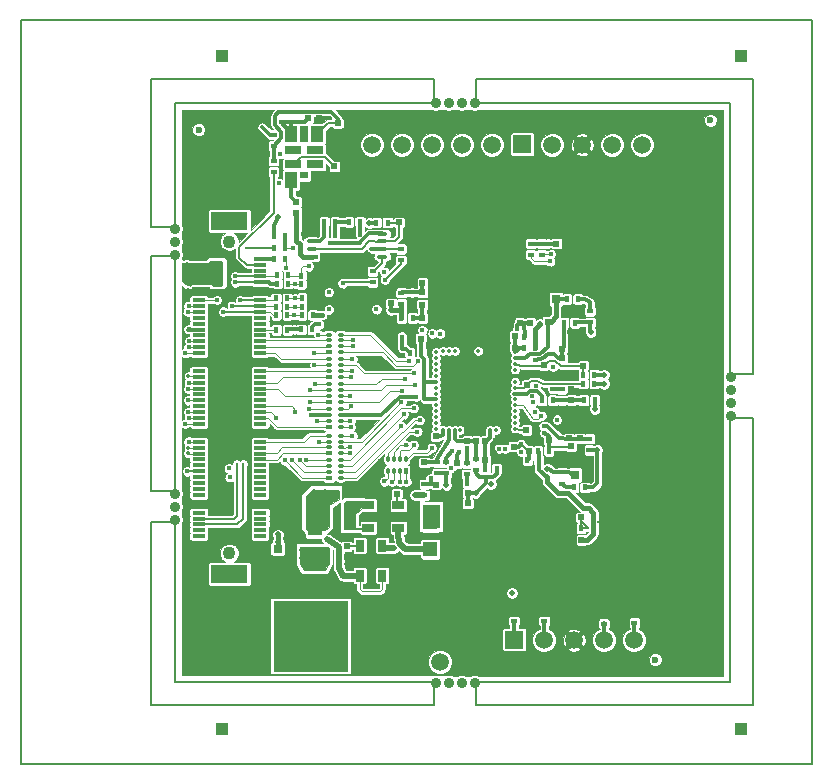
<source format=gbl>
G04 (created by PCBNEW (2013-05-31 BZR 4019)-stable) date 11/04/2014 15:09:40*
%MOIN*%
G04 Gerber Fmt 3.4, Leading zero omitted, Abs format*
%FSLAX34Y34*%
G01*
G70*
G90*
G04 APERTURE LIST*
%ADD10C,0.00590551*%
%ADD11C,0.0077*%
%ADD12C,0.0157*%
%ADD13C,0.0195*%
%ADD14C,0.023622*%
%ADD15R,0.0432X0.0117*%
%ADD16R,0.0589X0.0275*%
%ADD17R,0.122X0.0629*%
%ADD18C,0.0432*%
%ADD19R,0.0433X0.0118*%
%ADD20C,0.0354*%
%ADD21R,0.0392X0.0392*%
%ADD22R,0.0472X0.051*%
%ADD23R,0.0175X0.0195*%
%ADD24R,0.0195X0.0175*%
%ADD25R,0.0275X0.0314*%
%ADD26R,0.0314X0.0275*%
%ADD27R,0.0195X0.0195*%
%ADD28C,0.2165*%
%ADD29C,0.0597*%
%ADD30R,0.0597X0.0597*%
%ADD31R,0.0389X0.0271*%
%ADD32R,0.0271X0.0389*%
%ADD33R,0.0394X0.0138*%
%ADD34O,0.0394X0.0138*%
%ADD35O,0.0394X0.0137*%
%ADD36O,0.0235X0.0117*%
%ADD37R,0.0235X0.0117*%
%ADD38O,0.0117X0.0235*%
%ADD39R,0.0117X0.0235*%
%ADD40R,0.0531496X0.0275591*%
%ADD41R,0.0393701X0.0531496*%
%ADD42R,0.0275591X0.023622*%
%ADD43R,0.0275591X0.0531496*%
%ADD44C,0.0117*%
%ADD45C,0.0077*%
%ADD46C,0.0196*%
%ADD47C,0.0138*%
%ADD48C,0.0122*%
%ADD49C,0.0117*%
%ADD50C,0.0195*%
%ADD51C,0.0157*%
%ADD52C,0.0039*%
G04 APERTURE END LIST*
G54D10*
G54D11*
X42606Y-52483D02*
X42606Y-27680D01*
X68983Y-52483D02*
X42606Y-52483D01*
X68983Y-27680D02*
X68983Y-52483D01*
X42606Y-27680D02*
X68983Y-27680D01*
X66228Y-30437D02*
X66228Y-39492D01*
X57764Y-30437D02*
X66228Y-30437D01*
X57764Y-29650D02*
X57764Y-30437D01*
X67016Y-29650D02*
X57764Y-29650D01*
X67016Y-39492D02*
X67016Y-29650D01*
X66228Y-39492D02*
X67016Y-39492D01*
X57764Y-50515D02*
X57764Y-49728D01*
X67016Y-50515D02*
X57764Y-50515D01*
X67016Y-40948D02*
X67016Y-50515D01*
X66228Y-40948D02*
X67016Y-40948D01*
X66228Y-49728D02*
X66228Y-40948D01*
X57764Y-49728D02*
X66228Y-49728D01*
X46936Y-50515D02*
X46936Y-44413D01*
X56386Y-50515D02*
X46936Y-50515D01*
X56386Y-49728D02*
X56386Y-50515D01*
X47724Y-49728D02*
X56386Y-49728D01*
X47724Y-44413D02*
X47724Y-49728D01*
X46936Y-44413D02*
X47724Y-44413D01*
X46936Y-43390D02*
X46936Y-35555D01*
X47724Y-43390D02*
X46936Y-43390D01*
X47724Y-35555D02*
X47724Y-43390D01*
X46936Y-35555D02*
X47724Y-35555D01*
X47724Y-30437D02*
X47724Y-34570D01*
X46936Y-34570D02*
X47724Y-34570D01*
X46936Y-29648D02*
X46936Y-34570D01*
X46936Y-29648D02*
X56384Y-29648D01*
X56384Y-29648D02*
X56384Y-30437D01*
X47724Y-30437D02*
X56384Y-30437D01*
G54D12*
X65748Y-45944D03*
X65866Y-43700D03*
X65866Y-34173D03*
X65826Y-36377D03*
X64606Y-36377D03*
X64921Y-36377D03*
X65511Y-36377D03*
X65236Y-36377D03*
X65275Y-34173D03*
X65551Y-34173D03*
X64960Y-34173D03*
X64645Y-34173D03*
X64645Y-43700D03*
X64960Y-43700D03*
X65551Y-43700D03*
X65275Y-43700D03*
X65000Y-45944D03*
X65354Y-45944D03*
X63897Y-46338D03*
X51216Y-33106D03*
X51232Y-32149D03*
G54D13*
X52891Y-48678D03*
X52872Y-47644D03*
X52881Y-47329D03*
X52872Y-48018D03*
X52891Y-48353D03*
X52891Y-49012D03*
X51326Y-49002D03*
X52566Y-49012D03*
X52242Y-49012D03*
X51631Y-49012D03*
X51927Y-49012D03*
X52251Y-48353D03*
X51936Y-48353D03*
X51936Y-48018D03*
X52251Y-48018D03*
X51622Y-48018D03*
X51326Y-48018D03*
X51326Y-48353D03*
X51622Y-48353D03*
X51927Y-48678D03*
X51631Y-48678D03*
X52566Y-48353D03*
X52547Y-48018D03*
X52557Y-47329D03*
X52547Y-47644D03*
X52242Y-48678D03*
X52566Y-48678D03*
X52261Y-47644D03*
X51946Y-47644D03*
X51927Y-47329D03*
X52232Y-47329D03*
X51622Y-47329D03*
X51326Y-47329D03*
X51326Y-47644D03*
X51631Y-47644D03*
X51986Y-45351D03*
X51326Y-48668D03*
X51986Y-45626D03*
X52104Y-45892D03*
X52773Y-45371D03*
X52675Y-45892D03*
X52389Y-45892D03*
X48124Y-36145D03*
X48124Y-36421D03*
X48124Y-35850D03*
G54D14*
X65578Y-31011D03*
X63740Y-49007D03*
G54D12*
X61338Y-33307D03*
X60708Y-32598D03*
X61181Y-32598D03*
X60787Y-33307D03*
X62598Y-33307D03*
X62677Y-32598D03*
X62047Y-32598D03*
X62047Y-33307D03*
X64448Y-30866D03*
X63523Y-31023D03*
X63917Y-31023D03*
X64842Y-30866D03*
X63937Y-33228D03*
X63444Y-32637D03*
X60236Y-32598D03*
X63307Y-33228D03*
X54409Y-33307D03*
X54409Y-32992D03*
X54803Y-32992D03*
X54803Y-33307D03*
X55669Y-33307D03*
X55669Y-32992D03*
X55275Y-32992D03*
X55275Y-33307D03*
X59763Y-33307D03*
X60157Y-33307D03*
X59291Y-33307D03*
X58818Y-33307D03*
X56574Y-31023D03*
X60118Y-31023D03*
X60511Y-31023D03*
X56968Y-31023D03*
X57834Y-31023D03*
X61377Y-31023D03*
X60984Y-31023D03*
X57440Y-31023D03*
X59173Y-31023D03*
X62716Y-31023D03*
X63110Y-31023D03*
X59566Y-31023D03*
X58700Y-31023D03*
X62244Y-31023D03*
X61850Y-31023D03*
X58307Y-31023D03*
X49842Y-30826D03*
X54803Y-31003D03*
X55196Y-31003D03*
X50236Y-30826D03*
X49602Y-32177D03*
X56062Y-31003D03*
X55669Y-31003D03*
X51893Y-31070D03*
X48976Y-30826D03*
X53937Y-31003D03*
X54330Y-31003D03*
X49370Y-30826D03*
X48503Y-30826D03*
X51271Y-31090D03*
X48110Y-30826D03*
X56141Y-33307D03*
X56141Y-32992D03*
X56535Y-32992D03*
X56535Y-33307D03*
X57401Y-33307D03*
X57401Y-32992D03*
X57007Y-32992D03*
X57007Y-33307D03*
X49606Y-33858D03*
X49606Y-33543D03*
X50000Y-33543D03*
X50000Y-33858D03*
X49133Y-33858D03*
X49133Y-33543D03*
X48740Y-33543D03*
X48740Y-33858D03*
X64488Y-49370D03*
X64251Y-46535D03*
X64645Y-46535D03*
X64881Y-49370D03*
X65748Y-49370D03*
X64566Y-45944D03*
X65118Y-46535D03*
X65354Y-49370D03*
X62992Y-47086D03*
X62992Y-46771D03*
X63385Y-46771D03*
X63385Y-47086D03*
X62519Y-47086D03*
X62519Y-46771D03*
X62125Y-46771D03*
X62125Y-47086D03*
X63543Y-46141D03*
X63740Y-45905D03*
X64133Y-45944D03*
X65511Y-46299D03*
X63937Y-43858D03*
X64251Y-43700D03*
X63543Y-43543D03*
X63543Y-43858D03*
X63543Y-34409D03*
X63543Y-34094D03*
X63937Y-34094D03*
X63937Y-34409D03*
X63937Y-36535D03*
X63937Y-36220D03*
X63543Y-36220D03*
X63543Y-36535D03*
X64173Y-33779D03*
X64330Y-36850D03*
X64724Y-36850D03*
X64566Y-33779D03*
X65433Y-33779D03*
X65590Y-36850D03*
X65196Y-36850D03*
X65039Y-33779D03*
X65118Y-43307D03*
X65511Y-43307D03*
X64645Y-43307D03*
X64251Y-43307D03*
X65511Y-46850D03*
X65826Y-46850D03*
X65826Y-46535D03*
X65826Y-47165D03*
X60314Y-49370D03*
X60314Y-49055D03*
X60708Y-49055D03*
X60708Y-49370D03*
X61574Y-49370D03*
X61574Y-49055D03*
X61181Y-49055D03*
X61181Y-49370D03*
X62913Y-49370D03*
X62913Y-49055D03*
X63307Y-49055D03*
X63307Y-49370D03*
X62440Y-49370D03*
X62440Y-49055D03*
X62047Y-49055D03*
X62047Y-49370D03*
X58661Y-49370D03*
X58661Y-49055D03*
X64015Y-49370D03*
X65905Y-48661D03*
X65590Y-49055D03*
X65905Y-49055D03*
X63464Y-47559D03*
X63779Y-47086D03*
X59921Y-49370D03*
X59921Y-49055D03*
X58188Y-49055D03*
X58188Y-49370D03*
X59448Y-49370D03*
X59448Y-49055D03*
X59055Y-49055D03*
X59055Y-49370D03*
X54409Y-48661D03*
X57007Y-46299D03*
X56614Y-46299D03*
X54803Y-48661D03*
X55669Y-48661D03*
X59448Y-46299D03*
X59055Y-46299D03*
X55275Y-48661D03*
X50236Y-49370D03*
X48976Y-49370D03*
X48818Y-49055D03*
X53937Y-48661D03*
X49763Y-49370D03*
X48503Y-49370D03*
X48110Y-49370D03*
X49370Y-49370D03*
X55433Y-46771D03*
X54173Y-48346D03*
X54566Y-48346D03*
X55826Y-46771D03*
X56692Y-46771D03*
X53779Y-47795D03*
X55039Y-48346D03*
X56299Y-46771D03*
X58031Y-46771D03*
X58425Y-46771D03*
X57559Y-46771D03*
X53779Y-47244D03*
X54251Y-47795D03*
X57165Y-46771D03*
X48129Y-34035D03*
X48818Y-34921D03*
X49917Y-32220D03*
X48129Y-34330D03*
X49606Y-41535D03*
X49921Y-41338D03*
X53779Y-37795D03*
X54330Y-37795D03*
X54173Y-39133D03*
X54015Y-41338D03*
X50157Y-45551D03*
X48818Y-45669D03*
X48779Y-46141D03*
X49566Y-42362D03*
X54803Y-44094D03*
X55669Y-44960D03*
X55433Y-43464D03*
X54566Y-42362D03*
X48425Y-34625D03*
X48129Y-34921D03*
X48129Y-35216D03*
X48425Y-34921D03*
X48110Y-45669D03*
X48425Y-45669D03*
X48129Y-34625D03*
X48425Y-35216D03*
X48110Y-47007D03*
X48425Y-47007D03*
X48425Y-47401D03*
X48110Y-47401D03*
X48110Y-46535D03*
X48425Y-46535D03*
X48425Y-46141D03*
X48110Y-46141D03*
X48110Y-33543D03*
X48110Y-31181D03*
X48110Y-31574D03*
X48425Y-34035D03*
X48818Y-33228D03*
X51582Y-31082D03*
X50633Y-30826D03*
X48425Y-34330D03*
X48110Y-32755D03*
X48425Y-32755D03*
X48425Y-33149D03*
X48110Y-33149D03*
X48110Y-32283D03*
X48425Y-32283D03*
X48425Y-31889D03*
X48110Y-31889D03*
X48110Y-47795D03*
X48425Y-47795D03*
X48425Y-48188D03*
X48110Y-48188D03*
X48110Y-49055D03*
X48425Y-49055D03*
X48425Y-48661D03*
X48110Y-48661D03*
X50787Y-48818D03*
X50314Y-46771D03*
X50708Y-47086D03*
X50393Y-49133D03*
X48740Y-47086D03*
X49763Y-46692D03*
X49212Y-46771D03*
X48897Y-46771D03*
X48976Y-41299D03*
X49133Y-43818D03*
X49094Y-43346D03*
X49173Y-35275D03*
X49921Y-34881D03*
X49173Y-34921D03*
X48818Y-35236D03*
X49606Y-36732D03*
X65826Y-33700D03*
X65826Y-33228D03*
X65433Y-33385D03*
X65905Y-31496D03*
X65826Y-38425D03*
X65826Y-41181D03*
X65826Y-40787D03*
X65826Y-38031D03*
X65826Y-39763D03*
X54566Y-33779D03*
X56771Y-33779D03*
X65826Y-40157D03*
X65826Y-39291D03*
X65826Y-42047D03*
X65826Y-41653D03*
X65826Y-38897D03*
X65905Y-36850D03*
X63700Y-33700D03*
X63622Y-40393D03*
X63543Y-38267D03*
X63543Y-38661D03*
X63622Y-40787D03*
X63622Y-41653D03*
X63543Y-39527D03*
X63543Y-39133D03*
X63622Y-41259D03*
X63622Y-42992D03*
X63149Y-42204D03*
X63070Y-39842D03*
X63149Y-42598D03*
X63622Y-42519D03*
X65905Y-43307D03*
X63543Y-40000D03*
X63622Y-42125D03*
X63070Y-40236D03*
X63543Y-37401D03*
X63070Y-37480D03*
X63070Y-37874D03*
X63543Y-37795D03*
X63543Y-36929D03*
X61653Y-33779D03*
X59212Y-33779D03*
X63937Y-36850D03*
X61496Y-46377D03*
X58346Y-47795D03*
X58346Y-48661D03*
X64881Y-46259D03*
X63858Y-46771D03*
X58346Y-48267D03*
G54D15*
X48532Y-35636D03*
X48532Y-35832D03*
X48532Y-36029D03*
X48532Y-36226D03*
X48532Y-36422D03*
X50576Y-36422D03*
X50576Y-36226D03*
X50578Y-36029D03*
X50578Y-35832D03*
X50578Y-35636D03*
X48534Y-37009D03*
X48534Y-37207D03*
X48534Y-37404D03*
X48534Y-37599D03*
X48534Y-37797D03*
X48534Y-37994D03*
X48534Y-38189D03*
X48534Y-38387D03*
X48534Y-38586D03*
X48534Y-38782D03*
X50578Y-38782D03*
X50581Y-38584D03*
X50581Y-38387D03*
X50578Y-38189D03*
X50578Y-37994D03*
X50581Y-37796D03*
X50581Y-37599D03*
X50581Y-37402D03*
X50581Y-37206D03*
X50581Y-37009D03*
X50581Y-39371D03*
X50581Y-39567D03*
X50581Y-39764D03*
X50581Y-39961D03*
X50581Y-40157D03*
X50579Y-40356D03*
X50579Y-40551D03*
X50581Y-40749D03*
X50581Y-40946D03*
X50579Y-41144D03*
X48534Y-41144D03*
X48534Y-40947D03*
X48534Y-40749D03*
X48534Y-40551D03*
X48534Y-40356D03*
X48534Y-40159D03*
X48534Y-39961D03*
X48534Y-39766D03*
X48534Y-39569D03*
X48534Y-39371D03*
X48530Y-41736D03*
X48530Y-41934D03*
X48530Y-42131D03*
X48530Y-42327D03*
X48530Y-42524D03*
X48530Y-42721D03*
X48530Y-42917D03*
X48530Y-43114D03*
X48530Y-43312D03*
X48530Y-43509D03*
X50578Y-44099D03*
X50578Y-44296D03*
X50578Y-44492D03*
X50576Y-44689D03*
X50576Y-44886D03*
G54D16*
X50498Y-39079D03*
X48610Y-39079D03*
X48610Y-41441D03*
X50498Y-41441D03*
X48610Y-36716D03*
X50498Y-36716D03*
X50498Y-43804D03*
G54D17*
X49554Y-34374D03*
G54D18*
X49554Y-45454D03*
X49554Y-35062D03*
G54D17*
X49554Y-46140D03*
G54D16*
X48610Y-43804D03*
G54D15*
X48532Y-44886D03*
G54D19*
X48531Y-44689D03*
G54D15*
X48532Y-44492D03*
X48532Y-44296D03*
X48532Y-44099D03*
X50576Y-43509D03*
X50577Y-43311D03*
X50577Y-43114D03*
X50576Y-42917D03*
X50576Y-42721D03*
X50577Y-42523D03*
X50577Y-42327D03*
X50577Y-42130D03*
X50577Y-41933D03*
X50577Y-41736D03*
G54D13*
X56102Y-43975D03*
G54D12*
X61386Y-35540D03*
X61024Y-35536D03*
X61024Y-35198D03*
X61394Y-35193D03*
G54D20*
X47725Y-34630D03*
X47725Y-35063D03*
X47725Y-35496D03*
X47725Y-44335D03*
X47725Y-43902D03*
X47725Y-43469D03*
X66268Y-39571D03*
X66268Y-40004D03*
X66268Y-40437D03*
X66268Y-40870D03*
G54D21*
X49299Y-51303D03*
X66622Y-51303D03*
X66621Y-28862D03*
G54D12*
X58299Y-40354D03*
X58299Y-39921D03*
X58082Y-40138D03*
X58515Y-40138D03*
X61011Y-37386D03*
X62078Y-44708D03*
X62275Y-44901D03*
X58732Y-40354D03*
X57866Y-40354D03*
X57433Y-40354D03*
X57000Y-40354D03*
X56783Y-40571D03*
X57216Y-40571D03*
X57653Y-40571D03*
X58082Y-40571D03*
X58515Y-40571D03*
X58515Y-41004D03*
X58082Y-41004D03*
X57653Y-41004D03*
X57216Y-41004D03*
X56783Y-41004D03*
X57000Y-40787D03*
X57433Y-40787D03*
X58299Y-40787D03*
X57866Y-40787D03*
X58732Y-40787D03*
X58732Y-39921D03*
X57866Y-39921D03*
X57433Y-39921D03*
X57000Y-39921D03*
X56783Y-40138D03*
X57216Y-40138D03*
X57653Y-40138D03*
X58515Y-39705D03*
X58082Y-39705D03*
X57653Y-39705D03*
X57216Y-39705D03*
X56783Y-39705D03*
X57000Y-39488D03*
X57433Y-39488D03*
X58299Y-39488D03*
X57866Y-39488D03*
X58732Y-39488D03*
X58732Y-39055D03*
X57866Y-39055D03*
X58299Y-39055D03*
X57433Y-39055D03*
X57000Y-39055D03*
X56783Y-39272D03*
X57216Y-39272D03*
X57653Y-39272D03*
X58082Y-39272D03*
X58515Y-39272D03*
G54D13*
X48990Y-35810D03*
X48990Y-36401D03*
X48990Y-36106D03*
X52389Y-43424D03*
X52744Y-43424D03*
X52941Y-43620D03*
X52586Y-43621D03*
X52773Y-45636D03*
G54D22*
X52390Y-44611D03*
X52390Y-45515D03*
X56248Y-44414D03*
X56248Y-45318D03*
G54D23*
X53906Y-34410D03*
X53536Y-34410D03*
X51512Y-36189D03*
X51142Y-36189D03*
X61279Y-44618D03*
X60909Y-44618D03*
G54D24*
X51023Y-31877D03*
X51023Y-31507D03*
X51023Y-32374D03*
X51023Y-32744D03*
G54D23*
X51402Y-35638D03*
X51032Y-35638D03*
X51488Y-38008D03*
X51118Y-38008D03*
G54D24*
X54326Y-36417D03*
X54326Y-36047D03*
G54D23*
X51512Y-36461D03*
X51142Y-36461D03*
X51476Y-37232D03*
X51106Y-37232D03*
X51969Y-37240D03*
X52339Y-37240D03*
X51941Y-36197D03*
X52311Y-36197D03*
G54D24*
X55271Y-35681D03*
X55271Y-35311D03*
G54D23*
X51945Y-37992D03*
X52315Y-37992D03*
X53079Y-34410D03*
X52709Y-34410D03*
X51480Y-37508D03*
X51110Y-37508D03*
X54453Y-34433D03*
X54823Y-34433D03*
G54D24*
X59606Y-35130D03*
X59606Y-35500D03*
X59961Y-35130D03*
X59961Y-35500D03*
X59039Y-47713D03*
X59039Y-47343D03*
X60047Y-47721D03*
X60047Y-47351D03*
X62036Y-47807D03*
X62036Y-47437D03*
X63051Y-47776D03*
X63051Y-47406D03*
X56484Y-42792D03*
X56484Y-42422D03*
G54D23*
X58087Y-42642D03*
X58457Y-42642D03*
X55658Y-37614D03*
X55288Y-37614D03*
G54D24*
X55284Y-36764D03*
X55284Y-37134D03*
G54D23*
X59382Y-38228D03*
X59752Y-38228D03*
X59488Y-42347D03*
X59858Y-42347D03*
X59831Y-42044D03*
X60201Y-42044D03*
X61713Y-39500D03*
X61343Y-39500D03*
X59382Y-38610D03*
X59752Y-38610D03*
G54D24*
X60638Y-39984D03*
X60638Y-40354D03*
G54D23*
X59969Y-40355D03*
X60339Y-40355D03*
X61358Y-40351D03*
X61728Y-40351D03*
G54D24*
X61551Y-41642D03*
X61551Y-42012D03*
X56764Y-42421D03*
X56764Y-42791D03*
G54D23*
X60697Y-37768D03*
X61067Y-37768D03*
X51965Y-36953D03*
X52335Y-36953D03*
G54D24*
X60646Y-42760D03*
X60646Y-43130D03*
G54D23*
X61398Y-43256D03*
X61028Y-43256D03*
X60795Y-36981D03*
X61165Y-36981D03*
G54D24*
X61571Y-37756D03*
X61571Y-37386D03*
X57768Y-42685D03*
X57768Y-42315D03*
G54D23*
X61721Y-39799D03*
X61351Y-39799D03*
X55941Y-38776D03*
X55571Y-38776D03*
G54D24*
X56051Y-43146D03*
X56051Y-43516D03*
G54D23*
X51410Y-34890D03*
X51040Y-34890D03*
X51040Y-35280D03*
X51410Y-35280D03*
X52339Y-37512D03*
X51969Y-37512D03*
X51476Y-36957D03*
X51106Y-36957D03*
X51941Y-36469D03*
X52311Y-36469D03*
X57484Y-43122D03*
X57114Y-43122D03*
G54D24*
X57465Y-42449D03*
X57465Y-42819D03*
G54D25*
X60440Y-36984D03*
X60010Y-36984D03*
X53309Y-48228D03*
X53739Y-48228D03*
X61073Y-42847D03*
X61503Y-42847D03*
G54D26*
X51169Y-45305D03*
X51169Y-45735D03*
G54D27*
X61228Y-41626D03*
X61228Y-41272D03*
X60949Y-40346D03*
X60949Y-39992D03*
X60878Y-41626D03*
X60878Y-41272D03*
X60634Y-38634D03*
X60988Y-38634D03*
X56437Y-41545D03*
X56083Y-41545D03*
X60634Y-38945D03*
X60988Y-38945D03*
X56047Y-42426D03*
X56047Y-42780D03*
X55130Y-43477D03*
X54776Y-43477D03*
X57500Y-43783D03*
X57146Y-43783D03*
X55981Y-37610D03*
X56335Y-37610D03*
X57500Y-43453D03*
X57146Y-43453D03*
X57150Y-42445D03*
X57150Y-42799D03*
X55209Y-34425D03*
X55563Y-34425D03*
X60445Y-35130D03*
X60799Y-35130D03*
X61279Y-44259D03*
X60925Y-44259D03*
X61287Y-45011D03*
X60933Y-45011D03*
X59539Y-42047D03*
X59539Y-41693D03*
X54949Y-37126D03*
X54949Y-36772D03*
X57768Y-41721D03*
X57768Y-41367D03*
X57484Y-41717D03*
X57484Y-41363D03*
X59476Y-39843D03*
X59476Y-39489D03*
X55929Y-38299D03*
X55575Y-38299D03*
X56437Y-43166D03*
X56437Y-43520D03*
X59067Y-38217D03*
X58713Y-38217D03*
X59075Y-38595D03*
X58721Y-38595D03*
X61343Y-39209D03*
X61343Y-38855D03*
X60039Y-39169D03*
X60039Y-39523D03*
X59035Y-41899D03*
X59035Y-41545D03*
X60162Y-37732D03*
X60162Y-37378D03*
X60205Y-41685D03*
X59851Y-41685D03*
X60941Y-41890D03*
X60941Y-42244D03*
X55981Y-37169D03*
X56335Y-37169D03*
X55977Y-36756D03*
X56331Y-36756D03*
X55988Y-36453D03*
X56342Y-36453D03*
X59236Y-37780D03*
X59236Y-37426D03*
X59579Y-37780D03*
X59579Y-37426D03*
X58087Y-42339D03*
X58441Y-42339D03*
X58079Y-41717D03*
X58433Y-41717D03*
X53469Y-45225D03*
X53469Y-45579D03*
X59445Y-41343D03*
X59799Y-41343D03*
G54D28*
X49752Y-32228D03*
X64791Y-32228D03*
X64791Y-47975D03*
X49752Y-47975D03*
G54D13*
X56378Y-43975D03*
X52232Y-43621D03*
G54D21*
X49299Y-28862D03*
G54D20*
X56426Y-49768D03*
X56859Y-49768D03*
X57292Y-49768D03*
X57726Y-49768D03*
X56425Y-30437D03*
X56858Y-30437D03*
X57291Y-30437D03*
X57725Y-30437D03*
G54D29*
X58307Y-31834D03*
X57307Y-31834D03*
X56307Y-31834D03*
X55307Y-31834D03*
G54D30*
X53307Y-31814D03*
G54D29*
X54307Y-31834D03*
G54D30*
X57576Y-49079D03*
G54D29*
X56576Y-49079D03*
G54D31*
X54184Y-44603D03*
X54184Y-43853D03*
X55184Y-44603D03*
X54184Y-44228D03*
X55184Y-43853D03*
G54D32*
X54646Y-46200D03*
X53896Y-46200D03*
X54646Y-45200D03*
X54271Y-46200D03*
X53896Y-45200D03*
G54D33*
X52291Y-35567D03*
G54D34*
X52291Y-35311D03*
X52291Y-35055D03*
X52291Y-34799D03*
G54D35*
X54654Y-35567D03*
G54D34*
X54654Y-35311D03*
X54654Y-35055D03*
X54654Y-34799D03*
G54D36*
X53256Y-38752D03*
X53256Y-38555D03*
X53256Y-38162D03*
X52862Y-38162D03*
G54D37*
X52862Y-38752D03*
G54D36*
X53256Y-38359D03*
X52862Y-38359D03*
X52862Y-38555D03*
X53256Y-39567D03*
X53256Y-39370D03*
X53256Y-38977D03*
X52862Y-38977D03*
G54D37*
X52862Y-39567D03*
G54D36*
X53256Y-39174D03*
X52862Y-39174D03*
X52862Y-39370D03*
X53256Y-40402D03*
X53256Y-40205D03*
X53256Y-39812D03*
X52862Y-39812D03*
G54D37*
X52862Y-40402D03*
G54D36*
X53256Y-40009D03*
X52862Y-40009D03*
X52862Y-40205D03*
X53256Y-41236D03*
X53256Y-41039D03*
X53256Y-40646D03*
X52862Y-40646D03*
G54D37*
X52862Y-41236D03*
G54D36*
X53256Y-40843D03*
X52862Y-40843D03*
X52862Y-41039D03*
X53256Y-42122D03*
X53256Y-41925D03*
X53256Y-41532D03*
X52862Y-41532D03*
G54D37*
X52862Y-42122D03*
G54D36*
X53256Y-41729D03*
X52862Y-41729D03*
X52862Y-41925D03*
X53256Y-42941D03*
X53256Y-42744D03*
X53256Y-42351D03*
X52862Y-42351D03*
G54D37*
X52862Y-42941D03*
G54D36*
X53256Y-42548D03*
X52862Y-42548D03*
X52862Y-42744D03*
G54D38*
X55425Y-42319D03*
X55228Y-42319D03*
X54835Y-42319D03*
X54835Y-42713D03*
G54D39*
X55425Y-42713D03*
G54D38*
X55032Y-42319D03*
X55032Y-42713D03*
X55228Y-42713D03*
G54D14*
X48535Y-31342D03*
G54D40*
X51683Y-32007D03*
G54D41*
X52480Y-31486D03*
X52480Y-33001D03*
X51614Y-33001D03*
X51614Y-31486D03*
G54D42*
X52047Y-32854D03*
G54D43*
X52047Y-31486D03*
G54D40*
X51683Y-32480D03*
X52411Y-32007D03*
X52412Y-32480D03*
G54D27*
X53405Y-32559D03*
X53051Y-32559D03*
X51781Y-33740D03*
X51781Y-34094D03*
X53523Y-31114D03*
X53169Y-31114D03*
X52539Y-30956D03*
X52185Y-30956D03*
G54D29*
X63314Y-31834D03*
X62314Y-31834D03*
X61314Y-31834D03*
G54D30*
X59314Y-31814D03*
G54D29*
X60314Y-31834D03*
X63043Y-48350D03*
X62043Y-48350D03*
X61043Y-48350D03*
G54D30*
X59043Y-48330D03*
G54D29*
X60043Y-48350D03*
G54D44*
X61685Y-43255D03*
G54D13*
X56783Y-43173D03*
X61728Y-40646D03*
X61821Y-42018D03*
X61594Y-38083D03*
X55748Y-43512D03*
X55032Y-45276D03*
G54D45*
X61488Y-45011D03*
G54D13*
X58976Y-46772D03*
G54D12*
X60177Y-35130D03*
G54D13*
X54949Y-37343D03*
G54D12*
X52646Y-37508D03*
G54D13*
X54221Y-34441D03*
X51169Y-34244D03*
X57756Y-43449D03*
G54D12*
X56949Y-42618D03*
G54D13*
X58264Y-43146D03*
X60142Y-42921D03*
G54D12*
X55299Y-38228D03*
G54D13*
X62039Y-39803D03*
X59910Y-37815D03*
X62036Y-39500D03*
G54D44*
X50011Y-42476D03*
G54D12*
X53323Y-36453D03*
G54D44*
X52901Y-30956D03*
G54D45*
X60677Y-34807D03*
X61854Y-44421D03*
X62578Y-44440D03*
X61988Y-45425D03*
G54D13*
X50921Y-43799D03*
X51012Y-36701D03*
X48158Y-36717D03*
X48150Y-39079D03*
X48189Y-41437D03*
X48138Y-43807D03*
X58002Y-47500D03*
G54D12*
X59961Y-44311D03*
X58626Y-44390D03*
X58413Y-43508D03*
X60205Y-43484D03*
X59882Y-37386D03*
X58256Y-36228D03*
X57106Y-36587D03*
G54D13*
X58616Y-45230D03*
G54D12*
X61102Y-40835D03*
G54D13*
X57668Y-44518D03*
G54D12*
X52012Y-34799D03*
X61264Y-40071D03*
X54457Y-43477D03*
G54D13*
X53465Y-45815D03*
G54D12*
X54579Y-44225D03*
G54D13*
X54268Y-46508D03*
X57984Y-48284D03*
G54D12*
X61957Y-34823D03*
X60906Y-36260D03*
X61957Y-35933D03*
X62154Y-36559D03*
X61228Y-42177D03*
X60882Y-38087D03*
X60780Y-39406D03*
X59350Y-37213D03*
G54D46*
X56091Y-35378D03*
X55579Y-35130D03*
G54D12*
X59508Y-36051D03*
X59650Y-35925D03*
X57094Y-35291D03*
X58354Y-35528D03*
X58370Y-36783D03*
X48165Y-37402D03*
X60266Y-35482D03*
X48193Y-37205D03*
X60246Y-35719D03*
X49565Y-42918D03*
X49132Y-37012D03*
G54D45*
X61511Y-44618D03*
G54D13*
X55217Y-44988D03*
G54D12*
X55288Y-40421D03*
X55701Y-40618D03*
X55366Y-40819D03*
X55705Y-41839D03*
G54D47*
X59065Y-40325D03*
G54D12*
X51732Y-36461D03*
X53591Y-41236D03*
G54D47*
X56447Y-41309D03*
G54D12*
X59951Y-40876D03*
X51728Y-36957D03*
G54D47*
X59065Y-40522D03*
G54D12*
X52870Y-37327D03*
X51728Y-37240D03*
X52870Y-36752D03*
X59669Y-40425D03*
X55736Y-39831D03*
X48193Y-37984D03*
X53906Y-34843D03*
X60319Y-39984D03*
G54D44*
X50114Y-35279D03*
X49791Y-42476D03*
G54D13*
X52811Y-44992D03*
G54D47*
X59065Y-38750D03*
G54D12*
X55638Y-36756D03*
G54D47*
X57067Y-38720D03*
G54D12*
X52906Y-35095D03*
X52543Y-37827D03*
G54D44*
X50641Y-31248D03*
G54D12*
X57205Y-42071D03*
G54D47*
X59075Y-41112D03*
G54D12*
X60039Y-41437D03*
X60473Y-41000D03*
G54D47*
X59065Y-40915D03*
X59065Y-39341D03*
G54D12*
X60339Y-39244D03*
X57465Y-41937D03*
G54D47*
X57254Y-41339D03*
G54D12*
X60030Y-41211D03*
G54D13*
X53539Y-43862D03*
X53539Y-44197D03*
G54D12*
X59272Y-41807D03*
G54D47*
X56870Y-38720D03*
G54D12*
X55981Y-37386D03*
G54D47*
X57854Y-38720D03*
G54D12*
X59150Y-37972D03*
G54D47*
X59055Y-40128D03*
G54D12*
X59748Y-39020D03*
G54D47*
X58238Y-41339D03*
X57057Y-41339D03*
X59065Y-39144D03*
X59065Y-38947D03*
G54D12*
X55933Y-38528D03*
G54D47*
X56437Y-39734D03*
X56437Y-40325D03*
G54D12*
X56260Y-42953D03*
G54D47*
X56860Y-41339D03*
G54D13*
X60154Y-42638D03*
G54D47*
X59065Y-41309D03*
G54D12*
X56957Y-42059D03*
G54D47*
X56663Y-41339D03*
X59065Y-39931D03*
G54D12*
X55394Y-39638D03*
X53650Y-41536D03*
G54D47*
X56437Y-41112D03*
G54D12*
X53583Y-40201D03*
G54D47*
X56437Y-39931D03*
G54D12*
X55831Y-39047D03*
G54D47*
X56437Y-40915D03*
G54D12*
X53579Y-41925D03*
X53602Y-40559D03*
G54D47*
X56437Y-40128D03*
G54D12*
X55303Y-40032D03*
X53662Y-38355D03*
G54D47*
X56437Y-38750D03*
G54D12*
X55709Y-39445D03*
X52193Y-35890D03*
X59740Y-40740D03*
X54453Y-37319D03*
X51721Y-37508D03*
X54721Y-36075D03*
X59787Y-39870D03*
X55555Y-39028D03*
G54D47*
X56437Y-38947D03*
G54D12*
X53662Y-38555D03*
X53610Y-39571D03*
G54D47*
X56437Y-39537D03*
G54D12*
X53626Y-39370D03*
G54D47*
X56437Y-39341D03*
G54D12*
X53579Y-42122D03*
G54D47*
X56437Y-40719D03*
G54D12*
X55772Y-40232D03*
X55890Y-41016D03*
X55260Y-41209D03*
X55815Y-41406D03*
X55445Y-41846D03*
X56303Y-41937D03*
X53650Y-38981D03*
G54D47*
X56437Y-39144D03*
G54D12*
X53587Y-41040D03*
G54D47*
X56437Y-40522D03*
G54D12*
X54736Y-36331D03*
X59646Y-40225D03*
X49354Y-37402D03*
X53071Y-34862D03*
X52276Y-40847D03*
X52248Y-40394D03*
X48185Y-39965D03*
X48221Y-38386D03*
X52516Y-38162D03*
X48201Y-39768D03*
X52232Y-40016D03*
G54D47*
X48188Y-39547D03*
G54D12*
X52402Y-39815D03*
X48079Y-38783D03*
X52386Y-39181D03*
X48193Y-38591D03*
X52366Y-38772D03*
G54D47*
X59065Y-39734D03*
G54D12*
X51445Y-35929D03*
X52213Y-40654D03*
X48181Y-40355D03*
X55984Y-38016D03*
X56319Y-38122D03*
X56575Y-38130D03*
G54D47*
X56673Y-38711D03*
G54D12*
X49744Y-36425D03*
X49634Y-37205D03*
X49917Y-37012D03*
X49748Y-36225D03*
X51717Y-37992D03*
X52535Y-41732D03*
X52118Y-42354D03*
G54D47*
X48169Y-42125D03*
G54D12*
X54984Y-43063D03*
X48173Y-40748D03*
X55453Y-43067D03*
X51752Y-40748D03*
G54D47*
X48188Y-41929D03*
G54D12*
X51917Y-42355D03*
X48197Y-41732D03*
X51398Y-42355D03*
X48075Y-41142D03*
X51638Y-42355D03*
X48201Y-40949D03*
X54721Y-43055D03*
X55225Y-43067D03*
X51091Y-40949D03*
G54D47*
X59065Y-40719D03*
G54D12*
X51669Y-35288D03*
G54D47*
X58435Y-41339D03*
G54D12*
X58536Y-41973D03*
X59281Y-42067D03*
X58740Y-41969D03*
X52465Y-41043D03*
X49535Y-42618D03*
X48154Y-42725D03*
G54D13*
X51169Y-44827D03*
X51169Y-45063D03*
G54D48*
X61821Y-42018D02*
X61821Y-43119D01*
X61821Y-43119D02*
X61685Y-43255D01*
X61398Y-43256D02*
X61684Y-43256D01*
X61684Y-43256D02*
X61685Y-43255D01*
X61551Y-42012D02*
X61815Y-42012D01*
X61815Y-42012D02*
X61821Y-42018D01*
X61684Y-43256D02*
X61685Y-43255D01*
G54D49*
X56783Y-43173D02*
X56783Y-42810D01*
X56783Y-42810D02*
X56765Y-42792D01*
X61728Y-40351D02*
X61728Y-40646D01*
X56248Y-44414D02*
X56248Y-44102D01*
X56248Y-44102D02*
X56378Y-43976D01*
X61067Y-37768D02*
X61079Y-37756D01*
X61079Y-37756D02*
X61571Y-37756D01*
X61571Y-38060D02*
X61594Y-38083D01*
X61571Y-37756D02*
X61571Y-38060D01*
X56765Y-42792D02*
X56484Y-42792D01*
G54D50*
X55752Y-43516D02*
X55748Y-43512D01*
X55752Y-43516D02*
X56051Y-43516D01*
X55032Y-45276D02*
X54722Y-45276D01*
X54722Y-45276D02*
X54646Y-45200D01*
G54D49*
X51893Y-31070D02*
X52071Y-31070D01*
X52071Y-31070D02*
X52185Y-30956D01*
G54D48*
X51582Y-31082D02*
X51279Y-31082D01*
X51279Y-31082D02*
X51271Y-31090D01*
X51614Y-31486D02*
X51614Y-31114D01*
X51614Y-31114D02*
X51657Y-31070D01*
X51657Y-31070D02*
X51893Y-31070D01*
X51614Y-31114D02*
X51582Y-31082D01*
X51614Y-31486D02*
X51614Y-31433D01*
X51614Y-31433D02*
X51271Y-31090D01*
G54D51*
X60142Y-42921D02*
X60142Y-43067D01*
X61688Y-44811D02*
X61488Y-45011D01*
X61688Y-44094D02*
X61688Y-44811D01*
X61523Y-43929D02*
X61688Y-44094D01*
X61334Y-43929D02*
X61523Y-43929D01*
X60838Y-43433D02*
X61334Y-43929D01*
X60507Y-43433D02*
X60838Y-43433D01*
X60142Y-43067D02*
X60507Y-43433D01*
X61287Y-45011D02*
X61488Y-45011D01*
G54D49*
X57500Y-43453D02*
X57500Y-43783D01*
X59858Y-42347D02*
X59858Y-42071D01*
X59858Y-42071D02*
X59831Y-42044D01*
X58094Y-42910D02*
X58094Y-43111D01*
X58094Y-43111D02*
X57756Y-43449D01*
X60177Y-35130D02*
X59921Y-35130D01*
X59921Y-35130D02*
X59610Y-35130D01*
G54D51*
X52339Y-37512D02*
X52343Y-37508D01*
X52343Y-37508D02*
X52646Y-37508D01*
G54D49*
X55299Y-38228D02*
X55303Y-38280D01*
X55433Y-38638D02*
X55571Y-38776D01*
X55303Y-38638D02*
X55433Y-38638D01*
X55303Y-38280D02*
X55303Y-38638D01*
X54949Y-37126D02*
X54949Y-37343D01*
X54949Y-37343D02*
X54949Y-37351D01*
G54D51*
X54949Y-37351D02*
X55288Y-37351D01*
G54D49*
X54449Y-34437D02*
X54217Y-34437D01*
X54217Y-34437D02*
X54221Y-34441D01*
X51040Y-34890D02*
X51043Y-34887D01*
X51043Y-34560D02*
X51169Y-34244D01*
X51043Y-34887D02*
X51043Y-34560D01*
X57756Y-43449D02*
X57500Y-43453D01*
X60142Y-42921D02*
X59858Y-42689D01*
G54D51*
X55288Y-37351D02*
X55288Y-37614D01*
X55284Y-37134D02*
X55288Y-37138D01*
X55288Y-37138D02*
X55288Y-37351D01*
G54D49*
X61722Y-39803D02*
X62039Y-39803D01*
G54D51*
X59752Y-38228D02*
X59754Y-38622D01*
X59752Y-38228D02*
X59752Y-38091D01*
X59752Y-37973D02*
X59910Y-37815D01*
X59752Y-38091D02*
X59752Y-37973D01*
G54D49*
X61713Y-39498D02*
X62036Y-39500D01*
X59858Y-42689D02*
X59858Y-42347D01*
X58457Y-42799D02*
X58457Y-42642D01*
X58346Y-42910D02*
X58457Y-42799D01*
X58118Y-42910D02*
X58346Y-42910D01*
X58094Y-42910D02*
X58118Y-42910D01*
X57886Y-42910D02*
X58094Y-42910D01*
X57768Y-42792D02*
X57886Y-42910D01*
X57768Y-42685D02*
X57768Y-42792D01*
X60445Y-35130D02*
X60177Y-35130D01*
G54D11*
X54326Y-36417D02*
X53358Y-36417D01*
X49815Y-44492D02*
X48532Y-44492D01*
X50011Y-44295D02*
X50011Y-42476D01*
X49815Y-44492D02*
X50011Y-44295D01*
X53358Y-36417D02*
X53323Y-36453D01*
G54D49*
X52539Y-30956D02*
X52901Y-30956D01*
G54D51*
X50498Y-43804D02*
X50503Y-43799D01*
X50503Y-43799D02*
X50921Y-43799D01*
X50498Y-36716D02*
X50513Y-36701D01*
X50513Y-36701D02*
X51012Y-36701D01*
X48610Y-36716D02*
X48609Y-36717D01*
X48609Y-36717D02*
X48158Y-36717D01*
X48610Y-39079D02*
X48150Y-39079D01*
X48610Y-41441D02*
X48606Y-41437D01*
X48606Y-41437D02*
X48189Y-41437D01*
X48607Y-43807D02*
X48138Y-43807D01*
G54D49*
X60010Y-36984D02*
X60010Y-37258D01*
X60010Y-37258D02*
X59882Y-37386D01*
X60162Y-37378D02*
X59890Y-37378D01*
X59890Y-37378D02*
X59882Y-37386D01*
G54D11*
X58256Y-36228D02*
X58264Y-36228D01*
G54D49*
X58441Y-42339D02*
X58441Y-42138D01*
X58730Y-41575D02*
X58732Y-40787D01*
X58445Y-41722D02*
X58730Y-41575D01*
X58295Y-41820D02*
X58445Y-41722D01*
X58295Y-41992D02*
X58295Y-41820D01*
X58441Y-42138D02*
X58295Y-41992D01*
X52012Y-34799D02*
X52158Y-34799D01*
X52158Y-34799D02*
X52291Y-34799D01*
X60035Y-39528D02*
X59958Y-39489D01*
X59958Y-39489D02*
X59429Y-39488D01*
X59429Y-39488D02*
X59324Y-39545D01*
X59324Y-39545D02*
X58907Y-39544D01*
X58907Y-39544D02*
X58732Y-39488D01*
X60949Y-39992D02*
X60949Y-40004D01*
X61016Y-40071D02*
X61264Y-40071D01*
X60949Y-40004D02*
X61016Y-40071D01*
G54D11*
X59539Y-41693D02*
X59453Y-41693D01*
X59301Y-41545D02*
X59035Y-41545D01*
X59453Y-41693D02*
X59301Y-41545D01*
G54D49*
X54776Y-43477D02*
X54457Y-43477D01*
X53469Y-45579D02*
X53465Y-45815D01*
G54D51*
X54184Y-44228D02*
X54576Y-44228D01*
X54576Y-44228D02*
X54579Y-44225D01*
G54D50*
X54271Y-46200D02*
X54268Y-46508D01*
G54D11*
X58370Y-36783D02*
X58374Y-36783D01*
G54D52*
X59961Y-35508D02*
X59996Y-35484D01*
X59996Y-35484D02*
X60266Y-35482D01*
X48536Y-37402D02*
X48165Y-37402D01*
X59598Y-35500D02*
X59598Y-35594D01*
X59720Y-35717D02*
X60246Y-35719D01*
X59598Y-35594D02*
X59720Y-35717D01*
X48539Y-37205D02*
X48193Y-37205D01*
X48522Y-37012D02*
X49132Y-37012D01*
G54D11*
X61279Y-44259D02*
X61279Y-44385D01*
X61279Y-44385D02*
X61511Y-44618D01*
X61279Y-44618D02*
X61511Y-44618D01*
X61279Y-44259D02*
X61279Y-44617D01*
X61279Y-44617D02*
X61279Y-44618D01*
G54D50*
X56248Y-45318D02*
X55421Y-45318D01*
X55217Y-45114D02*
X55217Y-44988D01*
X55421Y-45318D02*
X55217Y-45114D01*
X55184Y-44603D02*
X55184Y-44955D01*
X55184Y-44955D02*
X55217Y-44988D01*
G54D52*
X53248Y-41740D02*
X53969Y-41740D01*
X53969Y-41740D02*
X55288Y-40421D01*
X55701Y-40618D02*
X55697Y-40614D01*
X55697Y-40614D02*
X55280Y-40618D01*
X53575Y-42358D02*
X55280Y-40618D01*
X53272Y-42358D02*
X53575Y-42358D01*
X53642Y-42551D02*
X55366Y-40819D01*
X53236Y-42551D02*
X53642Y-42551D01*
X55705Y-41839D02*
X55547Y-41996D01*
X55547Y-41996D02*
X55327Y-41996D01*
X55327Y-41996D02*
X55311Y-41996D01*
X55311Y-41996D02*
X55288Y-41996D01*
X55288Y-41996D02*
X55276Y-41996D01*
X55276Y-41996D02*
X55230Y-42055D01*
X55230Y-42055D02*
X55228Y-42346D01*
X51512Y-36461D02*
X51732Y-36461D01*
X51732Y-36461D02*
X51941Y-36469D01*
X53591Y-41236D02*
X53264Y-41236D01*
X59951Y-40876D02*
X59950Y-40876D01*
X59682Y-40974D02*
X59350Y-40522D01*
X59350Y-40522D02*
X59065Y-40522D01*
X59852Y-40974D02*
X59682Y-40974D01*
X59950Y-40876D02*
X59852Y-40974D01*
X51965Y-36953D02*
X51961Y-36957D01*
X51961Y-36957D02*
X51728Y-36957D01*
X51728Y-36957D02*
X51476Y-36957D01*
X51476Y-37232D02*
X51484Y-37240D01*
X51484Y-37240D02*
X51728Y-37240D01*
X51728Y-37240D02*
X51969Y-37240D01*
X54764Y-39835D02*
X54768Y-39831D01*
X54768Y-39831D02*
X55736Y-39831D01*
X54591Y-40008D02*
X54764Y-39835D01*
X54764Y-39835D02*
X54768Y-39831D01*
X53248Y-40008D02*
X54591Y-40008D01*
G54D49*
X61028Y-43256D02*
X60772Y-43256D01*
X60772Y-43256D02*
X60646Y-43130D01*
G54D52*
X51118Y-38008D02*
X51104Y-37994D01*
X51104Y-37994D02*
X50578Y-37994D01*
G54D49*
X51032Y-35638D02*
X51030Y-35636D01*
X51030Y-35636D02*
X50578Y-35636D01*
X48532Y-37996D02*
X48184Y-37996D01*
X48184Y-37996D02*
X48193Y-37984D01*
X48534Y-37994D02*
X48532Y-37996D01*
X53906Y-34843D02*
X53906Y-34410D01*
X60638Y-39984D02*
X60319Y-39984D01*
X60319Y-39984D02*
X60319Y-39984D01*
G54D11*
X50114Y-35279D02*
X51039Y-35279D01*
X48532Y-44296D02*
X49700Y-44296D01*
X49791Y-44204D02*
X49791Y-42476D01*
X49700Y-44296D02*
X49791Y-44204D01*
X51039Y-35279D02*
X51040Y-35280D01*
G54D49*
X61575Y-37382D02*
X61575Y-37079D01*
X61575Y-37079D02*
X61421Y-36988D01*
X61421Y-36988D02*
X61169Y-36988D01*
G54D52*
X54578Y-46725D02*
X53977Y-46725D01*
X54646Y-46657D02*
X54578Y-46725D01*
X54646Y-46200D02*
X54646Y-46657D01*
X53896Y-46644D02*
X53896Y-46200D01*
X53977Y-46725D02*
X53896Y-46644D01*
G54D50*
X53330Y-46200D02*
X53201Y-45957D01*
X53896Y-46200D02*
X53330Y-46200D01*
X53201Y-45256D02*
X52811Y-44992D01*
X53201Y-45957D02*
X53201Y-45256D01*
X52811Y-44992D02*
X52811Y-44992D01*
G54D49*
X51614Y-33001D02*
X51614Y-33573D01*
X51614Y-33573D02*
X51781Y-33740D01*
G54D11*
X54654Y-35311D02*
X55271Y-35311D01*
X55271Y-35311D02*
X55271Y-35311D01*
G54D49*
X54650Y-35315D02*
X54283Y-35315D01*
X54650Y-35315D02*
X54654Y-35311D01*
X59225Y-38595D02*
X59367Y-38595D01*
X59225Y-38595D02*
X59228Y-38598D01*
X59228Y-38598D02*
X59065Y-38750D01*
X59075Y-38209D02*
X59075Y-38595D01*
X59075Y-38595D02*
X59225Y-38595D01*
G54D11*
X53051Y-32559D02*
X53031Y-32559D01*
X53031Y-32559D02*
X52724Y-32251D01*
X51683Y-32480D02*
X51712Y-32480D01*
X51940Y-32251D02*
X52724Y-32251D01*
X51712Y-32480D02*
X51940Y-32251D01*
G54D51*
X51781Y-34094D02*
X51781Y-35039D01*
X52004Y-35567D02*
X52291Y-35567D01*
X51899Y-35462D02*
X52004Y-35567D01*
X51899Y-35157D02*
X51899Y-35462D01*
X51781Y-35039D02*
X51899Y-35157D01*
G54D11*
X54654Y-35567D02*
X54654Y-35767D01*
X54373Y-36047D02*
X54326Y-36047D01*
X54654Y-35767D02*
X54373Y-36047D01*
G54D49*
X55662Y-36756D02*
X55638Y-36756D01*
X55662Y-36756D02*
X55736Y-36756D01*
X55284Y-36764D02*
X55292Y-36756D01*
X55292Y-36756D02*
X55638Y-36756D01*
X55977Y-36756D02*
X55988Y-36745D01*
X55988Y-36745D02*
X55988Y-36421D01*
X55736Y-36756D02*
X55977Y-36756D01*
X53908Y-35093D02*
X53906Y-35095D01*
X53906Y-35095D02*
X52906Y-35095D01*
X54647Y-34792D02*
X54654Y-34799D01*
X54209Y-34792D02*
X53908Y-35093D01*
X54228Y-34792D02*
X54209Y-34792D01*
X54647Y-34792D02*
X54228Y-34792D01*
X52315Y-37992D02*
X52315Y-37898D01*
X52390Y-37827D02*
X52543Y-37827D01*
X52315Y-37898D02*
X52390Y-37827D01*
X52295Y-35059D02*
X52567Y-35059D01*
X52295Y-35059D02*
X52291Y-35055D01*
X52567Y-35059D02*
X52709Y-34906D01*
X52709Y-34410D02*
X52709Y-34906D01*
G54D48*
X50901Y-31507D02*
X50641Y-31248D01*
X50901Y-31507D02*
X51023Y-31507D01*
G54D11*
X53169Y-31114D02*
X53169Y-30980D01*
G54D49*
X51283Y-31618D02*
X51023Y-31877D01*
X51283Y-31397D02*
X51283Y-31618D01*
X51066Y-31181D02*
X51283Y-31397D01*
X51066Y-30870D02*
X51066Y-31181D01*
X51188Y-30748D02*
X51066Y-30870D01*
X52937Y-30748D02*
X51188Y-30748D01*
X53169Y-30980D02*
X52937Y-30748D01*
G54D11*
X53169Y-31114D02*
X52852Y-31114D01*
X52852Y-31114D02*
X52480Y-31486D01*
G54D49*
X51023Y-32374D02*
X51023Y-31877D01*
G54D11*
X54654Y-35055D02*
X55056Y-35055D01*
X55209Y-34902D02*
X55209Y-34425D01*
X55056Y-35055D02*
X55209Y-34902D01*
X55209Y-34425D02*
X55201Y-34433D01*
X55201Y-34433D02*
X54823Y-34433D01*
X52291Y-35311D02*
X53957Y-35311D01*
X54634Y-35063D02*
X54654Y-35055D01*
X54209Y-35059D02*
X53957Y-35311D01*
X54634Y-35063D02*
X54209Y-35059D01*
G54D49*
X57205Y-42071D02*
X57150Y-42169D01*
X57150Y-42169D02*
X57150Y-42449D01*
G54D11*
X60209Y-41898D02*
X60933Y-41898D01*
X60933Y-41898D02*
X60941Y-41890D01*
G54D49*
X60209Y-41673D02*
X60209Y-41559D01*
X60209Y-41559D02*
X60039Y-41437D01*
X60209Y-41669D02*
X60209Y-41835D01*
X60209Y-41835D02*
X60209Y-41898D01*
X60209Y-41898D02*
X60209Y-42047D01*
X57476Y-43134D02*
X57476Y-42815D01*
X57465Y-42465D02*
X57465Y-41937D01*
X61551Y-41642D02*
X61244Y-41642D01*
X61244Y-41642D02*
X60870Y-41642D01*
X60870Y-41642D02*
X60535Y-41606D01*
X60535Y-41606D02*
X60142Y-41213D01*
X60142Y-41213D02*
X60030Y-41211D01*
G54D11*
X54189Y-44631D02*
X53709Y-44630D01*
X53709Y-44630D02*
X53539Y-44197D01*
G54D49*
X59539Y-42047D02*
X59539Y-42296D01*
X59539Y-42296D02*
X59488Y-42347D01*
X59035Y-41909D02*
X59193Y-41909D01*
X59193Y-41909D02*
X59272Y-41807D01*
G54D11*
X59539Y-42047D02*
X59512Y-42047D01*
X59512Y-42047D02*
X59272Y-41807D01*
G54D49*
X55658Y-37614D02*
X55662Y-37610D01*
X55662Y-37610D02*
X55981Y-37610D01*
X55981Y-37169D02*
X55981Y-37386D01*
X55981Y-37386D02*
X55981Y-37610D01*
X59390Y-38228D02*
X59386Y-37780D01*
X59236Y-37780D02*
X59386Y-37780D01*
X59386Y-37780D02*
X59579Y-37780D01*
X59236Y-37780D02*
X59154Y-37835D01*
X59154Y-37835D02*
X59150Y-37972D01*
X59480Y-40130D02*
X59563Y-40047D01*
X59563Y-40047D02*
X59819Y-40047D01*
X59819Y-40047D02*
X59969Y-40197D01*
X59969Y-40197D02*
X59969Y-40355D01*
X59055Y-40128D02*
X59480Y-40130D01*
X60634Y-38945D02*
X60634Y-38634D01*
X60634Y-38634D02*
X60697Y-38571D01*
X60697Y-38571D02*
X60697Y-37768D01*
X60634Y-38945D02*
X60508Y-38945D01*
X60508Y-38945D02*
X60386Y-38819D01*
X60386Y-38819D02*
X60157Y-38819D01*
X60157Y-38819D02*
X59992Y-38953D01*
X59992Y-38953D02*
X59890Y-38984D01*
X59890Y-38984D02*
X59748Y-39020D01*
X53309Y-48228D02*
X53082Y-48228D01*
X53082Y-48228D02*
X52900Y-48410D01*
X58240Y-41595D02*
X58238Y-41339D01*
X58087Y-41748D02*
X58240Y-41595D01*
X58087Y-41748D02*
X58087Y-42358D01*
X58087Y-42339D02*
X58087Y-42642D01*
G54D11*
X53469Y-45225D02*
X53871Y-45225D01*
X53871Y-45225D02*
X53896Y-45200D01*
G54D49*
X57134Y-41717D02*
X57059Y-41642D01*
X57059Y-41642D02*
X57057Y-41339D01*
X57484Y-41717D02*
X57134Y-41717D01*
X57768Y-41721D02*
X57764Y-41717D01*
X57768Y-41721D02*
X57772Y-41725D01*
X57772Y-41725D02*
X57772Y-42331D01*
X57764Y-41717D02*
X57484Y-41717D01*
G54D11*
X59280Y-39201D02*
X60020Y-39201D01*
X59280Y-39201D02*
X59065Y-39144D01*
X60602Y-39205D02*
X60394Y-39028D01*
X60205Y-39028D02*
X60028Y-39205D01*
X60394Y-39028D02*
X60205Y-39028D01*
X61343Y-39500D02*
X61343Y-39209D01*
X61343Y-39209D02*
X60602Y-39205D01*
G54D49*
X60161Y-38543D02*
X60161Y-38571D01*
X60161Y-38571D02*
X59921Y-38807D01*
X59921Y-38807D02*
X59572Y-38806D01*
X59572Y-38806D02*
X59390Y-38949D01*
X59390Y-38949D02*
X59065Y-38947D01*
X60161Y-38543D02*
X60162Y-37732D01*
G54D51*
X60162Y-37732D02*
X60260Y-37732D01*
X60440Y-37552D02*
X60440Y-36984D01*
X60260Y-37732D02*
X60440Y-37552D01*
G54D49*
X60440Y-36984D02*
X60443Y-36981D01*
X60443Y-36981D02*
X60795Y-36981D01*
X55941Y-38776D02*
X55941Y-38536D01*
X55941Y-38536D02*
X55933Y-38528D01*
X55933Y-38528D02*
X55933Y-38292D01*
X56051Y-39736D02*
X56437Y-39734D01*
X55941Y-38776D02*
X55941Y-38878D01*
X56051Y-40327D02*
X56437Y-40325D01*
X56051Y-38988D02*
X56051Y-39736D01*
X56051Y-39736D02*
X56051Y-40327D01*
X55941Y-38878D02*
X56051Y-38988D01*
X56264Y-42933D02*
X56264Y-43146D01*
G54D11*
X56260Y-42953D02*
X56264Y-42953D01*
X56264Y-42953D02*
X56264Y-42933D01*
G54D49*
X56051Y-43146D02*
X56264Y-43146D01*
X56264Y-43146D02*
X56437Y-43146D01*
X56480Y-42426D02*
X56047Y-42426D01*
X56858Y-41662D02*
X56860Y-41339D01*
X56480Y-42426D02*
X56480Y-42311D01*
X56480Y-42311D02*
X56858Y-41662D01*
X60338Y-42760D02*
X60216Y-42638D01*
X60216Y-42638D02*
X60154Y-42638D01*
X60646Y-42760D02*
X60338Y-42760D01*
G54D11*
X59469Y-41343D02*
X59260Y-41343D01*
X59260Y-41343D02*
X59065Y-41309D01*
G54D49*
X61073Y-42847D02*
X60969Y-42847D01*
X60882Y-42760D02*
X60646Y-42760D01*
X60969Y-42847D02*
X60882Y-42760D01*
X56768Y-42429D02*
X56768Y-42272D01*
X56768Y-42272D02*
X56957Y-42059D01*
X56447Y-41545D02*
X56614Y-41545D01*
X56614Y-41545D02*
X56663Y-41496D01*
X56663Y-41496D02*
X56663Y-41339D01*
G54D11*
X59622Y-39697D02*
X59386Y-39933D01*
X59386Y-39933D02*
X59065Y-39931D01*
X59803Y-39697D02*
X59622Y-39697D01*
X59992Y-39799D02*
X59803Y-39697D01*
X59992Y-39799D02*
X61351Y-39799D01*
G54D52*
X54626Y-39638D02*
X55394Y-39638D01*
X53240Y-39815D02*
X54449Y-39815D01*
X54449Y-39815D02*
X54626Y-39638D01*
X53648Y-41534D02*
X53650Y-41536D01*
X53264Y-41535D02*
X53648Y-41534D01*
X53232Y-40201D02*
X53583Y-40201D01*
X55831Y-39047D02*
X55827Y-39047D01*
X54664Y-38751D02*
X53244Y-38748D01*
X55110Y-39197D02*
X54664Y-38751D01*
X55673Y-39197D02*
X55110Y-39197D01*
X55827Y-39047D02*
X55673Y-39197D01*
X53236Y-41929D02*
X53353Y-41924D01*
X53236Y-41929D02*
X53579Y-41925D01*
X53232Y-40646D02*
X53511Y-40650D01*
X53511Y-40650D02*
X53602Y-40559D01*
X54902Y-40032D02*
X55303Y-40032D01*
X53240Y-40409D02*
X54528Y-40406D01*
X54528Y-40406D02*
X54902Y-40032D01*
X53240Y-38366D02*
X53256Y-38358D01*
X53256Y-38358D02*
X53662Y-38355D01*
X54028Y-39441D02*
X54032Y-39445D01*
X53244Y-39173D02*
X53355Y-39173D01*
X53760Y-39173D02*
X54028Y-39441D01*
X53355Y-39173D02*
X53760Y-39173D01*
X54032Y-39445D02*
X55709Y-39445D01*
G54D11*
X55130Y-43477D02*
X55130Y-43799D01*
X55130Y-43799D02*
X55184Y-43853D01*
G54D52*
X51941Y-36197D02*
X51941Y-35945D01*
X51996Y-35890D02*
X52193Y-35890D01*
X51941Y-35945D02*
X51996Y-35890D01*
X51512Y-36189D02*
X51520Y-36197D01*
X51520Y-36197D02*
X51941Y-36197D01*
X51969Y-37512D02*
X51965Y-37508D01*
X51965Y-37508D02*
X51721Y-37508D01*
X51721Y-37508D02*
X51480Y-37508D01*
X55110Y-39028D02*
X55555Y-39028D01*
X53232Y-38165D02*
X54245Y-38166D01*
X54245Y-38166D02*
X55110Y-39028D01*
X53232Y-38165D02*
X53352Y-38164D01*
G54D49*
X60949Y-40346D02*
X60646Y-40346D01*
X60637Y-40355D02*
X60339Y-40355D01*
X60646Y-40346D02*
X60637Y-40355D01*
X61370Y-40347D02*
X60949Y-40350D01*
G54D52*
X53240Y-38551D02*
X53353Y-38554D01*
X53240Y-38551D02*
X53662Y-38555D01*
X53244Y-39571D02*
X53610Y-39571D01*
X53354Y-39370D02*
X53626Y-39370D01*
X53240Y-39370D02*
X53354Y-39370D01*
X53244Y-42126D02*
X53579Y-42122D01*
G54D49*
X55772Y-40232D02*
X55228Y-40229D01*
X54613Y-40844D02*
X53248Y-40843D01*
X55228Y-40229D02*
X54613Y-40844D01*
G54D52*
X53248Y-42941D02*
X53760Y-42940D01*
X55732Y-41016D02*
X55890Y-41016D01*
X55339Y-41409D02*
X55732Y-41016D01*
X55291Y-41409D02*
X55339Y-41409D01*
X53760Y-42940D02*
X55291Y-41409D01*
X53729Y-42740D02*
X55260Y-41209D01*
X53244Y-42740D02*
X53729Y-42740D01*
X55358Y-41575D02*
X55527Y-41406D01*
X54835Y-42354D02*
X54835Y-42098D01*
X54835Y-42098D02*
X55295Y-41638D01*
X55295Y-41638D02*
X55358Y-41575D01*
X54835Y-42354D02*
X54837Y-42223D01*
X55527Y-41406D02*
X55815Y-41406D01*
X55031Y-42350D02*
X55033Y-42062D01*
X55248Y-41847D02*
X55445Y-41846D01*
X55033Y-42062D02*
X55248Y-41847D01*
X55445Y-41846D02*
X55497Y-41858D01*
X55425Y-42339D02*
X55661Y-42098D01*
X56142Y-42098D02*
X56303Y-41937D01*
X55661Y-42098D02*
X56142Y-42098D01*
X53354Y-38981D02*
X53650Y-38981D01*
X53244Y-38980D02*
X53354Y-38981D01*
X53236Y-41043D02*
X53587Y-41040D01*
G54D11*
X55271Y-35681D02*
X55271Y-35795D01*
X55271Y-35795D02*
X54736Y-36331D01*
X50581Y-37402D02*
X49354Y-37402D01*
G54D52*
X51110Y-37508D02*
X51012Y-37508D01*
X50906Y-37402D02*
X50581Y-37402D01*
X51012Y-37508D02*
X50906Y-37402D01*
G54D49*
X53079Y-34410D02*
X53067Y-34422D01*
X53067Y-34422D02*
X53071Y-34862D01*
X53079Y-34410D02*
X53536Y-34410D01*
X52882Y-40843D02*
X52765Y-40844D01*
X52882Y-40843D02*
X52276Y-40847D01*
G54D52*
X52870Y-40406D02*
X52758Y-40394D01*
X52758Y-40394D02*
X52248Y-40394D01*
X48185Y-39965D02*
X48530Y-39965D01*
X51391Y-40204D02*
X52866Y-40209D01*
X51160Y-39973D02*
X51391Y-40204D01*
X50593Y-39973D02*
X51160Y-39973D01*
X48533Y-38386D02*
X48221Y-38386D01*
X52882Y-38161D02*
X52516Y-38162D01*
X52882Y-38161D02*
X52765Y-38163D01*
X50581Y-38387D02*
X50608Y-38360D01*
X50608Y-38360D02*
X52886Y-38358D01*
X48532Y-39768D02*
X48201Y-39768D01*
X52866Y-40012D02*
X52232Y-40016D01*
X52866Y-40012D02*
X52765Y-40010D01*
X51350Y-39567D02*
X51351Y-39566D01*
X50585Y-39768D02*
X51149Y-39768D01*
X51149Y-39768D02*
X51350Y-39567D01*
X50581Y-39764D02*
X50585Y-39768D01*
X51351Y-39566D02*
X52878Y-39567D01*
X48188Y-39547D02*
X48512Y-39547D01*
X52886Y-39815D02*
X52402Y-39815D01*
X52765Y-39813D02*
X52886Y-39815D01*
X48512Y-39547D02*
X48534Y-39569D01*
X52882Y-39374D02*
X52763Y-39371D01*
X52763Y-39371D02*
X50581Y-39371D01*
X48532Y-38784D02*
X48079Y-38783D01*
X52890Y-39181D02*
X52386Y-39181D01*
X52890Y-39181D02*
X52765Y-39175D01*
X51276Y-38977D02*
X51277Y-38978D01*
X50584Y-38788D02*
X51087Y-38788D01*
X51087Y-38788D02*
X51276Y-38977D01*
X50578Y-38782D02*
X50584Y-38788D01*
X51277Y-38978D02*
X52870Y-38980D01*
X48529Y-38591D02*
X48193Y-38591D01*
X52831Y-38772D02*
X52366Y-38772D01*
X52831Y-38772D02*
X52870Y-38756D01*
X52866Y-38551D02*
X52831Y-38583D01*
X52831Y-38583D02*
X50581Y-38584D01*
X51445Y-35929D02*
X51445Y-35618D01*
X52870Y-40654D02*
X52213Y-40654D01*
X48181Y-40355D02*
X48533Y-40355D01*
G54D11*
X50576Y-36422D02*
X50573Y-36425D01*
X50573Y-36425D02*
X49744Y-36425D01*
G54D49*
X50576Y-36422D02*
X50882Y-36422D01*
X50921Y-36461D02*
X51142Y-36461D01*
X50882Y-36422D02*
X50921Y-36461D01*
G54D11*
X50581Y-37206D02*
X50580Y-37205D01*
X50580Y-37205D02*
X49634Y-37205D01*
G54D52*
X51106Y-37232D02*
X51080Y-37206D01*
X51080Y-37206D02*
X50581Y-37206D01*
G54D11*
X50581Y-37009D02*
X50578Y-37012D01*
X50578Y-37012D02*
X49917Y-37012D01*
G54D52*
X51106Y-36957D02*
X51054Y-37009D01*
X51054Y-37009D02*
X50581Y-37009D01*
G54D11*
X50576Y-36226D02*
X50575Y-36225D01*
X50575Y-36225D02*
X49748Y-36225D01*
G54D52*
X51142Y-36189D02*
X51105Y-36226D01*
X51105Y-36226D02*
X50576Y-36226D01*
G54D49*
X51717Y-37992D02*
X51945Y-37992D01*
G54D52*
X52763Y-41732D02*
X52535Y-41732D01*
X52890Y-41732D02*
X52763Y-41732D01*
G54D49*
X51488Y-38008D02*
X51504Y-37992D01*
X51504Y-37992D02*
X51717Y-37992D01*
G54D52*
X52762Y-42355D02*
X52118Y-42354D01*
X52878Y-42354D02*
X52762Y-42355D01*
X48174Y-42131D02*
X48169Y-42125D01*
X48174Y-42131D02*
X48530Y-42131D01*
X51343Y-42122D02*
X51344Y-42121D01*
X50585Y-42335D02*
X51114Y-42335D01*
X51114Y-42335D02*
X51130Y-42335D01*
X51130Y-42335D02*
X51343Y-42122D01*
X50577Y-42327D02*
X50585Y-42335D01*
X51344Y-42121D02*
X52882Y-42118D01*
X55031Y-42693D02*
X55032Y-42811D01*
X55032Y-43015D02*
X54984Y-43063D01*
X55032Y-42811D02*
X55032Y-43015D01*
X48173Y-40748D02*
X48533Y-40748D01*
X51752Y-40748D02*
X51752Y-40669D01*
X51633Y-40551D02*
X50579Y-40551D01*
X51752Y-40669D02*
X51633Y-40551D01*
X55425Y-42693D02*
X55453Y-42839D01*
X55453Y-42839D02*
X55453Y-43067D01*
X51747Y-40749D02*
X51752Y-40748D01*
X48188Y-41929D02*
X48525Y-41929D01*
X52882Y-42547D02*
X52109Y-42547D01*
X52109Y-42547D02*
X51917Y-42355D01*
X52765Y-42549D02*
X52882Y-42547D01*
X48525Y-41929D02*
X48530Y-41934D01*
X50577Y-42130D02*
X50597Y-42110D01*
X52759Y-41918D02*
X52874Y-41937D01*
X51315Y-41918D02*
X52759Y-41918D01*
X51123Y-42110D02*
X51315Y-41918D01*
X51118Y-42110D02*
X51123Y-42110D01*
X50597Y-42110D02*
X51118Y-42110D01*
X48526Y-41732D02*
X48197Y-41732D01*
X52754Y-42929D02*
X51973Y-42929D01*
X51973Y-42929D02*
X51398Y-42355D01*
X52754Y-42929D02*
X52878Y-42945D01*
X50577Y-41736D02*
X52028Y-41736D01*
X52886Y-41531D02*
X52232Y-41532D01*
X52232Y-41532D02*
X52028Y-41736D01*
X52886Y-41531D02*
X52765Y-41533D01*
X48532Y-41142D02*
X48075Y-41142D01*
X52890Y-42744D02*
X52024Y-42744D01*
X52024Y-42744D02*
X51638Y-42355D01*
X52890Y-42744D02*
X52765Y-42743D01*
X50581Y-40946D02*
X50847Y-40946D01*
X51137Y-41236D02*
X52862Y-41236D01*
X50847Y-40946D02*
X51137Y-41236D01*
X50581Y-40946D02*
X50584Y-40949D01*
X48532Y-40949D02*
X48201Y-40949D01*
X54835Y-42673D02*
X54835Y-42941D01*
X54835Y-42941D02*
X54721Y-43055D01*
X54835Y-42673D02*
X54836Y-42810D01*
X51091Y-40949D02*
X51091Y-40913D01*
X55227Y-42810D02*
X55228Y-42681D01*
X55228Y-42681D02*
X55225Y-43067D01*
X50926Y-40749D02*
X50581Y-40749D01*
X51091Y-40913D02*
X50926Y-40749D01*
X51418Y-35288D02*
X51410Y-35280D01*
X51418Y-35288D02*
X51669Y-35288D01*
G54D49*
X51410Y-34890D02*
X51410Y-35280D01*
X59039Y-47713D02*
X59039Y-48326D01*
X59039Y-48326D02*
X59043Y-48330D01*
X60047Y-47721D02*
X60047Y-48346D01*
X60047Y-48346D02*
X60043Y-48350D01*
X63047Y-47807D02*
X63047Y-48256D01*
X63047Y-48256D02*
X63043Y-48350D01*
X62047Y-47792D02*
X62043Y-48248D01*
X62043Y-48248D02*
X62043Y-48350D01*
G54D52*
X52870Y-41043D02*
X52772Y-41043D01*
X52772Y-41043D02*
X52465Y-41043D01*
G54D11*
X48526Y-42725D02*
X48154Y-42725D01*
X48526Y-42725D02*
X48530Y-42721D01*
G54D51*
X51169Y-45305D02*
X51169Y-44827D01*
G54D11*
X50578Y-35832D02*
X50123Y-35832D01*
X51023Y-34106D02*
X51023Y-32744D01*
X49889Y-35240D02*
X51023Y-34106D01*
X49889Y-35598D02*
X49889Y-35240D01*
X50123Y-35832D02*
X49889Y-35598D01*
G54D10*
G36*
X53472Y-49374D02*
X51031Y-49374D01*
X51031Y-47051D01*
X53472Y-47051D01*
X53472Y-49374D01*
X53472Y-49374D01*
G37*
G54D52*
X53472Y-49374D02*
X51031Y-49374D01*
X51031Y-47051D01*
X53472Y-47051D01*
X53472Y-49374D01*
G54D10*
G36*
X56527Y-43839D02*
X56526Y-44592D01*
X55991Y-44592D01*
X55992Y-43839D01*
X56527Y-43839D01*
X56527Y-43839D01*
G37*
G54D52*
X56527Y-43839D02*
X56526Y-44592D01*
X55991Y-44592D01*
X55992Y-43839D01*
X56527Y-43839D01*
G54D10*
G36*
X54260Y-43941D02*
X53956Y-43941D01*
X53748Y-44149D01*
X53748Y-44649D01*
X53369Y-44649D01*
X53369Y-43783D01*
X53425Y-43727D01*
X53949Y-43727D01*
X53949Y-43799D01*
X53999Y-43822D01*
X54260Y-43822D01*
X54260Y-43941D01*
X54260Y-43941D01*
G37*
G54D52*
X54260Y-43941D02*
X53956Y-43941D01*
X53748Y-44149D01*
X53748Y-44649D01*
X53369Y-44649D01*
X53369Y-43783D01*
X53425Y-43727D01*
X53949Y-43727D01*
X53949Y-43799D01*
X53999Y-43822D01*
X54260Y-43822D01*
X54260Y-43941D01*
G54D10*
G36*
X53197Y-43635D02*
X52866Y-43855D01*
X52866Y-44566D01*
X52751Y-44681D01*
X52147Y-44681D01*
X52094Y-44607D01*
X52094Y-43536D01*
X52299Y-43330D01*
X53149Y-43330D01*
X53197Y-43378D01*
X53197Y-43635D01*
X53197Y-43635D01*
G37*
G54D52*
X53197Y-43635D02*
X52866Y-43855D01*
X52866Y-44566D01*
X52751Y-44681D01*
X52147Y-44681D01*
X52094Y-44607D01*
X52094Y-43536D01*
X52299Y-43330D01*
X53149Y-43330D01*
X53197Y-43378D01*
X53197Y-43635D01*
G54D10*
G36*
X52882Y-45766D02*
X52732Y-46027D01*
X52046Y-46027D01*
X51897Y-45797D01*
X51897Y-45240D01*
X52831Y-45240D01*
X52882Y-45274D01*
X52882Y-45766D01*
X52882Y-45766D01*
G37*
G54D52*
X52882Y-45766D02*
X52732Y-46027D01*
X52046Y-46027D01*
X51897Y-45797D01*
X51897Y-45240D01*
X52831Y-45240D01*
X52882Y-45274D01*
X52882Y-45766D01*
G54D10*
G36*
X50153Y-34785D02*
X49866Y-35072D01*
X49866Y-35000D01*
X49819Y-34885D01*
X49731Y-34797D01*
X49701Y-34785D01*
X50153Y-34785D01*
X50153Y-34785D01*
G37*
G54D52*
X50153Y-34785D02*
X49866Y-35072D01*
X49866Y-35000D01*
X49819Y-34885D01*
X49731Y-34797D01*
X49701Y-34785D01*
X50153Y-34785D01*
G54D10*
G36*
X52948Y-30979D02*
X52852Y-30979D01*
X52852Y-30979D01*
X52842Y-30981D01*
X52800Y-30989D01*
X52756Y-31018D01*
X52756Y-31018D01*
X52651Y-31123D01*
X52349Y-31123D01*
X52364Y-31108D01*
X52379Y-31073D01*
X52379Y-31035D01*
X52379Y-30903D01*
X52872Y-30903D01*
X52948Y-30979D01*
X52948Y-30979D01*
G37*
G54D52*
X52948Y-30979D02*
X52852Y-30979D01*
X52852Y-30979D01*
X52842Y-30981D01*
X52800Y-30989D01*
X52756Y-31018D01*
X52756Y-31018D01*
X52651Y-31123D01*
X52349Y-31123D01*
X52364Y-31108D01*
X52379Y-31073D01*
X52379Y-31035D01*
X52379Y-30903D01*
X52872Y-30903D01*
X52948Y-30979D01*
G54D10*
G36*
X54546Y-40998D02*
X53920Y-41624D01*
X53802Y-41624D01*
X53824Y-41570D01*
X53825Y-41501D01*
X53798Y-41437D01*
X53749Y-41387D01*
X53705Y-41369D01*
X53739Y-41335D01*
X53765Y-41270D01*
X53766Y-41201D01*
X53739Y-41137D01*
X53737Y-41134D01*
X53761Y-41074D01*
X53762Y-41005D01*
X53758Y-40998D01*
X54546Y-40998D01*
X54546Y-40998D01*
G37*
G54D52*
X54546Y-40998D02*
X53920Y-41624D01*
X53802Y-41624D01*
X53824Y-41570D01*
X53825Y-41501D01*
X53798Y-41437D01*
X53749Y-41387D01*
X53705Y-41369D01*
X53739Y-41335D01*
X53765Y-41270D01*
X53766Y-41201D01*
X53739Y-41137D01*
X53737Y-41134D01*
X53761Y-41074D01*
X53762Y-41005D01*
X53758Y-40998D01*
X54546Y-40998D01*
G54D10*
G36*
X55593Y-39313D02*
X55577Y-39329D01*
X54080Y-39329D01*
X53842Y-39090D01*
X53804Y-39065D01*
X53804Y-39065D01*
X53824Y-39015D01*
X53825Y-38946D01*
X53798Y-38882D01*
X53781Y-38864D01*
X54615Y-38866D01*
X55027Y-39279D01*
X55027Y-39279D01*
X55065Y-39304D01*
X55110Y-39313D01*
X55593Y-39313D01*
X55593Y-39313D01*
G37*
G54D52*
X55593Y-39313D02*
X55577Y-39329D01*
X54080Y-39329D01*
X53842Y-39090D01*
X53804Y-39065D01*
X53804Y-39065D01*
X53824Y-39015D01*
X53825Y-38946D01*
X53798Y-38882D01*
X53781Y-38864D01*
X54615Y-38866D01*
X55027Y-39279D01*
X55027Y-39279D01*
X55065Y-39304D01*
X55110Y-39313D01*
X55593Y-39313D01*
G54D10*
G36*
X66004Y-49547D02*
X65795Y-49547D01*
X65795Y-30968D01*
X65762Y-30889D01*
X65701Y-30828D01*
X65621Y-30795D01*
X65535Y-30795D01*
X65456Y-30828D01*
X65395Y-30889D01*
X65362Y-30968D01*
X65362Y-31054D01*
X65395Y-31134D01*
X65456Y-31195D01*
X65535Y-31228D01*
X65621Y-31228D01*
X65701Y-31195D01*
X65762Y-31134D01*
X65795Y-31055D01*
X65795Y-30968D01*
X65795Y-49547D01*
X63956Y-49543D01*
X63956Y-48965D01*
X63923Y-48885D01*
X63862Y-48824D01*
X63783Y-48791D01*
X63709Y-48791D01*
X63709Y-31755D01*
X63649Y-31610D01*
X63538Y-31499D01*
X63392Y-31439D01*
X63235Y-31438D01*
X63090Y-31498D01*
X62979Y-31609D01*
X62919Y-31755D01*
X62918Y-31912D01*
X62978Y-32057D01*
X63089Y-32168D01*
X63235Y-32228D01*
X63392Y-32229D01*
X63537Y-32169D01*
X63648Y-32058D01*
X63708Y-31912D01*
X63709Y-31755D01*
X63709Y-48791D01*
X63697Y-48791D01*
X63617Y-48824D01*
X63556Y-48885D01*
X63523Y-48964D01*
X63523Y-49050D01*
X63556Y-49130D01*
X63617Y-49191D01*
X63696Y-49224D01*
X63783Y-49224D01*
X63862Y-49191D01*
X63923Y-49130D01*
X63956Y-49051D01*
X63956Y-48965D01*
X63956Y-49543D01*
X63438Y-49541D01*
X63438Y-48271D01*
X63378Y-48126D01*
X63267Y-48015D01*
X63202Y-47988D01*
X63202Y-47945D01*
X63203Y-47945D01*
X63230Y-47918D01*
X63244Y-47882D01*
X63245Y-47844D01*
X63245Y-47669D01*
X63230Y-47633D01*
X63203Y-47606D01*
X63167Y-47592D01*
X63129Y-47591D01*
X62934Y-47591D01*
X62898Y-47606D01*
X62871Y-47633D01*
X62857Y-47669D01*
X62856Y-47707D01*
X62856Y-47882D01*
X62871Y-47918D01*
X62892Y-47938D01*
X62892Y-47985D01*
X62819Y-48014D01*
X62709Y-48125D01*
X62709Y-31755D01*
X62649Y-31610D01*
X62538Y-31499D01*
X62392Y-31439D01*
X62235Y-31438D01*
X62090Y-31498D01*
X61979Y-31609D01*
X61919Y-31755D01*
X61918Y-31912D01*
X61978Y-32057D01*
X62089Y-32168D01*
X62235Y-32228D01*
X62392Y-32229D01*
X62537Y-32169D01*
X62648Y-32058D01*
X62708Y-31912D01*
X62709Y-31755D01*
X62709Y-48125D01*
X62708Y-48125D01*
X62648Y-48271D01*
X62647Y-48428D01*
X62707Y-48573D01*
X62818Y-48684D01*
X62964Y-48744D01*
X63121Y-48745D01*
X63266Y-48685D01*
X63377Y-48574D01*
X63437Y-48428D01*
X63438Y-48271D01*
X63438Y-49541D01*
X62438Y-49539D01*
X62438Y-48271D01*
X62378Y-48126D01*
X62267Y-48015D01*
X62233Y-48001D01*
X62233Y-39764D01*
X62203Y-39693D01*
X62160Y-39649D01*
X62200Y-39610D01*
X62229Y-39538D01*
X62230Y-39461D01*
X62200Y-39390D01*
X62146Y-39335D01*
X62074Y-39306D01*
X61997Y-39305D01*
X61926Y-39335D01*
X61917Y-39344D01*
X61878Y-39344D01*
X61855Y-39320D01*
X61819Y-39306D01*
X61788Y-39305D01*
X61788Y-38044D01*
X61758Y-37973D01*
X61726Y-37940D01*
X61726Y-37922D01*
X61750Y-37898D01*
X61764Y-37862D01*
X61765Y-37824D01*
X61765Y-37649D01*
X61765Y-37454D01*
X61765Y-37279D01*
X61750Y-37243D01*
X61730Y-37223D01*
X61730Y-37079D01*
X61726Y-37059D01*
X61725Y-37040D01*
X61720Y-37030D01*
X61718Y-37019D01*
X61707Y-37003D01*
X61698Y-36985D01*
X61698Y-36985D01*
X61698Y-31849D01*
X61674Y-31700D01*
X61663Y-31673D01*
X61619Y-31634D01*
X61513Y-31740D01*
X61513Y-31528D01*
X61474Y-31484D01*
X61329Y-31449D01*
X61180Y-31473D01*
X61153Y-31484D01*
X61114Y-31528D01*
X61314Y-31727D01*
X61513Y-31528D01*
X61513Y-31740D01*
X61420Y-31834D01*
X61619Y-32033D01*
X61663Y-31994D01*
X61698Y-31849D01*
X61698Y-36985D01*
X61690Y-36978D01*
X61684Y-36969D01*
X61668Y-36958D01*
X61653Y-36945D01*
X61513Y-36862D01*
X61513Y-32139D01*
X61314Y-31940D01*
X61207Y-32046D01*
X61207Y-31834D01*
X61008Y-31634D01*
X60964Y-31673D01*
X60929Y-31818D01*
X60953Y-31967D01*
X60964Y-31994D01*
X61008Y-32033D01*
X61207Y-31834D01*
X61207Y-32046D01*
X61114Y-32139D01*
X61153Y-32183D01*
X61298Y-32218D01*
X61447Y-32194D01*
X61474Y-32183D01*
X61513Y-32139D01*
X61513Y-36862D01*
X61499Y-36854D01*
X61489Y-36850D01*
X61480Y-36844D01*
X61461Y-36840D01*
X61442Y-36834D01*
X61431Y-36835D01*
X61421Y-36833D01*
X61336Y-36833D01*
X61334Y-36828D01*
X61307Y-36801D01*
X61271Y-36787D01*
X61233Y-36786D01*
X61058Y-36786D01*
X61022Y-36801D01*
X60995Y-36828D01*
X60981Y-36864D01*
X60980Y-36902D01*
X60980Y-37097D01*
X60995Y-37133D01*
X61022Y-37160D01*
X61058Y-37174D01*
X61096Y-37175D01*
X61271Y-37175D01*
X61307Y-37160D01*
X61324Y-37143D01*
X61378Y-37143D01*
X61420Y-37167D01*
X61420Y-37216D01*
X61418Y-37216D01*
X61391Y-37243D01*
X61377Y-37279D01*
X61376Y-37317D01*
X61376Y-37492D01*
X61391Y-37528D01*
X61418Y-37555D01*
X61454Y-37569D01*
X61492Y-37570D01*
X61687Y-37570D01*
X61723Y-37555D01*
X61750Y-37528D01*
X61764Y-37492D01*
X61765Y-37454D01*
X61765Y-37649D01*
X61750Y-37613D01*
X61723Y-37586D01*
X61687Y-37572D01*
X61649Y-37571D01*
X61454Y-37571D01*
X61418Y-37586D01*
X61404Y-37601D01*
X61221Y-37601D01*
X61209Y-37588D01*
X61173Y-37574D01*
X61135Y-37573D01*
X60960Y-37573D01*
X60924Y-37588D01*
X60897Y-37615D01*
X60883Y-37651D01*
X60882Y-37689D01*
X60882Y-37884D01*
X60897Y-37920D01*
X60924Y-37947D01*
X60960Y-37961D01*
X60998Y-37962D01*
X61173Y-37962D01*
X61209Y-37947D01*
X61236Y-37920D01*
X61240Y-37911D01*
X61404Y-37911D01*
X61416Y-37922D01*
X61416Y-38005D01*
X61400Y-38044D01*
X61399Y-38121D01*
X61429Y-38192D01*
X61483Y-38247D01*
X61555Y-38276D01*
X61632Y-38277D01*
X61703Y-38247D01*
X61758Y-38193D01*
X61787Y-38121D01*
X61788Y-38044D01*
X61788Y-39305D01*
X61781Y-39305D01*
X61606Y-39305D01*
X61570Y-39320D01*
X61543Y-39347D01*
X61529Y-39383D01*
X61528Y-39421D01*
X61528Y-39616D01*
X61543Y-39652D01*
X61547Y-39656D01*
X61537Y-39682D01*
X61536Y-39720D01*
X61536Y-39915D01*
X61551Y-39951D01*
X61578Y-39978D01*
X61614Y-39992D01*
X61652Y-39993D01*
X61827Y-39993D01*
X61863Y-39978D01*
X61883Y-39958D01*
X61919Y-39958D01*
X61928Y-39967D01*
X62000Y-39996D01*
X62077Y-39997D01*
X62148Y-39967D01*
X62203Y-39913D01*
X62232Y-39841D01*
X62233Y-39764D01*
X62233Y-48001D01*
X62200Y-47987D01*
X62200Y-47963D01*
X62215Y-47949D01*
X62229Y-47913D01*
X62230Y-47875D01*
X62230Y-47700D01*
X62215Y-47664D01*
X62188Y-47637D01*
X62152Y-47623D01*
X62114Y-47622D01*
X62015Y-47622D01*
X62015Y-41979D01*
X61985Y-41908D01*
X61931Y-41853D01*
X61922Y-41849D01*
X61922Y-40607D01*
X61892Y-40536D01*
X61883Y-40526D01*
X61883Y-40517D01*
X61897Y-40503D01*
X61911Y-40467D01*
X61912Y-40429D01*
X61912Y-40234D01*
X61897Y-40198D01*
X61870Y-40171D01*
X61834Y-40157D01*
X61796Y-40156D01*
X61621Y-40156D01*
X61585Y-40171D01*
X61558Y-40198D01*
X61544Y-40234D01*
X61543Y-40272D01*
X61543Y-40467D01*
X61558Y-40503D01*
X61573Y-40517D01*
X61573Y-40526D01*
X61563Y-40535D01*
X61542Y-40588D01*
X61542Y-40429D01*
X61542Y-40234D01*
X61527Y-40198D01*
X61500Y-40171D01*
X61464Y-40157D01*
X61426Y-40156D01*
X61251Y-40156D01*
X61215Y-40171D01*
X61194Y-40193D01*
X61128Y-40193D01*
X61101Y-40166D01*
X61065Y-40152D01*
X61027Y-40151D01*
X60832Y-40151D01*
X60796Y-40166D01*
X60782Y-40181D01*
X60754Y-40170D01*
X60716Y-40169D01*
X60521Y-40169D01*
X60488Y-40183D01*
X60481Y-40175D01*
X60445Y-40161D01*
X60407Y-40160D01*
X60232Y-40160D01*
X60196Y-40175D01*
X60169Y-40202D01*
X60155Y-40238D01*
X60154Y-40276D01*
X60154Y-40471D01*
X60169Y-40507D01*
X60196Y-40534D01*
X60232Y-40548D01*
X60270Y-40549D01*
X60445Y-40549D01*
X60481Y-40534D01*
X60490Y-40525D01*
X60521Y-40537D01*
X60559Y-40538D01*
X60754Y-40538D01*
X60790Y-40523D01*
X60792Y-40520D01*
X60796Y-40525D01*
X60832Y-40539D01*
X60870Y-40540D01*
X61065Y-40540D01*
X61101Y-40525D01*
X61122Y-40503D01*
X61188Y-40503D01*
X61215Y-40530D01*
X61251Y-40544D01*
X61289Y-40545D01*
X61464Y-40545D01*
X61500Y-40530D01*
X61527Y-40503D01*
X61541Y-40467D01*
X61542Y-40429D01*
X61542Y-40588D01*
X61534Y-40607D01*
X61533Y-40684D01*
X61563Y-40755D01*
X61617Y-40810D01*
X61689Y-40839D01*
X61766Y-40840D01*
X61837Y-40810D01*
X61892Y-40756D01*
X61921Y-40684D01*
X61922Y-40607D01*
X61922Y-41849D01*
X61859Y-41824D01*
X61782Y-41823D01*
X61745Y-41839D01*
X61745Y-41710D01*
X61745Y-41535D01*
X61730Y-41499D01*
X61703Y-41472D01*
X61667Y-41458D01*
X61629Y-41457D01*
X61434Y-41457D01*
X61403Y-41470D01*
X61380Y-41446D01*
X61344Y-41432D01*
X61306Y-41431D01*
X61111Y-41431D01*
X61075Y-41446D01*
X61052Y-41469D01*
X61030Y-41446D01*
X60994Y-41432D01*
X60956Y-41431D01*
X60761Y-41431D01*
X60725Y-41446D01*
X60704Y-41468D01*
X60648Y-41462D01*
X60648Y-40965D01*
X60621Y-40901D01*
X60572Y-40851D01*
X60507Y-40825D01*
X60438Y-40824D01*
X60374Y-40851D01*
X60324Y-40900D01*
X60298Y-40965D01*
X60297Y-41034D01*
X60324Y-41099D01*
X60373Y-41148D01*
X60438Y-41174D01*
X60507Y-41175D01*
X60572Y-41148D01*
X60621Y-41099D01*
X60647Y-41034D01*
X60648Y-40965D01*
X60648Y-41462D01*
X60605Y-41457D01*
X60253Y-41105D01*
X60253Y-41105D01*
X60253Y-41105D01*
X60251Y-41103D01*
X60229Y-41088D01*
X60203Y-41070D01*
X60202Y-41070D01*
X60201Y-41069D01*
X60175Y-41064D01*
X60144Y-41057D01*
X60116Y-41057D01*
X60064Y-41036D01*
X60022Y-41035D01*
X60050Y-41024D01*
X60099Y-40975D01*
X60125Y-40910D01*
X60126Y-40841D01*
X60099Y-40777D01*
X60050Y-40727D01*
X59985Y-40701D01*
X59916Y-40700D01*
X59913Y-40702D01*
X59888Y-40641D01*
X59839Y-40591D01*
X59775Y-40565D01*
X59817Y-40524D01*
X59826Y-40534D01*
X59862Y-40548D01*
X59900Y-40549D01*
X60075Y-40549D01*
X60111Y-40534D01*
X60138Y-40507D01*
X60152Y-40471D01*
X60153Y-40433D01*
X60153Y-40238D01*
X60138Y-40202D01*
X60121Y-40186D01*
X60112Y-40137D01*
X60112Y-40137D01*
X60078Y-40087D01*
X59942Y-39951D01*
X59953Y-39926D01*
X59957Y-39927D01*
X59978Y-39933D01*
X59985Y-39932D01*
X59992Y-39934D01*
X60150Y-39934D01*
X60144Y-39949D01*
X60143Y-40018D01*
X60170Y-40083D01*
X60219Y-40132D01*
X60284Y-40158D01*
X60353Y-40159D01*
X60402Y-40139D01*
X60471Y-40139D01*
X60485Y-40153D01*
X60521Y-40167D01*
X60559Y-40168D01*
X60754Y-40168D01*
X60790Y-40153D01*
X60817Y-40126D01*
X60831Y-40090D01*
X60832Y-40052D01*
X60832Y-39934D01*
X61174Y-39934D01*
X61181Y-39951D01*
X61208Y-39978D01*
X61244Y-39992D01*
X61282Y-39993D01*
X61457Y-39993D01*
X61493Y-39978D01*
X61520Y-39951D01*
X61534Y-39915D01*
X61535Y-39877D01*
X61535Y-39682D01*
X61520Y-39646D01*
X61516Y-39642D01*
X61526Y-39616D01*
X61527Y-39578D01*
X61527Y-39383D01*
X61519Y-39364D01*
X61522Y-39361D01*
X61536Y-39325D01*
X61537Y-39287D01*
X61537Y-39092D01*
X61522Y-39056D01*
X61495Y-39029D01*
X61459Y-39015D01*
X61421Y-39014D01*
X61226Y-39014D01*
X61190Y-39029D01*
X61163Y-39056D01*
X61157Y-39072D01*
X60824Y-39071D01*
X60827Y-39061D01*
X60828Y-39023D01*
X60828Y-38828D01*
X60813Y-38792D01*
X60809Y-38789D01*
X60813Y-38786D01*
X60827Y-38750D01*
X60828Y-38712D01*
X60828Y-38648D01*
X60840Y-38630D01*
X60840Y-38630D01*
X60852Y-38571D01*
X60852Y-37934D01*
X60866Y-37920D01*
X60880Y-37884D01*
X60881Y-37846D01*
X60881Y-37651D01*
X60866Y-37615D01*
X60839Y-37588D01*
X60803Y-37574D01*
X60765Y-37573D01*
X60610Y-37573D01*
X60615Y-37552D01*
X60615Y-37229D01*
X60632Y-37222D01*
X60659Y-37195D01*
X60670Y-37167D01*
X60688Y-37174D01*
X60726Y-37175D01*
X60901Y-37175D01*
X60937Y-37160D01*
X60964Y-37133D01*
X60978Y-37097D01*
X60979Y-37059D01*
X60979Y-36864D01*
X60964Y-36828D01*
X60937Y-36801D01*
X60901Y-36787D01*
X60863Y-36786D01*
X60709Y-36786D01*
X60709Y-31755D01*
X60649Y-31610D01*
X60538Y-31499D01*
X60392Y-31439D01*
X60235Y-31438D01*
X60090Y-31498D01*
X59979Y-31609D01*
X59919Y-31755D01*
X59918Y-31912D01*
X59978Y-32057D01*
X60089Y-32168D01*
X60235Y-32228D01*
X60392Y-32229D01*
X60537Y-32169D01*
X60648Y-32058D01*
X60708Y-31912D01*
X60709Y-31755D01*
X60709Y-36786D01*
X60688Y-36786D01*
X60668Y-36795D01*
X60659Y-36772D01*
X60639Y-36752D01*
X60639Y-35208D01*
X60639Y-35013D01*
X60624Y-34977D01*
X60597Y-34950D01*
X60561Y-34936D01*
X60523Y-34935D01*
X60328Y-34935D01*
X60292Y-34950D01*
X60268Y-34975D01*
X60260Y-34975D01*
X60211Y-34955D01*
X60142Y-34954D01*
X60117Y-34965D01*
X60113Y-34960D01*
X60077Y-34946D01*
X60039Y-34945D01*
X59844Y-34945D01*
X59808Y-34960D01*
X59794Y-34975D01*
X59772Y-34975D01*
X59758Y-34960D01*
X59722Y-34946D01*
X59709Y-34946D01*
X59709Y-32093D01*
X59709Y-31496D01*
X59694Y-31460D01*
X59667Y-31433D01*
X59631Y-31419D01*
X59593Y-31418D01*
X58996Y-31418D01*
X58960Y-31433D01*
X58933Y-31460D01*
X58919Y-31496D01*
X58918Y-31534D01*
X58918Y-32131D01*
X58933Y-32167D01*
X58960Y-32194D01*
X58996Y-32208D01*
X59034Y-32209D01*
X59631Y-32209D01*
X59667Y-32194D01*
X59694Y-32167D01*
X59708Y-32131D01*
X59709Y-32093D01*
X59709Y-34946D01*
X59684Y-34945D01*
X59489Y-34945D01*
X59453Y-34960D01*
X59426Y-34987D01*
X59412Y-35023D01*
X59411Y-35061D01*
X59411Y-35236D01*
X59426Y-35272D01*
X59453Y-35299D01*
X59489Y-35313D01*
X59527Y-35314D01*
X59722Y-35314D01*
X59758Y-35299D01*
X59772Y-35285D01*
X59794Y-35285D01*
X59808Y-35299D01*
X59844Y-35313D01*
X59882Y-35314D01*
X60077Y-35314D01*
X60113Y-35299D01*
X60117Y-35294D01*
X60142Y-35304D01*
X60211Y-35305D01*
X60260Y-35285D01*
X60268Y-35285D01*
X60290Y-35307D01*
X60231Y-35306D01*
X60167Y-35333D01*
X60141Y-35359D01*
X60140Y-35357D01*
X60113Y-35330D01*
X60077Y-35316D01*
X60039Y-35315D01*
X59844Y-35315D01*
X59808Y-35330D01*
X59783Y-35356D01*
X59758Y-35330D01*
X59722Y-35316D01*
X59684Y-35315D01*
X59489Y-35315D01*
X59453Y-35330D01*
X59426Y-35357D01*
X59412Y-35393D01*
X59411Y-35431D01*
X59411Y-35606D01*
X59426Y-35642D01*
X59453Y-35669D01*
X59489Y-35683D01*
X59523Y-35684D01*
X59637Y-35798D01*
X59637Y-35798D01*
X59675Y-35824D01*
X59719Y-35832D01*
X60113Y-35834D01*
X60146Y-35867D01*
X60211Y-35893D01*
X60280Y-35894D01*
X60345Y-35867D01*
X60394Y-35818D01*
X60420Y-35753D01*
X60421Y-35684D01*
X60394Y-35620D01*
X60384Y-35610D01*
X60414Y-35581D01*
X60440Y-35516D01*
X60441Y-35447D01*
X60414Y-35383D01*
X60365Y-35333D01*
X60341Y-35323D01*
X60366Y-35324D01*
X60561Y-35324D01*
X60597Y-35309D01*
X60624Y-35282D01*
X60638Y-35246D01*
X60639Y-35208D01*
X60639Y-36752D01*
X60632Y-36745D01*
X60596Y-36730D01*
X60558Y-36730D01*
X60283Y-36730D01*
X60247Y-36745D01*
X60220Y-36772D01*
X60206Y-36807D01*
X60205Y-36846D01*
X60205Y-37160D01*
X60220Y-37195D01*
X60247Y-37222D01*
X60265Y-37229D01*
X60265Y-37479D01*
X60206Y-37537D01*
X60045Y-37537D01*
X60009Y-37552D01*
X59982Y-37579D01*
X59968Y-37615D01*
X59968Y-37629D01*
X59948Y-37621D01*
X59871Y-37620D01*
X59800Y-37650D01*
X59773Y-37677D01*
X59773Y-37663D01*
X59758Y-37627D01*
X59731Y-37600D01*
X59695Y-37586D01*
X59657Y-37585D01*
X59462Y-37585D01*
X59426Y-37600D01*
X59407Y-37620D01*
X59388Y-37600D01*
X59352Y-37586D01*
X59314Y-37585D01*
X59119Y-37585D01*
X59083Y-37600D01*
X59056Y-37627D01*
X59042Y-37663D01*
X59041Y-37701D01*
X59041Y-37730D01*
X59037Y-37736D01*
X59024Y-37749D01*
X59019Y-37761D01*
X59012Y-37771D01*
X59008Y-37788D01*
X59001Y-37805D01*
X59001Y-37818D01*
X58999Y-37830D01*
X58997Y-37882D01*
X58975Y-37937D01*
X58974Y-38006D01*
X58981Y-38022D01*
X58950Y-38022D01*
X58914Y-38037D01*
X58887Y-38064D01*
X58873Y-38100D01*
X58872Y-38138D01*
X58872Y-38333D01*
X58887Y-38369D01*
X58914Y-38396D01*
X58920Y-38398D01*
X58920Y-38418D01*
X58895Y-38442D01*
X58881Y-38478D01*
X58880Y-38516D01*
X58880Y-38711D01*
X58895Y-38747D01*
X58899Y-38750D01*
X58899Y-38782D01*
X58924Y-38843D01*
X58929Y-38848D01*
X58924Y-38853D01*
X58899Y-38913D01*
X58899Y-38979D01*
X58924Y-39040D01*
X58929Y-39045D01*
X58924Y-39050D01*
X58899Y-39110D01*
X58899Y-39176D01*
X58924Y-39237D01*
X58929Y-39242D01*
X58924Y-39247D01*
X58899Y-39307D01*
X58899Y-39373D01*
X58924Y-39434D01*
X58971Y-39481D01*
X59031Y-39506D01*
X59097Y-39506D01*
X59158Y-39481D01*
X59205Y-39434D01*
X59230Y-39374D01*
X59230Y-39327D01*
X59245Y-39331D01*
X59261Y-39332D01*
X59280Y-39336D01*
X59874Y-39336D01*
X59886Y-39348D01*
X59922Y-39362D01*
X59960Y-39363D01*
X60155Y-39363D01*
X60191Y-39348D01*
X60193Y-39345D01*
X60239Y-39392D01*
X60304Y-39418D01*
X60373Y-39419D01*
X60438Y-39392D01*
X60487Y-39343D01*
X60505Y-39299D01*
X60514Y-39307D01*
X60532Y-39317D01*
X60549Y-39329D01*
X60555Y-39330D01*
X60560Y-39333D01*
X60581Y-39335D01*
X60601Y-39339D01*
X61156Y-39342D01*
X61163Y-39361D01*
X61166Y-39364D01*
X61159Y-39383D01*
X61158Y-39421D01*
X61158Y-39616D01*
X61173Y-39652D01*
X61177Y-39656D01*
X61174Y-39664D01*
X60025Y-39664D01*
X59867Y-39578D01*
X59860Y-39576D01*
X59854Y-39572D01*
X59835Y-39568D01*
X59816Y-39562D01*
X59809Y-39563D01*
X59803Y-39562D01*
X59622Y-39562D01*
X59570Y-39572D01*
X59526Y-39601D01*
X59479Y-39648D01*
X59359Y-39648D01*
X59323Y-39663D01*
X59296Y-39690D01*
X59282Y-39726D01*
X59281Y-39764D01*
X59281Y-39797D01*
X59218Y-39797D01*
X59230Y-39767D01*
X59230Y-39701D01*
X59205Y-39640D01*
X59158Y-39593D01*
X59098Y-39568D01*
X59032Y-39568D01*
X58971Y-39593D01*
X58924Y-39640D01*
X58899Y-39700D01*
X58899Y-39766D01*
X58924Y-39827D01*
X58929Y-39832D01*
X58924Y-39837D01*
X58899Y-39897D01*
X58899Y-39963D01*
X58924Y-40024D01*
X58914Y-40034D01*
X58889Y-40094D01*
X58889Y-40160D01*
X58914Y-40221D01*
X58924Y-40231D01*
X58899Y-40291D01*
X58899Y-40357D01*
X58924Y-40418D01*
X58929Y-40423D01*
X58924Y-40428D01*
X58899Y-40488D01*
X58899Y-40554D01*
X58924Y-40615D01*
X58929Y-40620D01*
X58924Y-40625D01*
X58899Y-40685D01*
X58899Y-40751D01*
X58924Y-40812D01*
X58928Y-40816D01*
X58924Y-40821D01*
X58899Y-40881D01*
X58899Y-40947D01*
X58924Y-41008D01*
X58934Y-41018D01*
X58909Y-41078D01*
X58909Y-41144D01*
X58934Y-41205D01*
X58924Y-41215D01*
X58899Y-41275D01*
X58899Y-41341D01*
X58924Y-41402D01*
X58971Y-41449D01*
X59031Y-41474D01*
X59097Y-41474D01*
X59136Y-41458D01*
X59236Y-41476D01*
X59248Y-41475D01*
X59258Y-41477D01*
X59265Y-41495D01*
X59292Y-41522D01*
X59328Y-41536D01*
X59366Y-41537D01*
X59561Y-41537D01*
X59597Y-41522D01*
X59624Y-41495D01*
X59638Y-41459D01*
X59639Y-41421D01*
X59639Y-41226D01*
X59624Y-41190D01*
X59597Y-41163D01*
X59561Y-41149D01*
X59523Y-41148D01*
X59328Y-41148D01*
X59292Y-41163D01*
X59265Y-41190D01*
X59259Y-41205D01*
X59218Y-41198D01*
X59240Y-41145D01*
X59240Y-41079D01*
X59215Y-41018D01*
X59205Y-41008D01*
X59230Y-40948D01*
X59230Y-40882D01*
X59205Y-40821D01*
X59201Y-40817D01*
X59205Y-40812D01*
X59230Y-40752D01*
X59230Y-40686D01*
X59210Y-40638D01*
X59291Y-40638D01*
X59588Y-41042D01*
X59595Y-41048D01*
X59599Y-41056D01*
X59611Y-41063D01*
X59621Y-41073D01*
X59630Y-41076D01*
X59637Y-41081D01*
X59651Y-41083D01*
X59664Y-41088D01*
X59673Y-41088D01*
X59682Y-41090D01*
X59852Y-41090D01*
X59896Y-41081D01*
X59934Y-41056D01*
X59939Y-41050D01*
X59958Y-41051D01*
X59931Y-41062D01*
X59881Y-41111D01*
X59855Y-41176D01*
X59854Y-41245D01*
X59881Y-41310D01*
X59900Y-41328D01*
X59890Y-41337D01*
X59864Y-41402D01*
X59863Y-41471D01*
X59890Y-41536D01*
X59939Y-41585D01*
X60004Y-41611D01*
X60010Y-41611D01*
X60010Y-41801D01*
X60025Y-41837D01*
X60052Y-41864D01*
X60054Y-41864D01*
X60054Y-41869D01*
X60031Y-41891D01*
X60017Y-41927D01*
X60016Y-41965D01*
X60016Y-42160D01*
X60031Y-42196D01*
X60058Y-42223D01*
X60094Y-42237D01*
X60132Y-42238D01*
X60307Y-42238D01*
X60343Y-42223D01*
X60370Y-42196D01*
X60384Y-42160D01*
X60385Y-42122D01*
X60385Y-42033D01*
X60757Y-42033D01*
X60761Y-42042D01*
X60788Y-42069D01*
X60824Y-42083D01*
X60862Y-42084D01*
X61057Y-42084D01*
X61093Y-42069D01*
X61120Y-42042D01*
X61134Y-42006D01*
X61135Y-41968D01*
X61135Y-41820D01*
X61149Y-41820D01*
X61344Y-41820D01*
X61380Y-41805D01*
X61386Y-41798D01*
X61398Y-41811D01*
X61434Y-41825D01*
X61472Y-41826D01*
X61667Y-41826D01*
X61703Y-41811D01*
X61730Y-41784D01*
X61744Y-41748D01*
X61745Y-41710D01*
X61745Y-41839D01*
X61713Y-41852D01*
X61703Y-41842D01*
X61667Y-41828D01*
X61629Y-41827D01*
X61434Y-41827D01*
X61398Y-41842D01*
X61371Y-41869D01*
X61357Y-41905D01*
X61356Y-41943D01*
X61356Y-42118D01*
X61371Y-42154D01*
X61398Y-42181D01*
X61434Y-42195D01*
X61472Y-42196D01*
X61663Y-42196D01*
X61663Y-43054D01*
X61619Y-43098D01*
X61561Y-43098D01*
X61540Y-43076D01*
X61504Y-43062D01*
X61466Y-43061D01*
X61291Y-43061D01*
X61287Y-43063D01*
X61292Y-43058D01*
X61306Y-43023D01*
X61307Y-42984D01*
X61307Y-42670D01*
X61292Y-42635D01*
X61265Y-42608D01*
X61229Y-42593D01*
X61191Y-42593D01*
X60916Y-42593D01*
X60886Y-42605D01*
X60882Y-42605D01*
X60812Y-42605D01*
X60798Y-42590D01*
X60762Y-42576D01*
X60724Y-42575D01*
X60529Y-42575D01*
X60493Y-42590D01*
X60479Y-42605D01*
X60402Y-42605D01*
X60325Y-42528D01*
X60304Y-42514D01*
X60304Y-42514D01*
X60264Y-42473D01*
X60192Y-42444D01*
X60115Y-42443D01*
X60044Y-42473D01*
X60033Y-42484D01*
X60041Y-42463D01*
X60042Y-42425D01*
X60042Y-42230D01*
X60027Y-42194D01*
X60013Y-42180D01*
X60013Y-42165D01*
X60014Y-42160D01*
X60015Y-42122D01*
X60015Y-41927D01*
X60000Y-41891D01*
X59973Y-41864D01*
X59937Y-41850D01*
X59899Y-41849D01*
X59724Y-41849D01*
X59688Y-41864D01*
X59687Y-41866D01*
X59655Y-41853D01*
X59617Y-41852D01*
X59508Y-41852D01*
X59447Y-41791D01*
X59447Y-41772D01*
X59420Y-41708D01*
X59371Y-41658D01*
X59306Y-41632D01*
X59237Y-41631D01*
X59173Y-41658D01*
X59126Y-41704D01*
X59113Y-41704D01*
X58918Y-41704D01*
X58882Y-41719D01*
X58855Y-41746D01*
X58841Y-41782D01*
X58840Y-41820D01*
X58840Y-41822D01*
X58839Y-41820D01*
X58774Y-41794D01*
X58705Y-41793D01*
X58702Y-41795D01*
X58702Y-31755D01*
X58642Y-31610D01*
X58531Y-31499D01*
X58385Y-31439D01*
X58228Y-31438D01*
X58083Y-31498D01*
X57972Y-31609D01*
X57912Y-31755D01*
X57911Y-31912D01*
X57971Y-32057D01*
X58082Y-32168D01*
X58228Y-32228D01*
X58385Y-32229D01*
X58530Y-32169D01*
X58641Y-32058D01*
X58701Y-31912D01*
X58702Y-31755D01*
X58702Y-41795D01*
X58641Y-41820D01*
X58636Y-41825D01*
X58635Y-41824D01*
X58570Y-41798D01*
X58501Y-41797D01*
X58437Y-41824D01*
X58387Y-41873D01*
X58361Y-41938D01*
X58360Y-42007D01*
X58387Y-42072D01*
X58436Y-42121D01*
X58501Y-42147D01*
X58570Y-42148D01*
X58635Y-42121D01*
X58639Y-42116D01*
X58640Y-42117D01*
X58705Y-42143D01*
X58774Y-42144D01*
X58839Y-42117D01*
X58880Y-42076D01*
X58882Y-42078D01*
X58918Y-42092D01*
X58956Y-42093D01*
X59105Y-42093D01*
X59105Y-42101D01*
X59132Y-42166D01*
X59181Y-42215D01*
X59246Y-42241D01*
X59304Y-42242D01*
X59303Y-42268D01*
X59303Y-42463D01*
X59318Y-42499D01*
X59345Y-42526D01*
X59381Y-42540D01*
X59419Y-42541D01*
X59594Y-42541D01*
X59630Y-42526D01*
X59657Y-42499D01*
X59671Y-42463D01*
X59672Y-42425D01*
X59672Y-42370D01*
X59672Y-42370D01*
X59673Y-42367D01*
X59673Y-42463D01*
X59688Y-42499D01*
X59703Y-42513D01*
X59703Y-42689D01*
X59704Y-42696D01*
X59703Y-42704D01*
X59710Y-42726D01*
X59714Y-42748D01*
X59719Y-42754D01*
X59721Y-42762D01*
X59735Y-42779D01*
X59748Y-42798D01*
X59754Y-42803D01*
X59760Y-42809D01*
X59949Y-42963D01*
X59967Y-43005D01*
X59967Y-43067D01*
X59980Y-43134D01*
X60018Y-43190D01*
X60384Y-43556D01*
X60384Y-43556D01*
X60440Y-43594D01*
X60507Y-43608D01*
X60507Y-43608D01*
X60766Y-43608D01*
X61210Y-44052D01*
X61230Y-44065D01*
X61162Y-44065D01*
X61127Y-44080D01*
X61100Y-44107D01*
X61085Y-44143D01*
X61085Y-44181D01*
X61085Y-44376D01*
X61100Y-44411D01*
X61127Y-44439D01*
X61134Y-44442D01*
X61110Y-44465D01*
X61095Y-44501D01*
X61095Y-44539D01*
X61095Y-44734D01*
X61110Y-44770D01*
X61137Y-44797D01*
X61172Y-44812D01*
X61211Y-44812D01*
X61386Y-44812D01*
X61421Y-44797D01*
X61448Y-44770D01*
X61455Y-44753D01*
X61499Y-44753D01*
X61425Y-44826D01*
X61404Y-44817D01*
X61365Y-44817D01*
X61170Y-44817D01*
X61135Y-44832D01*
X61107Y-44859D01*
X61093Y-44895D01*
X61093Y-44933D01*
X61093Y-45128D01*
X61107Y-45163D01*
X61135Y-45191D01*
X61170Y-45205D01*
X61208Y-45205D01*
X61403Y-45205D01*
X61439Y-45191D01*
X61443Y-45186D01*
X61488Y-45186D01*
X61555Y-45173D01*
X61555Y-45173D01*
X61611Y-45135D01*
X61812Y-44934D01*
X61812Y-44934D01*
X61812Y-44934D01*
X61850Y-44877D01*
X61863Y-44811D01*
X61863Y-44811D01*
X61863Y-44094D01*
X61850Y-44027D01*
X61812Y-43970D01*
X61812Y-43970D01*
X61647Y-43805D01*
X61590Y-43767D01*
X61523Y-43754D01*
X61407Y-43754D01*
X61103Y-43450D01*
X61134Y-43450D01*
X61170Y-43435D01*
X61197Y-43408D01*
X61211Y-43372D01*
X61212Y-43334D01*
X61212Y-43139D01*
X61197Y-43103D01*
X61193Y-43100D01*
X61229Y-43100D01*
X61233Y-43098D01*
X61228Y-43103D01*
X61214Y-43139D01*
X61213Y-43177D01*
X61213Y-43372D01*
X61228Y-43408D01*
X61255Y-43435D01*
X61291Y-43449D01*
X61329Y-43450D01*
X61504Y-43450D01*
X61540Y-43435D01*
X61561Y-43413D01*
X61684Y-43413D01*
X61697Y-43410D01*
X61715Y-43410D01*
X61732Y-43404D01*
X61732Y-43404D01*
X61745Y-43401D01*
X61745Y-43401D01*
X61756Y-43394D01*
X61756Y-43394D01*
X61772Y-43387D01*
X61785Y-43374D01*
X61796Y-43367D01*
X61796Y-43367D01*
X61932Y-43231D01*
X61966Y-43180D01*
X61978Y-43119D01*
X61978Y-42134D01*
X61985Y-42128D01*
X62014Y-42056D01*
X62015Y-41979D01*
X62015Y-47622D01*
X61919Y-47622D01*
X61883Y-47637D01*
X61856Y-47664D01*
X61842Y-47700D01*
X61841Y-47738D01*
X61841Y-47913D01*
X61856Y-47949D01*
X61883Y-47976D01*
X61890Y-47978D01*
X61890Y-47985D01*
X61819Y-48014D01*
X61708Y-48125D01*
X61648Y-48271D01*
X61647Y-48428D01*
X61707Y-48573D01*
X61818Y-48684D01*
X61964Y-48744D01*
X62121Y-48745D01*
X62266Y-48685D01*
X62377Y-48574D01*
X62437Y-48428D01*
X62438Y-48271D01*
X62438Y-49539D01*
X61427Y-49537D01*
X61427Y-48365D01*
X61403Y-48216D01*
X61392Y-48189D01*
X61348Y-48150D01*
X61242Y-48256D01*
X61242Y-48044D01*
X61203Y-48000D01*
X61058Y-47965D01*
X60909Y-47989D01*
X60882Y-48000D01*
X60843Y-48044D01*
X61043Y-48243D01*
X61242Y-48044D01*
X61242Y-48256D01*
X61149Y-48350D01*
X61348Y-48549D01*
X61392Y-48510D01*
X61427Y-48365D01*
X61427Y-49537D01*
X61242Y-49537D01*
X61242Y-48655D01*
X61043Y-48456D01*
X60936Y-48562D01*
X60936Y-48350D01*
X60737Y-48150D01*
X60693Y-48189D01*
X60658Y-48334D01*
X60682Y-48483D01*
X60693Y-48510D01*
X60737Y-48549D01*
X60936Y-48350D01*
X60936Y-48562D01*
X60843Y-48655D01*
X60882Y-48699D01*
X61027Y-48734D01*
X61176Y-48710D01*
X61203Y-48699D01*
X61242Y-48655D01*
X61242Y-49537D01*
X60438Y-49535D01*
X60438Y-48271D01*
X60378Y-48126D01*
X60267Y-48015D01*
X60202Y-47988D01*
X60202Y-47887D01*
X60226Y-47863D01*
X60240Y-47827D01*
X60241Y-47789D01*
X60241Y-47614D01*
X60226Y-47578D01*
X60199Y-47551D01*
X60163Y-47537D01*
X60125Y-47536D01*
X59930Y-47536D01*
X59894Y-47551D01*
X59867Y-47578D01*
X59853Y-47614D01*
X59852Y-47652D01*
X59852Y-47827D01*
X59867Y-47863D01*
X59892Y-47887D01*
X59892Y-47985D01*
X59819Y-48014D01*
X59708Y-48125D01*
X59648Y-48271D01*
X59647Y-48428D01*
X59707Y-48573D01*
X59818Y-48684D01*
X59964Y-48744D01*
X60121Y-48745D01*
X60266Y-48685D01*
X60377Y-48574D01*
X60437Y-48428D01*
X60438Y-48271D01*
X60438Y-49535D01*
X59438Y-49533D01*
X59438Y-48609D01*
X59438Y-48012D01*
X59423Y-47976D01*
X59396Y-47949D01*
X59360Y-47935D01*
X59322Y-47934D01*
X59194Y-47934D01*
X59194Y-47879D01*
X59218Y-47855D01*
X59232Y-47819D01*
X59233Y-47781D01*
X59233Y-47606D01*
X59218Y-47570D01*
X59191Y-47543D01*
X59170Y-47534D01*
X59170Y-46733D01*
X59140Y-46662D01*
X59086Y-46607D01*
X59014Y-46578D01*
X58937Y-46577D01*
X58866Y-46607D01*
X58811Y-46661D01*
X58782Y-46733D01*
X58781Y-46810D01*
X58811Y-46881D01*
X58865Y-46936D01*
X58937Y-46965D01*
X59014Y-46966D01*
X59085Y-46936D01*
X59140Y-46882D01*
X59169Y-46810D01*
X59170Y-46733D01*
X59170Y-47534D01*
X59155Y-47529D01*
X59117Y-47528D01*
X58922Y-47528D01*
X58886Y-47543D01*
X58859Y-47570D01*
X58845Y-47606D01*
X58844Y-47644D01*
X58844Y-47819D01*
X58859Y-47855D01*
X58884Y-47879D01*
X58884Y-47934D01*
X58725Y-47934D01*
X58689Y-47949D01*
X58662Y-47976D01*
X58648Y-48012D01*
X58647Y-48050D01*
X58647Y-48647D01*
X58662Y-48683D01*
X58689Y-48710D01*
X58725Y-48724D01*
X58763Y-48725D01*
X59360Y-48725D01*
X59396Y-48710D01*
X59423Y-48683D01*
X59437Y-48647D01*
X59438Y-48609D01*
X59438Y-49533D01*
X58641Y-49531D01*
X58641Y-42720D01*
X58641Y-42525D01*
X58626Y-42489D01*
X58599Y-42462D01*
X58563Y-42448D01*
X58525Y-42447D01*
X58350Y-42447D01*
X58314Y-42462D01*
X58287Y-42489D01*
X58273Y-42525D01*
X58272Y-42563D01*
X58272Y-42755D01*
X58270Y-42755D01*
X58271Y-42720D01*
X58271Y-42525D01*
X58259Y-42497D01*
X58266Y-42491D01*
X58280Y-42455D01*
X58281Y-42417D01*
X58281Y-42222D01*
X58266Y-42186D01*
X58242Y-42162D01*
X58242Y-41885D01*
X58258Y-41869D01*
X58272Y-41833D01*
X58273Y-41795D01*
X58273Y-41781D01*
X58349Y-41704D01*
X58350Y-41703D01*
X58350Y-41703D01*
X58352Y-41700D01*
X58383Y-41654D01*
X58395Y-41595D01*
X58394Y-41593D01*
X58394Y-41501D01*
X58401Y-41504D01*
X58467Y-41504D01*
X58528Y-41479D01*
X58575Y-41432D01*
X58600Y-41372D01*
X58600Y-41306D01*
X58575Y-41245D01*
X58528Y-41198D01*
X58468Y-41173D01*
X58402Y-41173D01*
X58341Y-41198D01*
X58336Y-41203D01*
X58331Y-41198D01*
X58271Y-41173D01*
X58205Y-41173D01*
X58144Y-41198D01*
X58097Y-41245D01*
X58072Y-41305D01*
X58072Y-41371D01*
X58083Y-41398D01*
X58084Y-41522D01*
X58019Y-41522D01*
X58019Y-38687D01*
X57994Y-38626D01*
X57947Y-38579D01*
X57887Y-38554D01*
X57821Y-38554D01*
X57760Y-38579D01*
X57713Y-38626D01*
X57702Y-38654D01*
X57702Y-31755D01*
X57642Y-31610D01*
X57531Y-31499D01*
X57385Y-31439D01*
X57228Y-31438D01*
X57083Y-31498D01*
X56972Y-31609D01*
X56912Y-31755D01*
X56911Y-31912D01*
X56971Y-32057D01*
X57082Y-32168D01*
X57228Y-32228D01*
X57385Y-32229D01*
X57530Y-32169D01*
X57641Y-32058D01*
X57701Y-31912D01*
X57702Y-31755D01*
X57702Y-38654D01*
X57688Y-38686D01*
X57688Y-38752D01*
X57713Y-38813D01*
X57760Y-38860D01*
X57820Y-38885D01*
X57886Y-38885D01*
X57947Y-38860D01*
X57994Y-38813D01*
X58019Y-38753D01*
X58019Y-38687D01*
X58019Y-41522D01*
X57962Y-41522D01*
X57926Y-41537D01*
X57921Y-41543D01*
X57920Y-41541D01*
X57884Y-41527D01*
X57846Y-41526D01*
X57651Y-41526D01*
X57630Y-41535D01*
X57600Y-41523D01*
X57562Y-41522D01*
X57367Y-41522D01*
X57331Y-41537D01*
X57307Y-41562D01*
X57213Y-41562D01*
X57213Y-41501D01*
X57220Y-41504D01*
X57286Y-41504D01*
X57347Y-41479D01*
X57394Y-41432D01*
X57419Y-41372D01*
X57419Y-41306D01*
X57394Y-41245D01*
X57347Y-41198D01*
X57287Y-41173D01*
X57221Y-41173D01*
X57160Y-41198D01*
X57155Y-41203D01*
X57150Y-41198D01*
X57090Y-41173D01*
X57024Y-41173D01*
X56963Y-41198D01*
X56958Y-41203D01*
X56953Y-41198D01*
X56893Y-41173D01*
X56827Y-41173D01*
X56766Y-41198D01*
X56761Y-41203D01*
X56756Y-41198D01*
X56696Y-41173D01*
X56630Y-41173D01*
X56582Y-41193D01*
X56602Y-41145D01*
X56602Y-41079D01*
X56577Y-41018D01*
X56572Y-41013D01*
X56577Y-41008D01*
X56602Y-40948D01*
X56602Y-40882D01*
X56577Y-40821D01*
X56573Y-40817D01*
X56577Y-40812D01*
X56602Y-40752D01*
X56602Y-40686D01*
X56577Y-40625D01*
X56572Y-40620D01*
X56577Y-40615D01*
X56602Y-40555D01*
X56602Y-40489D01*
X56577Y-40428D01*
X56572Y-40423D01*
X56577Y-40418D01*
X56602Y-40358D01*
X56602Y-40292D01*
X56577Y-40231D01*
X56572Y-40226D01*
X56577Y-40221D01*
X56602Y-40161D01*
X56602Y-40095D01*
X56577Y-40034D01*
X56572Y-40029D01*
X56577Y-40024D01*
X56602Y-39964D01*
X56602Y-39898D01*
X56577Y-39837D01*
X56572Y-39832D01*
X56577Y-39827D01*
X56602Y-39767D01*
X56602Y-39701D01*
X56577Y-39640D01*
X56572Y-39635D01*
X56577Y-39630D01*
X56602Y-39570D01*
X56602Y-39504D01*
X56577Y-39443D01*
X56573Y-39439D01*
X56577Y-39434D01*
X56602Y-39374D01*
X56602Y-39308D01*
X56577Y-39247D01*
X56572Y-39242D01*
X56577Y-39237D01*
X56602Y-39177D01*
X56602Y-39111D01*
X56577Y-39050D01*
X56572Y-39045D01*
X56577Y-39040D01*
X56602Y-38980D01*
X56602Y-38914D01*
X56577Y-38853D01*
X56572Y-38848D01*
X56574Y-38846D01*
X56579Y-38851D01*
X56639Y-38876D01*
X56705Y-38876D01*
X56766Y-38851D01*
X56766Y-38851D01*
X56776Y-38860D01*
X56836Y-38885D01*
X56902Y-38885D01*
X56963Y-38860D01*
X56968Y-38855D01*
X56973Y-38860D01*
X57033Y-38885D01*
X57099Y-38885D01*
X57160Y-38860D01*
X57207Y-38813D01*
X57232Y-38753D01*
X57232Y-38687D01*
X57207Y-38626D01*
X57160Y-38579D01*
X57100Y-38554D01*
X57034Y-38554D01*
X56973Y-38579D01*
X56968Y-38584D01*
X56963Y-38579D01*
X56903Y-38554D01*
X56837Y-38554D01*
X56776Y-38579D01*
X56776Y-38579D01*
X56766Y-38570D01*
X56750Y-38563D01*
X56750Y-38095D01*
X56723Y-38031D01*
X56702Y-38009D01*
X56702Y-31755D01*
X56642Y-31610D01*
X56531Y-31499D01*
X56385Y-31439D01*
X56228Y-31438D01*
X56083Y-31498D01*
X55972Y-31609D01*
X55912Y-31755D01*
X55911Y-31912D01*
X55971Y-32057D01*
X56082Y-32168D01*
X56228Y-32228D01*
X56385Y-32229D01*
X56530Y-32169D01*
X56641Y-32058D01*
X56701Y-31912D01*
X56702Y-31755D01*
X56702Y-38009D01*
X56674Y-37981D01*
X56609Y-37955D01*
X56540Y-37954D01*
X56476Y-37981D01*
X56450Y-38006D01*
X56418Y-37973D01*
X56353Y-37947D01*
X56284Y-37946D01*
X56220Y-37973D01*
X56182Y-38011D01*
X56182Y-36531D01*
X56182Y-36336D01*
X56167Y-36300D01*
X56140Y-36273D01*
X56104Y-36259D01*
X56066Y-36258D01*
X55871Y-36258D01*
X55835Y-36273D01*
X55808Y-36300D01*
X55794Y-36336D01*
X55793Y-36374D01*
X55793Y-36569D01*
X55805Y-36596D01*
X55800Y-36601D01*
X55736Y-36601D01*
X55721Y-36601D01*
X55702Y-36593D01*
X55702Y-31755D01*
X55642Y-31610D01*
X55531Y-31499D01*
X55385Y-31439D01*
X55228Y-31438D01*
X55083Y-31498D01*
X54972Y-31609D01*
X54912Y-31755D01*
X54911Y-31912D01*
X54971Y-32057D01*
X55082Y-32168D01*
X55228Y-32228D01*
X55385Y-32229D01*
X55530Y-32169D01*
X55641Y-32058D01*
X55701Y-31912D01*
X55702Y-31755D01*
X55702Y-36593D01*
X55672Y-36581D01*
X55603Y-36580D01*
X55554Y-36601D01*
X55442Y-36601D01*
X55436Y-36594D01*
X55400Y-36580D01*
X55362Y-36579D01*
X55167Y-36579D01*
X55131Y-36594D01*
X55104Y-36621D01*
X55090Y-36657D01*
X55089Y-36695D01*
X55089Y-36870D01*
X55104Y-36906D01*
X55131Y-36933D01*
X55167Y-36947D01*
X55205Y-36948D01*
X55400Y-36948D01*
X55436Y-36933D01*
X55458Y-36911D01*
X55554Y-36911D01*
X55603Y-36930D01*
X55672Y-36931D01*
X55721Y-36911D01*
X55736Y-36911D01*
X55800Y-36911D01*
X55824Y-36935D01*
X55860Y-36949D01*
X55898Y-36950D01*
X56093Y-36950D01*
X56129Y-36935D01*
X56156Y-36908D01*
X56170Y-36872D01*
X56171Y-36834D01*
X56171Y-36639D01*
X56159Y-36612D01*
X56167Y-36605D01*
X56181Y-36569D01*
X56182Y-36531D01*
X56182Y-38011D01*
X56175Y-38018D01*
X56175Y-37688D01*
X56175Y-37493D01*
X56160Y-37457D01*
X56146Y-37443D01*
X56155Y-37420D01*
X56156Y-37351D01*
X56148Y-37333D01*
X56160Y-37321D01*
X56174Y-37285D01*
X56175Y-37247D01*
X56175Y-37052D01*
X56160Y-37016D01*
X56133Y-36989D01*
X56097Y-36975D01*
X56059Y-36974D01*
X55864Y-36974D01*
X55828Y-36989D01*
X55801Y-37016D01*
X55787Y-37052D01*
X55786Y-37090D01*
X55786Y-37285D01*
X55801Y-37321D01*
X55813Y-37332D01*
X55806Y-37351D01*
X55805Y-37420D01*
X55815Y-37443D01*
X55812Y-37447D01*
X55800Y-37434D01*
X55764Y-37420D01*
X55726Y-37419D01*
X55551Y-37419D01*
X55515Y-37434D01*
X55488Y-37461D01*
X55478Y-37487D01*
X55478Y-37202D01*
X55478Y-37027D01*
X55463Y-36991D01*
X55436Y-36964D01*
X55400Y-36950D01*
X55362Y-36949D01*
X55167Y-36949D01*
X55131Y-36964D01*
X55125Y-36971D01*
X55101Y-36946D01*
X55065Y-36932D01*
X55027Y-36931D01*
X54832Y-36931D01*
X54796Y-36946D01*
X54769Y-36973D01*
X54755Y-37009D01*
X54754Y-37047D01*
X54754Y-37242D01*
X54767Y-37273D01*
X54755Y-37304D01*
X54754Y-37381D01*
X54784Y-37452D01*
X54838Y-37507D01*
X54910Y-37536D01*
X54987Y-37537D01*
X55014Y-37526D01*
X55103Y-37526D01*
X55103Y-37535D01*
X55103Y-37730D01*
X55118Y-37766D01*
X55145Y-37793D01*
X55181Y-37807D01*
X55219Y-37808D01*
X55394Y-37808D01*
X55430Y-37793D01*
X55457Y-37766D01*
X55471Y-37730D01*
X55472Y-37692D01*
X55472Y-37497D01*
X55463Y-37475D01*
X55463Y-37351D01*
X55463Y-37276D01*
X55463Y-37276D01*
X55477Y-37240D01*
X55478Y-37202D01*
X55478Y-37487D01*
X55474Y-37497D01*
X55473Y-37535D01*
X55473Y-37730D01*
X55488Y-37766D01*
X55515Y-37793D01*
X55551Y-37807D01*
X55589Y-37808D01*
X55764Y-37808D01*
X55800Y-37793D01*
X55816Y-37776D01*
X55828Y-37789D01*
X55864Y-37803D01*
X55902Y-37804D01*
X56097Y-37804D01*
X56133Y-37789D01*
X56160Y-37762D01*
X56174Y-37726D01*
X56175Y-37688D01*
X56175Y-38018D01*
X56170Y-38022D01*
X56144Y-38087D01*
X56143Y-38156D01*
X56170Y-38221D01*
X56219Y-38270D01*
X56284Y-38296D01*
X56353Y-38297D01*
X56418Y-38270D01*
X56443Y-38245D01*
X56475Y-38278D01*
X56540Y-38304D01*
X56609Y-38305D01*
X56674Y-38278D01*
X56723Y-38229D01*
X56749Y-38164D01*
X56750Y-38095D01*
X56750Y-38563D01*
X56706Y-38545D01*
X56640Y-38545D01*
X56579Y-38570D01*
X56535Y-38614D01*
X56530Y-38609D01*
X56470Y-38584D01*
X56404Y-38584D01*
X56343Y-38609D01*
X56296Y-38656D01*
X56271Y-38716D01*
X56271Y-38782D01*
X56296Y-38843D01*
X56301Y-38848D01*
X56296Y-38853D01*
X56271Y-38913D01*
X56271Y-38979D01*
X56296Y-39040D01*
X56301Y-39045D01*
X56296Y-39050D01*
X56271Y-39110D01*
X56271Y-39176D01*
X56296Y-39237D01*
X56301Y-39242D01*
X56296Y-39247D01*
X56271Y-39307D01*
X56271Y-39373D01*
X56296Y-39434D01*
X56300Y-39438D01*
X56296Y-39443D01*
X56271Y-39503D01*
X56271Y-39569D01*
X56275Y-39579D01*
X56206Y-39580D01*
X56206Y-38988D01*
X56194Y-38928D01*
X56194Y-38928D01*
X56160Y-38878D01*
X56125Y-38842D01*
X56125Y-38659D01*
X56110Y-38623D01*
X56096Y-38609D01*
X56096Y-38591D01*
X56107Y-38562D01*
X56108Y-38493D01*
X56095Y-38463D01*
X56108Y-38451D01*
X56122Y-38415D01*
X56123Y-38377D01*
X56123Y-38182D01*
X56108Y-38146D01*
X56104Y-38143D01*
X56132Y-38115D01*
X56158Y-38050D01*
X56159Y-37981D01*
X56132Y-37917D01*
X56083Y-37867D01*
X56018Y-37841D01*
X55949Y-37840D01*
X55885Y-37867D01*
X55835Y-37916D01*
X55809Y-37981D01*
X55808Y-38050D01*
X55831Y-38104D01*
X55812Y-38104D01*
X55776Y-38119D01*
X55749Y-38146D01*
X55735Y-38182D01*
X55734Y-38220D01*
X55734Y-38415D01*
X55749Y-38451D01*
X55767Y-38469D01*
X55758Y-38493D01*
X55757Y-38562D01*
X55779Y-38615D01*
X55771Y-38623D01*
X55757Y-38659D01*
X55756Y-38697D01*
X55756Y-38888D01*
X55754Y-38889D01*
X55755Y-38854D01*
X55755Y-38659D01*
X55740Y-38623D01*
X55713Y-38596D01*
X55677Y-38582D01*
X55639Y-38581D01*
X55596Y-38581D01*
X55542Y-38528D01*
X55492Y-38494D01*
X55458Y-38487D01*
X55458Y-38301D01*
X55473Y-38262D01*
X55474Y-38193D01*
X55447Y-38129D01*
X55398Y-38079D01*
X55333Y-38053D01*
X55264Y-38052D01*
X55200Y-38079D01*
X55150Y-38128D01*
X55124Y-38193D01*
X55123Y-38262D01*
X55148Y-38320D01*
X55148Y-38638D01*
X55159Y-38697D01*
X55193Y-38747D01*
X55243Y-38781D01*
X55303Y-38793D01*
X55368Y-38793D01*
X55386Y-38811D01*
X55386Y-38892D01*
X55394Y-38912D01*
X55157Y-38912D01*
X54628Y-38383D01*
X54628Y-37284D01*
X54601Y-37220D01*
X54552Y-37170D01*
X54520Y-37157D01*
X54520Y-36485D01*
X54520Y-36310D01*
X54506Y-36275D01*
X54479Y-36248D01*
X54443Y-36233D01*
X54405Y-36233D01*
X54210Y-36233D01*
X54174Y-36247D01*
X54147Y-36275D01*
X54144Y-36282D01*
X53368Y-36282D01*
X53357Y-36278D01*
X53288Y-36277D01*
X53224Y-36304D01*
X53174Y-36353D01*
X53148Y-36418D01*
X53147Y-36487D01*
X53174Y-36552D01*
X53223Y-36601D01*
X53288Y-36627D01*
X53357Y-36628D01*
X53422Y-36601D01*
X53471Y-36552D01*
X54144Y-36552D01*
X54147Y-36559D01*
X54174Y-36586D01*
X54209Y-36601D01*
X54248Y-36601D01*
X54443Y-36601D01*
X54478Y-36586D01*
X54506Y-36559D01*
X54520Y-36524D01*
X54520Y-36485D01*
X54520Y-37157D01*
X54487Y-37144D01*
X54418Y-37143D01*
X54354Y-37170D01*
X54304Y-37219D01*
X54278Y-37284D01*
X54277Y-37353D01*
X54304Y-37418D01*
X54353Y-37467D01*
X54418Y-37493D01*
X54487Y-37494D01*
X54552Y-37467D01*
X54601Y-37418D01*
X54627Y-37353D01*
X54628Y-37284D01*
X54628Y-38383D01*
X54326Y-38083D01*
X54289Y-38058D01*
X54244Y-38050D01*
X54241Y-38050D01*
X53424Y-38049D01*
X53378Y-38018D01*
X53319Y-38007D01*
X53192Y-38007D01*
X53133Y-38018D01*
X53083Y-38052D01*
X53059Y-38088D01*
X53034Y-38052D01*
X52984Y-38018D01*
X52925Y-38007D01*
X52798Y-38007D01*
X52739Y-38018D01*
X52699Y-38045D01*
X52647Y-38045D01*
X52615Y-38013D01*
X52582Y-38000D01*
X52642Y-37975D01*
X52691Y-37926D01*
X52717Y-37861D01*
X52718Y-37792D01*
X52691Y-37728D01*
X52646Y-37683D01*
X52680Y-37683D01*
X52712Y-37669D01*
X52745Y-37656D01*
X52769Y-37631D01*
X52769Y-37631D01*
X52769Y-37631D01*
X52794Y-37607D01*
X52807Y-37574D01*
X52820Y-37542D01*
X52820Y-37508D01*
X52821Y-37508D01*
X52820Y-37507D01*
X52821Y-37496D01*
X52835Y-37501D01*
X52904Y-37502D01*
X52969Y-37475D01*
X53018Y-37426D01*
X53044Y-37361D01*
X53045Y-37292D01*
X53045Y-36717D01*
X53018Y-36653D01*
X52969Y-36603D01*
X52904Y-36577D01*
X52835Y-36576D01*
X52771Y-36603D01*
X52721Y-36652D01*
X52695Y-36717D01*
X52694Y-36786D01*
X52721Y-36851D01*
X52770Y-36900D01*
X52835Y-36926D01*
X52904Y-36927D01*
X52969Y-36900D01*
X53018Y-36851D01*
X53044Y-36786D01*
X53045Y-36717D01*
X53045Y-37292D01*
X53018Y-37228D01*
X52969Y-37178D01*
X52904Y-37152D01*
X52835Y-37151D01*
X52771Y-37178D01*
X52721Y-37227D01*
X52695Y-37292D01*
X52694Y-37338D01*
X52680Y-37333D01*
X52646Y-37333D01*
X52645Y-37333D01*
X52611Y-37332D01*
X52611Y-37333D01*
X52481Y-37333D01*
X52481Y-37332D01*
X52445Y-37318D01*
X52407Y-37317D01*
X52232Y-37317D01*
X52196Y-37332D01*
X52169Y-37359D01*
X52155Y-37395D01*
X52154Y-37433D01*
X52154Y-37628D01*
X52169Y-37664D01*
X52196Y-37691D01*
X52232Y-37705D01*
X52270Y-37706D01*
X52296Y-37706D01*
X52283Y-37714D01*
X52208Y-37785D01*
X52207Y-37787D01*
X52205Y-37788D01*
X52195Y-37803D01*
X52172Y-37812D01*
X52153Y-37832D01*
X52153Y-37590D01*
X52153Y-37395D01*
X52145Y-37375D01*
X52152Y-37356D01*
X52153Y-37318D01*
X52153Y-37123D01*
X52139Y-37091D01*
X52148Y-37069D01*
X52149Y-37031D01*
X52149Y-36836D01*
X52134Y-36800D01*
X52107Y-36773D01*
X52071Y-36759D01*
X52033Y-36758D01*
X51858Y-36758D01*
X51822Y-36773D01*
X51799Y-36797D01*
X51762Y-36782D01*
X51693Y-36781D01*
X51643Y-36802D01*
X51618Y-36777D01*
X51582Y-36763D01*
X51544Y-36762D01*
X51369Y-36762D01*
X51333Y-36777D01*
X51306Y-36804D01*
X51292Y-36840D01*
X51291Y-36878D01*
X51291Y-37073D01*
X51300Y-37094D01*
X51292Y-37115D01*
X51291Y-37153D01*
X51291Y-37348D01*
X51302Y-37374D01*
X51296Y-37391D01*
X51295Y-37429D01*
X51295Y-37624D01*
X51310Y-37660D01*
X51337Y-37687D01*
X51373Y-37701D01*
X51411Y-37702D01*
X51586Y-37702D01*
X51622Y-37687D01*
X51643Y-37665D01*
X51686Y-37682D01*
X51755Y-37683D01*
X51800Y-37664D01*
X51826Y-37691D01*
X51862Y-37705D01*
X51900Y-37706D01*
X52075Y-37706D01*
X52111Y-37691D01*
X52138Y-37664D01*
X52152Y-37628D01*
X52153Y-37590D01*
X52153Y-37832D01*
X52145Y-37839D01*
X52131Y-37875D01*
X52130Y-37913D01*
X52130Y-38108D01*
X52145Y-38144D01*
X52172Y-38171D01*
X52208Y-38185D01*
X52246Y-38186D01*
X52340Y-38186D01*
X52340Y-38196D01*
X52359Y-38240D01*
X52129Y-38241D01*
X52129Y-38070D01*
X52129Y-37875D01*
X52114Y-37839D01*
X52087Y-37812D01*
X52051Y-37798D01*
X52013Y-37797D01*
X51838Y-37797D01*
X51802Y-37812D01*
X51784Y-37830D01*
X51751Y-37817D01*
X51682Y-37816D01*
X51637Y-37835D01*
X51630Y-37828D01*
X51594Y-37814D01*
X51556Y-37813D01*
X51381Y-37813D01*
X51345Y-37828D01*
X51318Y-37855D01*
X51304Y-37891D01*
X51303Y-37929D01*
X51303Y-38124D01*
X51318Y-38160D01*
X51345Y-38187D01*
X51381Y-38201D01*
X51419Y-38202D01*
X51594Y-38202D01*
X51630Y-38187D01*
X51657Y-38160D01*
X51658Y-38157D01*
X51682Y-38166D01*
X51751Y-38167D01*
X51784Y-38153D01*
X51802Y-38171D01*
X51838Y-38185D01*
X51876Y-38186D01*
X52051Y-38186D01*
X52087Y-38171D01*
X52114Y-38144D01*
X52128Y-38108D01*
X52129Y-38070D01*
X52129Y-38241D01*
X50890Y-38243D01*
X50890Y-38228D01*
X50890Y-38111D01*
X50889Y-38110D01*
X50933Y-38110D01*
X50933Y-38124D01*
X50948Y-38160D01*
X50975Y-38187D01*
X51011Y-38201D01*
X51049Y-38202D01*
X51224Y-38202D01*
X51260Y-38187D01*
X51287Y-38160D01*
X51301Y-38124D01*
X51302Y-38086D01*
X51302Y-37891D01*
X51287Y-37855D01*
X51260Y-37828D01*
X51224Y-37814D01*
X51186Y-37813D01*
X51011Y-37813D01*
X50975Y-37828D01*
X50948Y-37855D01*
X50939Y-37878D01*
X50891Y-37878D01*
X50893Y-37873D01*
X50893Y-37835D01*
X50893Y-37718D01*
X50884Y-37697D01*
X50893Y-37676D01*
X50893Y-37638D01*
X50893Y-37553D01*
X50925Y-37586D01*
X50925Y-37624D01*
X50940Y-37660D01*
X50967Y-37687D01*
X51003Y-37701D01*
X51041Y-37702D01*
X51216Y-37702D01*
X51252Y-37687D01*
X51279Y-37660D01*
X51293Y-37624D01*
X51294Y-37586D01*
X51294Y-37391D01*
X51283Y-37365D01*
X51289Y-37348D01*
X51290Y-37310D01*
X51290Y-37115D01*
X51281Y-37094D01*
X51289Y-37073D01*
X51290Y-37035D01*
X51290Y-36840D01*
X51275Y-36804D01*
X51248Y-36777D01*
X51212Y-36763D01*
X51174Y-36762D01*
X50999Y-36762D01*
X50963Y-36777D01*
X50936Y-36804D01*
X50922Y-36840D01*
X50921Y-36878D01*
X50921Y-36893D01*
X50875Y-36893D01*
X50851Y-36868D01*
X50816Y-36854D01*
X50777Y-36853D01*
X50345Y-36853D01*
X50310Y-36868D01*
X50302Y-36877D01*
X50029Y-36877D01*
X50016Y-36863D01*
X49951Y-36837D01*
X49882Y-36836D01*
X49818Y-36863D01*
X49768Y-36912D01*
X49742Y-36977D01*
X49741Y-37046D01*
X49751Y-37070D01*
X49746Y-37070D01*
X49733Y-37056D01*
X49668Y-37030D01*
X49599Y-37029D01*
X49535Y-37056D01*
X49485Y-37105D01*
X49459Y-37170D01*
X49458Y-37239D01*
X49470Y-37267D01*
X49466Y-37267D01*
X49453Y-37253D01*
X49388Y-37227D01*
X49319Y-37226D01*
X49255Y-37253D01*
X49205Y-37302D01*
X49179Y-37367D01*
X49178Y-37436D01*
X49205Y-37501D01*
X49254Y-37550D01*
X49319Y-37576D01*
X49388Y-37577D01*
X49453Y-37550D01*
X49466Y-37537D01*
X50268Y-37537D01*
X50268Y-37559D01*
X50268Y-37676D01*
X50277Y-37697D01*
X50268Y-37718D01*
X50268Y-37756D01*
X50268Y-37873D01*
X50275Y-37891D01*
X50265Y-37916D01*
X50265Y-37954D01*
X50265Y-38071D01*
X50273Y-38091D01*
X50265Y-38111D01*
X50265Y-38149D01*
X50265Y-38266D01*
X50275Y-38291D01*
X50268Y-38309D01*
X50268Y-38347D01*
X50268Y-38464D01*
X50277Y-38485D01*
X50268Y-38506D01*
X50268Y-38544D01*
X50268Y-38661D01*
X50275Y-38679D01*
X50265Y-38704D01*
X50265Y-38742D01*
X50265Y-38859D01*
X50280Y-38895D01*
X50307Y-38922D01*
X50342Y-38936D01*
X50381Y-38937D01*
X50813Y-38937D01*
X50848Y-38922D01*
X50866Y-38904D01*
X51038Y-38904D01*
X51193Y-39059D01*
X51194Y-39060D01*
X51213Y-39072D01*
X51232Y-39085D01*
X51232Y-39085D01*
X51232Y-39085D01*
X51254Y-39089D01*
X51276Y-39094D01*
X51277Y-39094D01*
X52231Y-39095D01*
X52211Y-39146D01*
X52210Y-39215D01*
X52227Y-39255D01*
X50875Y-39255D01*
X50851Y-39230D01*
X50816Y-39216D01*
X50777Y-39215D01*
X50345Y-39215D01*
X50310Y-39230D01*
X50283Y-39257D01*
X50268Y-39293D01*
X50268Y-39331D01*
X50268Y-39448D01*
X50276Y-39469D01*
X50268Y-39489D01*
X50268Y-39527D01*
X50268Y-39644D01*
X50277Y-39665D01*
X50268Y-39686D01*
X50268Y-39724D01*
X50268Y-39841D01*
X50277Y-39862D01*
X50268Y-39883D01*
X50268Y-39921D01*
X50268Y-40038D01*
X50276Y-40059D01*
X50268Y-40079D01*
X50268Y-40117D01*
X50268Y-40234D01*
X50276Y-40254D01*
X50266Y-40278D01*
X50266Y-40316D01*
X50266Y-40433D01*
X50274Y-40453D01*
X50266Y-40473D01*
X50266Y-40511D01*
X50266Y-40628D01*
X50276Y-40652D01*
X50268Y-40671D01*
X50268Y-40709D01*
X50268Y-40826D01*
X50277Y-40847D01*
X50268Y-40868D01*
X50268Y-40906D01*
X50268Y-41023D01*
X50276Y-41042D01*
X50266Y-41066D01*
X50266Y-41104D01*
X50266Y-41221D01*
X50281Y-41257D01*
X50308Y-41284D01*
X50343Y-41298D01*
X50382Y-41299D01*
X50814Y-41299D01*
X50849Y-41284D01*
X50876Y-41257D01*
X50891Y-41221D01*
X50891Y-41183D01*
X50891Y-41153D01*
X51055Y-41318D01*
X51055Y-41318D01*
X51093Y-41343D01*
X51137Y-41352D01*
X51137Y-41351D01*
X51137Y-41352D01*
X52665Y-41352D01*
X52689Y-41376D01*
X52725Y-41390D01*
X52736Y-41390D01*
X52700Y-41415D01*
X52231Y-41416D01*
X52209Y-41420D01*
X52187Y-41424D01*
X52187Y-41424D01*
X52187Y-41424D01*
X52168Y-41437D01*
X52149Y-41449D01*
X51979Y-41620D01*
X50871Y-41620D01*
X50847Y-41595D01*
X50812Y-41581D01*
X50773Y-41580D01*
X50341Y-41580D01*
X50306Y-41595D01*
X50279Y-41622D01*
X50264Y-41658D01*
X50264Y-41696D01*
X50264Y-41813D01*
X50273Y-41834D01*
X50264Y-41855D01*
X50264Y-41893D01*
X50264Y-42010D01*
X50273Y-42031D01*
X50264Y-42052D01*
X50264Y-42090D01*
X50264Y-42207D01*
X50273Y-42228D01*
X50264Y-42249D01*
X50264Y-42287D01*
X50264Y-42404D01*
X50272Y-42425D01*
X50264Y-42445D01*
X50264Y-42483D01*
X50264Y-42600D01*
X50272Y-42620D01*
X50263Y-42643D01*
X50263Y-42681D01*
X50263Y-42798D01*
X50271Y-42819D01*
X50263Y-42839D01*
X50263Y-42877D01*
X50263Y-42994D01*
X50272Y-43016D01*
X50264Y-43036D01*
X50264Y-43074D01*
X50264Y-43191D01*
X50273Y-43212D01*
X50264Y-43233D01*
X50264Y-43271D01*
X50264Y-43388D01*
X50272Y-43408D01*
X50263Y-43431D01*
X50263Y-43469D01*
X50263Y-43586D01*
X50278Y-43622D01*
X50305Y-43649D01*
X50340Y-43663D01*
X50379Y-43664D01*
X50811Y-43664D01*
X50846Y-43649D01*
X50873Y-43622D01*
X50888Y-43586D01*
X50888Y-43548D01*
X50888Y-43431D01*
X50880Y-43411D01*
X50889Y-43388D01*
X50889Y-43350D01*
X50889Y-43233D01*
X50880Y-43212D01*
X50889Y-43191D01*
X50889Y-43153D01*
X50889Y-43036D01*
X50880Y-43014D01*
X50888Y-42994D01*
X50888Y-42956D01*
X50888Y-42839D01*
X50880Y-42818D01*
X50888Y-42798D01*
X50888Y-42760D01*
X50888Y-42643D01*
X50880Y-42623D01*
X50889Y-42600D01*
X50889Y-42562D01*
X50889Y-42451D01*
X51114Y-42451D01*
X51130Y-42451D01*
X51174Y-42442D01*
X51212Y-42417D01*
X51227Y-42401D01*
X51249Y-42454D01*
X51298Y-42503D01*
X51363Y-42529D01*
X51408Y-42530D01*
X51890Y-43011D01*
X51928Y-43036D01*
X51972Y-43045D01*
X51975Y-43045D01*
X52658Y-43045D01*
X52662Y-43054D01*
X52689Y-43081D01*
X52725Y-43095D01*
X52763Y-43096D01*
X52998Y-43096D01*
X53034Y-43081D01*
X53061Y-43054D01*
X53070Y-43031D01*
X53083Y-43050D01*
X53133Y-43084D01*
X53192Y-43096D01*
X53319Y-43096D01*
X53378Y-43084D01*
X53419Y-43056D01*
X53760Y-43056D01*
X53804Y-43047D01*
X53842Y-43021D01*
X53842Y-43021D01*
X54719Y-42145D01*
X54719Y-42155D01*
X54691Y-42196D01*
X54680Y-42255D01*
X54680Y-42382D01*
X54691Y-42441D01*
X54725Y-42491D01*
X54761Y-42516D01*
X54725Y-42540D01*
X54691Y-42590D01*
X54680Y-42649D01*
X54680Y-42776D01*
X54691Y-42835D01*
X54719Y-42876D01*
X54719Y-42879D01*
X54686Y-42879D01*
X54622Y-42906D01*
X54572Y-42955D01*
X54546Y-43020D01*
X54545Y-43089D01*
X54572Y-43154D01*
X54621Y-43203D01*
X54686Y-43229D01*
X54755Y-43230D01*
X54820Y-43203D01*
X54848Y-43174D01*
X54884Y-43211D01*
X54949Y-43237D01*
X55018Y-43238D01*
X55083Y-43211D01*
X55102Y-43191D01*
X55125Y-43215D01*
X55190Y-43241D01*
X55259Y-43242D01*
X55324Y-43215D01*
X55338Y-43200D01*
X55353Y-43215D01*
X55418Y-43241D01*
X55487Y-43242D01*
X55552Y-43215D01*
X55601Y-43166D01*
X55627Y-43101D01*
X55628Y-43032D01*
X55601Y-42968D01*
X55569Y-42935D01*
X55569Y-42876D01*
X55579Y-42849D01*
X55580Y-42811D01*
X55580Y-42576D01*
X55565Y-42540D01*
X55538Y-42513D01*
X55515Y-42504D01*
X55534Y-42491D01*
X55568Y-42441D01*
X55580Y-42382D01*
X55580Y-42346D01*
X55709Y-42214D01*
X56142Y-42214D01*
X56186Y-42205D01*
X56224Y-42180D01*
X56292Y-42111D01*
X56337Y-42112D01*
X56402Y-42085D01*
X56451Y-42036D01*
X56477Y-41971D01*
X56478Y-41902D01*
X56451Y-41838D01*
X56402Y-41788D01*
X56337Y-41762D01*
X56268Y-41761D01*
X56204Y-41788D01*
X56154Y-41837D01*
X56128Y-41902D01*
X56127Y-41947D01*
X56093Y-41982D01*
X55809Y-41982D01*
X55853Y-41938D01*
X55879Y-41873D01*
X55880Y-41804D01*
X55853Y-41740D01*
X55804Y-41690D01*
X55739Y-41664D01*
X55670Y-41663D01*
X55606Y-41690D01*
X55571Y-41725D01*
X55544Y-41697D01*
X55479Y-41671D01*
X55426Y-41670D01*
X55440Y-41657D01*
X55575Y-41522D01*
X55683Y-41522D01*
X55715Y-41554D01*
X55780Y-41580D01*
X55849Y-41581D01*
X55914Y-41554D01*
X55963Y-41505D01*
X55989Y-41440D01*
X55990Y-41371D01*
X55963Y-41307D01*
X55914Y-41257D01*
X55849Y-41231D01*
X55780Y-41230D01*
X55716Y-41257D01*
X55683Y-41290D01*
X55622Y-41290D01*
X55769Y-41142D01*
X55790Y-41164D01*
X55855Y-41190D01*
X55924Y-41191D01*
X55989Y-41164D01*
X56038Y-41115D01*
X56064Y-41050D01*
X56065Y-40981D01*
X56038Y-40917D01*
X55989Y-40867D01*
X55924Y-40841D01*
X55855Y-40840D01*
X55791Y-40867D01*
X55758Y-40900D01*
X55732Y-40900D01*
X55687Y-40908D01*
X55649Y-40933D01*
X55427Y-41156D01*
X55408Y-41110D01*
X55359Y-41060D01*
X55310Y-41040D01*
X55357Y-40993D01*
X55400Y-40994D01*
X55465Y-40967D01*
X55514Y-40918D01*
X55540Y-40853D01*
X55541Y-40784D01*
X55519Y-40731D01*
X55567Y-40731D01*
X55601Y-40766D01*
X55666Y-40792D01*
X55735Y-40793D01*
X55800Y-40766D01*
X55849Y-40717D01*
X55875Y-40652D01*
X55876Y-40583D01*
X55849Y-40519D01*
X55800Y-40469D01*
X55735Y-40443D01*
X55666Y-40442D01*
X55602Y-40469D01*
X55572Y-40499D01*
X55444Y-40500D01*
X55462Y-40455D01*
X55463Y-40386D01*
X55462Y-40385D01*
X55687Y-40386D01*
X55737Y-40406D01*
X55806Y-40407D01*
X55871Y-40380D01*
X55900Y-40350D01*
X55901Y-40357D01*
X55907Y-40386D01*
X55908Y-40386D01*
X55908Y-40387D01*
X55924Y-40411D01*
X55941Y-40436D01*
X55941Y-40436D01*
X55941Y-40437D01*
X55966Y-40453D01*
X55991Y-40470D01*
X55992Y-40470D01*
X55992Y-40470D01*
X56021Y-40476D01*
X56051Y-40482D01*
X56051Y-40481D01*
X56051Y-40481D01*
X56274Y-40480D01*
X56271Y-40488D01*
X56271Y-40554D01*
X56296Y-40615D01*
X56301Y-40620D01*
X56296Y-40625D01*
X56271Y-40685D01*
X56271Y-40751D01*
X56296Y-40812D01*
X56300Y-40816D01*
X56296Y-40821D01*
X56271Y-40881D01*
X56271Y-40947D01*
X56296Y-41008D01*
X56301Y-41013D01*
X56296Y-41018D01*
X56271Y-41078D01*
X56271Y-41144D01*
X56296Y-41205D01*
X56306Y-41215D01*
X56281Y-41275D01*
X56281Y-41341D01*
X56290Y-41363D01*
X56284Y-41365D01*
X56257Y-41392D01*
X56243Y-41428D01*
X56242Y-41466D01*
X56242Y-41661D01*
X56257Y-41697D01*
X56284Y-41724D01*
X56320Y-41738D01*
X56358Y-41739D01*
X56553Y-41739D01*
X56589Y-41724D01*
X56613Y-41700D01*
X56614Y-41700D01*
X56661Y-41690D01*
X56346Y-42233D01*
X56342Y-42242D01*
X56337Y-42250D01*
X56331Y-42252D01*
X56313Y-42271D01*
X56223Y-42271D01*
X56199Y-42246D01*
X56163Y-42232D01*
X56125Y-42231D01*
X55930Y-42231D01*
X55894Y-42246D01*
X55867Y-42273D01*
X55853Y-42309D01*
X55852Y-42347D01*
X55852Y-42542D01*
X55867Y-42578D01*
X55894Y-42605D01*
X55930Y-42619D01*
X55968Y-42620D01*
X56163Y-42620D01*
X56199Y-42605D01*
X56223Y-42581D01*
X56321Y-42581D01*
X56331Y-42591D01*
X56367Y-42605D01*
X56405Y-42606D01*
X56600Y-42606D01*
X56625Y-42595D01*
X56647Y-42604D01*
X56685Y-42605D01*
X56774Y-42605D01*
X56774Y-42606D01*
X56647Y-42606D01*
X56622Y-42617D01*
X56600Y-42608D01*
X56562Y-42607D01*
X56367Y-42607D01*
X56331Y-42622D01*
X56304Y-42649D01*
X56290Y-42685D01*
X56289Y-42723D01*
X56289Y-42778D01*
X56264Y-42778D01*
X56264Y-42778D01*
X56263Y-42778D01*
X56225Y-42777D01*
X56161Y-42804D01*
X56111Y-42853D01*
X56085Y-42918D01*
X56084Y-42961D01*
X55934Y-42961D01*
X55898Y-42976D01*
X55871Y-43003D01*
X55857Y-43039D01*
X55856Y-43077D01*
X55856Y-43252D01*
X55871Y-43288D01*
X55898Y-43315D01*
X55914Y-43322D01*
X55796Y-43322D01*
X55786Y-43318D01*
X55709Y-43317D01*
X55638Y-43347D01*
X55583Y-43401D01*
X55554Y-43473D01*
X55553Y-43550D01*
X55583Y-43621D01*
X55610Y-43649D01*
X55637Y-43676D01*
X55668Y-43689D01*
X55677Y-43695D01*
X55677Y-43695D01*
X55688Y-43697D01*
X55709Y-43705D01*
X55731Y-43705D01*
X55752Y-43710D01*
X55874Y-43710D01*
X55874Y-44728D01*
X55935Y-44728D01*
X55957Y-44750D01*
X55992Y-44765D01*
X56031Y-44765D01*
X56503Y-44765D01*
X56538Y-44750D01*
X56560Y-44728D01*
X56661Y-44728D01*
X56661Y-43705D01*
X56073Y-43705D01*
X56101Y-43700D01*
X56167Y-43700D01*
X56203Y-43685D01*
X56230Y-43658D01*
X56244Y-43622D01*
X56245Y-43584D01*
X56245Y-43409D01*
X56230Y-43373D01*
X56203Y-43346D01*
X56167Y-43332D01*
X56129Y-43331D01*
X56101Y-43331D01*
X56091Y-43330D01*
X56167Y-43330D01*
X56203Y-43315D01*
X56217Y-43301D01*
X56250Y-43301D01*
X56257Y-43318D01*
X56284Y-43345D01*
X56320Y-43359D01*
X56358Y-43360D01*
X56553Y-43360D01*
X56589Y-43345D01*
X56616Y-43318D01*
X56627Y-43291D01*
X56672Y-43337D01*
X56744Y-43366D01*
X56821Y-43367D01*
X56892Y-43337D01*
X56947Y-43283D01*
X56976Y-43211D01*
X56977Y-43134D01*
X56947Y-43063D01*
X56938Y-43053D01*
X56938Y-42938D01*
X56943Y-42933D01*
X56957Y-42897D01*
X56958Y-42859D01*
X56958Y-42793D01*
X56983Y-42793D01*
X57048Y-42766D01*
X57097Y-42717D01*
X57123Y-42652D01*
X57123Y-42639D01*
X57266Y-42639D01*
X57302Y-42624D01*
X57310Y-42615D01*
X57312Y-42618D01*
X57348Y-42632D01*
X57386Y-42633D01*
X57573Y-42633D01*
X57573Y-42635D01*
X57543Y-42634D01*
X57348Y-42634D01*
X57312Y-42649D01*
X57285Y-42676D01*
X57271Y-42712D01*
X57270Y-42750D01*
X57270Y-42925D01*
X57285Y-42961D01*
X57308Y-42984D01*
X57300Y-43005D01*
X57299Y-43043D01*
X57299Y-43238D01*
X57314Y-43274D01*
X57331Y-43290D01*
X57320Y-43300D01*
X57306Y-43336D01*
X57305Y-43374D01*
X57305Y-43569D01*
X57320Y-43605D01*
X57333Y-43617D01*
X57320Y-43630D01*
X57306Y-43666D01*
X57305Y-43704D01*
X57305Y-43899D01*
X57320Y-43935D01*
X57347Y-43962D01*
X57383Y-43976D01*
X57421Y-43977D01*
X57616Y-43977D01*
X57652Y-43962D01*
X57679Y-43935D01*
X57693Y-43899D01*
X57694Y-43861D01*
X57694Y-43666D01*
X57679Y-43630D01*
X57673Y-43624D01*
X57717Y-43642D01*
X57794Y-43643D01*
X57865Y-43613D01*
X57920Y-43559D01*
X57949Y-43487D01*
X57949Y-43474D01*
X58133Y-43290D01*
X58153Y-43310D01*
X58225Y-43339D01*
X58302Y-43340D01*
X58373Y-43310D01*
X58428Y-43256D01*
X58457Y-43184D01*
X58458Y-43107D01*
X58429Y-43037D01*
X58429Y-43037D01*
X58455Y-43019D01*
X58566Y-42908D01*
X58600Y-42858D01*
X58600Y-42858D01*
X58609Y-42810D01*
X58626Y-42794D01*
X58640Y-42758D01*
X58641Y-42720D01*
X58641Y-49531D01*
X57865Y-49529D01*
X57780Y-49494D01*
X57671Y-49494D01*
X57587Y-49529D01*
X57429Y-49528D01*
X57346Y-49494D01*
X57237Y-49494D01*
X57155Y-49528D01*
X56994Y-49528D01*
X56971Y-49518D01*
X56971Y-49000D01*
X56911Y-48855D01*
X56800Y-48744D01*
X56661Y-48686D01*
X56654Y-48684D01*
X56580Y-48684D01*
X56580Y-45553D01*
X56580Y-45043D01*
X56565Y-45008D01*
X56538Y-44981D01*
X56503Y-44966D01*
X56464Y-44966D01*
X55992Y-44966D01*
X55957Y-44981D01*
X55930Y-45008D01*
X55915Y-45043D01*
X55915Y-45082D01*
X55915Y-45124D01*
X55501Y-45124D01*
X55411Y-45033D01*
X55411Y-44988D01*
X55411Y-44988D01*
X55411Y-44949D01*
X55396Y-44913D01*
X55396Y-44913D01*
X55381Y-44878D01*
X55378Y-44874D01*
X55378Y-44835D01*
X55397Y-44835D01*
X55433Y-44820D01*
X55460Y-44793D01*
X55474Y-44757D01*
X55475Y-44719D01*
X55475Y-44448D01*
X55475Y-43969D01*
X55475Y-43698D01*
X55460Y-43662D01*
X55433Y-43635D01*
X55397Y-43621D01*
X55359Y-43620D01*
X55312Y-43620D01*
X55323Y-43593D01*
X55324Y-43555D01*
X55324Y-43360D01*
X55309Y-43324D01*
X55282Y-43297D01*
X55246Y-43283D01*
X55208Y-43282D01*
X55013Y-43282D01*
X54977Y-43297D01*
X54950Y-43324D01*
X54936Y-43360D01*
X54935Y-43398D01*
X54935Y-43593D01*
X54950Y-43629D01*
X54950Y-43629D01*
X54934Y-43635D01*
X54907Y-43662D01*
X54893Y-43698D01*
X54892Y-43736D01*
X54892Y-44007D01*
X54907Y-44043D01*
X54934Y-44070D01*
X54970Y-44084D01*
X55008Y-44085D01*
X55397Y-44085D01*
X55433Y-44070D01*
X55460Y-44043D01*
X55474Y-44007D01*
X55475Y-43969D01*
X55475Y-44448D01*
X55460Y-44412D01*
X55433Y-44385D01*
X55397Y-44371D01*
X55359Y-44370D01*
X54970Y-44370D01*
X54934Y-44385D01*
X54907Y-44412D01*
X54893Y-44448D01*
X54892Y-44486D01*
X54892Y-44757D01*
X54907Y-44793D01*
X54934Y-44820D01*
X54970Y-44834D01*
X54990Y-44834D01*
X54990Y-44955D01*
X55004Y-45029D01*
X55023Y-45056D01*
X55023Y-45081D01*
X54993Y-45081D01*
X54993Y-45082D01*
X54878Y-45082D01*
X54878Y-44986D01*
X54863Y-44950D01*
X54836Y-44923D01*
X54800Y-44909D01*
X54762Y-44908D01*
X54491Y-44908D01*
X54455Y-44923D01*
X54428Y-44950D01*
X54414Y-44986D01*
X54413Y-45024D01*
X54413Y-45413D01*
X54428Y-45449D01*
X54455Y-45476D01*
X54491Y-45490D01*
X54529Y-45491D01*
X54800Y-45491D01*
X54836Y-45476D01*
X54842Y-45470D01*
X55031Y-45470D01*
X55032Y-45470D01*
X55070Y-45470D01*
X55106Y-45455D01*
X55141Y-45440D01*
X55169Y-45413D01*
X55196Y-45386D01*
X55201Y-45373D01*
X55283Y-45455D01*
X55283Y-45455D01*
X55346Y-45497D01*
X55346Y-45497D01*
X55420Y-45511D01*
X55421Y-45512D01*
X55915Y-45512D01*
X55915Y-45592D01*
X55930Y-45627D01*
X55957Y-45654D01*
X55992Y-45669D01*
X56031Y-45669D01*
X56503Y-45669D01*
X56538Y-45654D01*
X56565Y-45627D01*
X56580Y-45592D01*
X56580Y-45553D01*
X56580Y-48684D01*
X56497Y-48683D01*
X56352Y-48743D01*
X56241Y-48854D01*
X56181Y-49000D01*
X56180Y-49157D01*
X56240Y-49302D01*
X56351Y-49413D01*
X56497Y-49473D01*
X56654Y-49474D01*
X56661Y-49471D01*
X56799Y-49414D01*
X56910Y-49303D01*
X56970Y-49157D01*
X56971Y-49000D01*
X56971Y-49518D01*
X56913Y-49494D01*
X56804Y-49494D01*
X56725Y-49527D01*
X56661Y-49527D01*
X56642Y-49527D01*
X56558Y-49527D01*
X56480Y-49494D01*
X56371Y-49494D01*
X56294Y-49526D01*
X54878Y-49523D01*
X54878Y-46375D01*
X54878Y-45986D01*
X54863Y-45950D01*
X54836Y-45923D01*
X54800Y-45909D01*
X54762Y-45908D01*
X54491Y-45908D01*
X54455Y-45923D01*
X54428Y-45950D01*
X54414Y-45986D01*
X54413Y-46024D01*
X54413Y-46413D01*
X54428Y-46449D01*
X54455Y-46476D01*
X54491Y-46490D01*
X54529Y-46491D01*
X54530Y-46491D01*
X54530Y-46608D01*
X54529Y-46609D01*
X54377Y-46609D01*
X54025Y-46609D01*
X54012Y-46595D01*
X54012Y-46491D01*
X54050Y-46491D01*
X54086Y-46476D01*
X54113Y-46449D01*
X54127Y-46413D01*
X54128Y-46375D01*
X54128Y-45986D01*
X54113Y-45950D01*
X54086Y-45923D01*
X54050Y-45909D01*
X54012Y-45908D01*
X53741Y-45908D01*
X53705Y-45923D01*
X53678Y-45950D01*
X53664Y-45986D01*
X53664Y-46006D01*
X53446Y-46006D01*
X53395Y-45908D01*
X53395Y-45419D01*
X53585Y-45419D01*
X53621Y-45404D01*
X53648Y-45377D01*
X53655Y-45360D01*
X53663Y-45360D01*
X53663Y-45413D01*
X53678Y-45449D01*
X53705Y-45476D01*
X53741Y-45490D01*
X53779Y-45491D01*
X54050Y-45491D01*
X54086Y-45476D01*
X54113Y-45449D01*
X54127Y-45413D01*
X54128Y-45375D01*
X54128Y-44986D01*
X54113Y-44950D01*
X54086Y-44923D01*
X54050Y-44909D01*
X54012Y-44908D01*
X53741Y-44908D01*
X53705Y-44923D01*
X53678Y-44950D01*
X53664Y-44986D01*
X53663Y-45024D01*
X53663Y-45090D01*
X53655Y-45090D01*
X53648Y-45072D01*
X53621Y-45045D01*
X53585Y-45031D01*
X53547Y-45030D01*
X53352Y-45030D01*
X53316Y-45045D01*
X53289Y-45072D01*
X53286Y-45079D01*
X52935Y-44841D01*
X52921Y-44827D01*
X52849Y-44798D01*
X52801Y-44797D01*
X52999Y-44599D01*
X52999Y-43955D01*
X53236Y-43792D01*
X53236Y-44767D01*
X53866Y-44767D01*
X53866Y-44765D01*
X53896Y-44765D01*
X53907Y-44793D01*
X53934Y-44820D01*
X53970Y-44834D01*
X54008Y-44835D01*
X54377Y-44835D01*
X54397Y-44835D01*
X54433Y-44820D01*
X54460Y-44793D01*
X54474Y-44757D01*
X54475Y-44719D01*
X54475Y-44448D01*
X54460Y-44412D01*
X54433Y-44385D01*
X54397Y-44371D01*
X54377Y-44370D01*
X54359Y-44370D01*
X53970Y-44370D01*
X53934Y-44385D01*
X53907Y-44412D01*
X53893Y-44448D01*
X53892Y-44486D01*
X53892Y-44495D01*
X53866Y-44495D01*
X53866Y-44205D01*
X53986Y-44084D01*
X54008Y-44085D01*
X54377Y-44085D01*
X54397Y-44085D01*
X54433Y-44070D01*
X54460Y-44043D01*
X54474Y-44007D01*
X54475Y-43969D01*
X54475Y-43698D01*
X54460Y-43662D01*
X54433Y-43635D01*
X54397Y-43621D01*
X54359Y-43620D01*
X54062Y-43620D01*
X54062Y-43587D01*
X53365Y-43587D01*
X53314Y-43638D01*
X53314Y-43193D01*
X52263Y-43193D01*
X51937Y-43519D01*
X51937Y-44636D01*
X52057Y-44797D01*
X52057Y-44885D01*
X52072Y-44920D01*
X52099Y-44947D01*
X52134Y-44962D01*
X52173Y-44962D01*
X52617Y-44962D01*
X52616Y-45030D01*
X52646Y-45101D01*
X52667Y-45122D01*
X51779Y-45122D01*
X51779Y-45856D01*
X51945Y-46145D01*
X52835Y-46145D01*
X52999Y-45815D01*
X52999Y-45353D01*
X53007Y-45358D01*
X53007Y-45957D01*
X53008Y-45966D01*
X53007Y-45975D01*
X53016Y-46003D01*
X53021Y-46031D01*
X53026Y-46039D01*
X53029Y-46048D01*
X53158Y-46290D01*
X53175Y-46311D01*
X53192Y-46337D01*
X53201Y-46342D01*
X53206Y-46349D01*
X53230Y-46362D01*
X53255Y-46379D01*
X53265Y-46381D01*
X53273Y-46385D01*
X53300Y-46388D01*
X53330Y-46394D01*
X53663Y-46394D01*
X53663Y-46413D01*
X53678Y-46449D01*
X53705Y-46476D01*
X53741Y-46490D01*
X53779Y-46491D01*
X53780Y-46491D01*
X53780Y-46644D01*
X53788Y-46688D01*
X53813Y-46726D01*
X53894Y-46807D01*
X53932Y-46832D01*
X53977Y-46841D01*
X54377Y-46841D01*
X54578Y-46841D01*
X54622Y-46832D01*
X54660Y-46807D01*
X54728Y-46739D01*
X54728Y-46739D01*
X54728Y-46739D01*
X54753Y-46701D01*
X54753Y-46701D01*
X54761Y-46657D01*
X54762Y-46657D01*
X54762Y-46491D01*
X54800Y-46491D01*
X54836Y-46476D01*
X54863Y-46449D01*
X54877Y-46413D01*
X54878Y-46375D01*
X54878Y-49523D01*
X54377Y-49522D01*
X54358Y-49522D01*
X53590Y-49520D01*
X53590Y-49492D01*
X53590Y-46933D01*
X52999Y-46933D01*
X52980Y-46933D01*
X51422Y-46933D01*
X51422Y-45423D01*
X51422Y-45148D01*
X51407Y-45112D01*
X51380Y-45085D01*
X51362Y-45078D01*
X51363Y-45024D01*
X51344Y-44978D01*
X51344Y-44911D01*
X51362Y-44865D01*
X51363Y-44788D01*
X51333Y-44717D01*
X51279Y-44662D01*
X51207Y-44633D01*
X51130Y-44632D01*
X51059Y-44662D01*
X51004Y-44716D01*
X50975Y-44788D01*
X50974Y-44865D01*
X50994Y-44911D01*
X50994Y-44978D01*
X50975Y-45024D01*
X50974Y-45078D01*
X50957Y-45085D01*
X50930Y-45112D01*
X50915Y-45148D01*
X50915Y-45186D01*
X50915Y-45461D01*
X50930Y-45497D01*
X50957Y-45524D01*
X50992Y-45538D01*
X51031Y-45539D01*
X51345Y-45539D01*
X51380Y-45524D01*
X51407Y-45497D01*
X51422Y-45461D01*
X51422Y-45423D01*
X51422Y-46933D01*
X50913Y-46933D01*
X50913Y-49492D01*
X53590Y-49492D01*
X53590Y-49520D01*
X53571Y-49520D01*
X50890Y-49514D01*
X50890Y-44531D01*
X50890Y-44414D01*
X50882Y-44393D01*
X50890Y-44373D01*
X50890Y-44335D01*
X50890Y-44218D01*
X50881Y-44197D01*
X50890Y-44176D01*
X50890Y-44138D01*
X50890Y-44021D01*
X50875Y-43985D01*
X50848Y-43958D01*
X50813Y-43944D01*
X50774Y-43943D01*
X50342Y-43943D01*
X50307Y-43958D01*
X50280Y-43985D01*
X50265Y-44021D01*
X50265Y-44059D01*
X50265Y-44176D01*
X50274Y-44197D01*
X50265Y-44218D01*
X50265Y-44256D01*
X50265Y-44373D01*
X50273Y-44394D01*
X50265Y-44414D01*
X50265Y-44452D01*
X50265Y-44569D01*
X50273Y-44588D01*
X50263Y-44611D01*
X50263Y-44649D01*
X50263Y-44766D01*
X50272Y-44787D01*
X50263Y-44808D01*
X50263Y-44846D01*
X50263Y-44963D01*
X50278Y-44999D01*
X50305Y-45026D01*
X50340Y-45040D01*
X50379Y-45041D01*
X50811Y-45041D01*
X50846Y-45026D01*
X50873Y-44999D01*
X50888Y-44963D01*
X50888Y-44925D01*
X50888Y-44808D01*
X50879Y-44787D01*
X50888Y-44766D01*
X50888Y-44728D01*
X50888Y-44611D01*
X50880Y-44592D01*
X50890Y-44569D01*
X50890Y-44531D01*
X50890Y-49514D01*
X50260Y-49513D01*
X50260Y-46435D01*
X50260Y-45806D01*
X50245Y-45770D01*
X50218Y-45743D01*
X50183Y-45729D01*
X50166Y-45729D01*
X50166Y-42445D01*
X50143Y-42388D01*
X50099Y-42345D01*
X50042Y-42321D01*
X49981Y-42321D01*
X49924Y-42344D01*
X49901Y-42367D01*
X49879Y-42345D01*
X49822Y-42321D01*
X49760Y-42321D01*
X49703Y-42344D01*
X49660Y-42388D01*
X49636Y-42445D01*
X49636Y-42471D01*
X49634Y-42469D01*
X49569Y-42443D01*
X49500Y-42442D01*
X49436Y-42469D01*
X49386Y-42518D01*
X49360Y-42583D01*
X49359Y-42652D01*
X49386Y-42717D01*
X49435Y-42766D01*
X49459Y-42776D01*
X49416Y-42818D01*
X49390Y-42883D01*
X49389Y-42952D01*
X49416Y-43017D01*
X49465Y-43066D01*
X49530Y-43092D01*
X49599Y-43093D01*
X49656Y-43069D01*
X49656Y-44148D01*
X49644Y-44161D01*
X48844Y-44161D01*
X48844Y-44138D01*
X48844Y-44021D01*
X48842Y-44016D01*
X48842Y-43548D01*
X48842Y-43431D01*
X48833Y-43410D01*
X48842Y-43389D01*
X48842Y-43351D01*
X48842Y-43234D01*
X48833Y-43212D01*
X48842Y-43191D01*
X48842Y-43153D01*
X48842Y-43036D01*
X48833Y-43015D01*
X48842Y-42994D01*
X48842Y-42956D01*
X48842Y-42839D01*
X48834Y-42818D01*
X48842Y-42798D01*
X48842Y-42760D01*
X48842Y-42643D01*
X48833Y-42622D01*
X48842Y-42601D01*
X48842Y-42563D01*
X48842Y-42446D01*
X48833Y-42425D01*
X48842Y-42404D01*
X48842Y-42366D01*
X48842Y-42249D01*
X48834Y-42228D01*
X48842Y-42208D01*
X48842Y-42170D01*
X48842Y-42053D01*
X48833Y-42032D01*
X48842Y-42011D01*
X48842Y-41973D01*
X48842Y-41856D01*
X48833Y-41834D01*
X48842Y-41813D01*
X48842Y-41775D01*
X48842Y-41658D01*
X48827Y-41622D01*
X48800Y-41595D01*
X48765Y-41581D01*
X48726Y-41580D01*
X48294Y-41580D01*
X48292Y-41582D01*
X48231Y-41557D01*
X48162Y-41556D01*
X48098Y-41583D01*
X48048Y-41632D01*
X48022Y-41697D01*
X48021Y-41766D01*
X48048Y-41831D01*
X48050Y-41833D01*
X48048Y-41835D01*
X48023Y-41896D01*
X48023Y-41961D01*
X48045Y-42015D01*
X48029Y-42032D01*
X48003Y-42092D01*
X48003Y-42158D01*
X48028Y-42219D01*
X48075Y-42266D01*
X48136Y-42291D01*
X48202Y-42291D01*
X48217Y-42285D01*
X48217Y-42287D01*
X48217Y-42404D01*
X48226Y-42425D01*
X48217Y-42446D01*
X48217Y-42484D01*
X48217Y-42561D01*
X48188Y-42550D01*
X48119Y-42549D01*
X48055Y-42576D01*
X48005Y-42625D01*
X47979Y-42690D01*
X47978Y-42759D01*
X48005Y-42824D01*
X48054Y-42873D01*
X48119Y-42899D01*
X48188Y-42900D01*
X48217Y-42888D01*
X48217Y-42994D01*
X48226Y-43015D01*
X48217Y-43036D01*
X48217Y-43074D01*
X48217Y-43191D01*
X48226Y-43213D01*
X48217Y-43234D01*
X48217Y-43272D01*
X48217Y-43389D01*
X48226Y-43410D01*
X48217Y-43431D01*
X48217Y-43469D01*
X48217Y-43586D01*
X48232Y-43622D01*
X48259Y-43649D01*
X48294Y-43663D01*
X48333Y-43664D01*
X48765Y-43664D01*
X48800Y-43649D01*
X48827Y-43622D01*
X48842Y-43586D01*
X48842Y-43548D01*
X48842Y-44016D01*
X48829Y-43985D01*
X48802Y-43958D01*
X48767Y-43944D01*
X48728Y-43943D01*
X48296Y-43943D01*
X48261Y-43958D01*
X48234Y-43985D01*
X48219Y-44021D01*
X48219Y-44059D01*
X48219Y-44176D01*
X48228Y-44197D01*
X48219Y-44218D01*
X48219Y-44256D01*
X48219Y-44373D01*
X48227Y-44394D01*
X48219Y-44414D01*
X48219Y-44452D01*
X48219Y-44569D01*
X48227Y-44588D01*
X48218Y-44610D01*
X48217Y-44649D01*
X48217Y-44767D01*
X48227Y-44789D01*
X48219Y-44808D01*
X48219Y-44846D01*
X48219Y-44963D01*
X48234Y-44999D01*
X48261Y-45026D01*
X48296Y-45040D01*
X48335Y-45041D01*
X48767Y-45041D01*
X48802Y-45026D01*
X48829Y-44999D01*
X48844Y-44963D01*
X48844Y-44925D01*
X48844Y-44808D01*
X48835Y-44787D01*
X48843Y-44767D01*
X48844Y-44728D01*
X48844Y-44627D01*
X49815Y-44627D01*
X49866Y-44616D01*
X49910Y-44587D01*
X50107Y-44390D01*
X50136Y-44346D01*
X50146Y-44295D01*
X50146Y-42555D01*
X50166Y-42507D01*
X50166Y-42445D01*
X50166Y-45729D01*
X50144Y-45728D01*
X49706Y-45728D01*
X49730Y-45719D01*
X49818Y-45631D01*
X49866Y-45516D01*
X49866Y-45392D01*
X49819Y-45277D01*
X49731Y-45189D01*
X49616Y-45141D01*
X49492Y-45141D01*
X49377Y-45188D01*
X49289Y-45276D01*
X49241Y-45391D01*
X49241Y-45515D01*
X49288Y-45630D01*
X49376Y-45718D01*
X49401Y-45728D01*
X48924Y-45728D01*
X48889Y-45743D01*
X48862Y-45770D01*
X48847Y-45806D01*
X48847Y-45844D01*
X48847Y-46473D01*
X48862Y-46509D01*
X48889Y-46536D01*
X48924Y-46550D01*
X48963Y-46551D01*
X50183Y-46551D01*
X50218Y-46536D01*
X50245Y-46509D01*
X50260Y-46473D01*
X50260Y-46435D01*
X50260Y-49513D01*
X47972Y-49508D01*
X47972Y-44452D01*
X47998Y-44389D01*
X47998Y-44280D01*
X47972Y-44217D01*
X47972Y-44019D01*
X47998Y-43956D01*
X47998Y-43847D01*
X47972Y-43784D01*
X47972Y-43586D01*
X47998Y-43523D01*
X47998Y-43414D01*
X47972Y-43351D01*
X47972Y-41287D01*
X47975Y-41290D01*
X48040Y-41316D01*
X48109Y-41317D01*
X48174Y-41290D01*
X48206Y-41258D01*
X48237Y-41258D01*
X48263Y-41284D01*
X48298Y-41298D01*
X48337Y-41299D01*
X48769Y-41299D01*
X48804Y-41284D01*
X48831Y-41257D01*
X48846Y-41221D01*
X48846Y-41183D01*
X48846Y-41066D01*
X48837Y-41045D01*
X48846Y-41024D01*
X48846Y-40986D01*
X48846Y-40869D01*
X48837Y-40847D01*
X48846Y-40826D01*
X48846Y-40788D01*
X48846Y-40671D01*
X48837Y-40649D01*
X48846Y-40628D01*
X48846Y-40590D01*
X48846Y-40473D01*
X48838Y-40453D01*
X48846Y-40433D01*
X48846Y-40395D01*
X48846Y-40278D01*
X48837Y-40257D01*
X48846Y-40236D01*
X48846Y-40198D01*
X48846Y-40081D01*
X48837Y-40059D01*
X48846Y-40038D01*
X48846Y-40000D01*
X48846Y-39883D01*
X48838Y-39863D01*
X48846Y-39843D01*
X48846Y-39805D01*
X48846Y-39688D01*
X48837Y-39667D01*
X48846Y-39646D01*
X48846Y-39608D01*
X48846Y-39491D01*
X48837Y-39469D01*
X48846Y-39448D01*
X48846Y-39410D01*
X48846Y-39293D01*
X48831Y-39257D01*
X48804Y-39230D01*
X48769Y-39216D01*
X48730Y-39215D01*
X48298Y-39215D01*
X48263Y-39230D01*
X48236Y-39257D01*
X48221Y-39293D01*
X48221Y-39331D01*
X48221Y-39381D01*
X48156Y-39381D01*
X48095Y-39406D01*
X48048Y-39453D01*
X48023Y-39514D01*
X48023Y-39580D01*
X48048Y-39640D01*
X48064Y-39656D01*
X48052Y-39668D01*
X48026Y-39733D01*
X48025Y-39802D01*
X48047Y-39854D01*
X48036Y-39865D01*
X48010Y-39930D01*
X48009Y-39999D01*
X48036Y-40064D01*
X48085Y-40113D01*
X48150Y-40139D01*
X48219Y-40140D01*
X48221Y-40139D01*
X48221Y-40182D01*
X48215Y-40180D01*
X48146Y-40179D01*
X48082Y-40206D01*
X48032Y-40255D01*
X48006Y-40320D01*
X48005Y-40389D01*
X48032Y-40454D01*
X48081Y-40503D01*
X48146Y-40529D01*
X48215Y-40530D01*
X48221Y-40527D01*
X48221Y-40578D01*
X48207Y-40573D01*
X48138Y-40572D01*
X48074Y-40599D01*
X48024Y-40648D01*
X47998Y-40713D01*
X47997Y-40782D01*
X48024Y-40847D01*
X48045Y-40867D01*
X48026Y-40914D01*
X48025Y-40972D01*
X47976Y-40993D01*
X47972Y-40997D01*
X47972Y-38924D01*
X47979Y-38931D01*
X48044Y-38957D01*
X48113Y-38958D01*
X48178Y-38931D01*
X48210Y-38899D01*
X48240Y-38899D01*
X48263Y-38922D01*
X48298Y-38936D01*
X48337Y-38937D01*
X48769Y-38937D01*
X48804Y-38922D01*
X48831Y-38895D01*
X48846Y-38859D01*
X48846Y-38821D01*
X48846Y-38704D01*
X48838Y-38683D01*
X48846Y-38663D01*
X48846Y-38625D01*
X48846Y-38508D01*
X48837Y-38486D01*
X48846Y-38464D01*
X48846Y-38426D01*
X48846Y-38309D01*
X48837Y-38287D01*
X48846Y-38266D01*
X48846Y-38228D01*
X48846Y-38111D01*
X48838Y-38091D01*
X48846Y-38071D01*
X48846Y-38033D01*
X48846Y-37916D01*
X48837Y-37895D01*
X48846Y-37874D01*
X48846Y-37836D01*
X48846Y-37719D01*
X48837Y-37697D01*
X48846Y-37676D01*
X48846Y-37638D01*
X48846Y-37521D01*
X48838Y-37501D01*
X48846Y-37481D01*
X48846Y-37443D01*
X48846Y-37326D01*
X48837Y-37305D01*
X48846Y-37284D01*
X48846Y-37246D01*
X48846Y-37129D01*
X48845Y-37128D01*
X49000Y-37128D01*
X49032Y-37160D01*
X49097Y-37186D01*
X49166Y-37187D01*
X49231Y-37160D01*
X49280Y-37111D01*
X49306Y-37046D01*
X49307Y-36977D01*
X49280Y-36913D01*
X49231Y-36863D01*
X49166Y-36837D01*
X49097Y-36836D01*
X49033Y-36863D01*
X49000Y-36896D01*
X48831Y-36896D01*
X48831Y-36895D01*
X48804Y-36868D01*
X48769Y-36854D01*
X48730Y-36853D01*
X48298Y-36853D01*
X48263Y-36868D01*
X48236Y-36895D01*
X48221Y-36931D01*
X48221Y-36969D01*
X48221Y-37030D01*
X48158Y-37029D01*
X48094Y-37056D01*
X48044Y-37105D01*
X48018Y-37170D01*
X48017Y-37239D01*
X48036Y-37283D01*
X48016Y-37302D01*
X47990Y-37367D01*
X47989Y-37436D01*
X48016Y-37501D01*
X48065Y-37550D01*
X48130Y-37576D01*
X48199Y-37577D01*
X48221Y-37568D01*
X48221Y-37676D01*
X48230Y-37698D01*
X48221Y-37719D01*
X48221Y-37757D01*
X48221Y-37809D01*
X48158Y-37808D01*
X48094Y-37835D01*
X48044Y-37884D01*
X48018Y-37949D01*
X48017Y-38018D01*
X48044Y-38083D01*
X48093Y-38132D01*
X48158Y-38158D01*
X48221Y-38159D01*
X48221Y-38211D01*
X48186Y-38210D01*
X48122Y-38237D01*
X48072Y-38286D01*
X48046Y-38351D01*
X48045Y-38420D01*
X48066Y-38470D01*
X48044Y-38491D01*
X48018Y-38556D01*
X48017Y-38618D01*
X47980Y-38634D01*
X47972Y-38642D01*
X47972Y-36543D01*
X48014Y-36585D01*
X48014Y-36585D01*
X48082Y-36653D01*
X49378Y-36653D01*
X49468Y-36563D01*
X49468Y-35680D01*
X49358Y-35571D01*
X48869Y-35571D01*
X48771Y-35669D01*
X48751Y-35669D01*
X48751Y-31299D01*
X48718Y-31220D01*
X48658Y-31159D01*
X48578Y-31126D01*
X48492Y-31126D01*
X48413Y-31159D01*
X48352Y-31219D01*
X48319Y-31299D01*
X48319Y-31385D01*
X48351Y-31464D01*
X48412Y-31525D01*
X48492Y-31558D01*
X48578Y-31558D01*
X48657Y-31526D01*
X48718Y-31465D01*
X48751Y-31385D01*
X48751Y-31299D01*
X48751Y-35669D01*
X48195Y-35669D01*
X48162Y-35656D01*
X48085Y-35656D01*
X48053Y-35669D01*
X48000Y-35669D01*
X47972Y-35641D01*
X47972Y-35613D01*
X47998Y-35550D01*
X47998Y-35441D01*
X47972Y-35378D01*
X47972Y-35180D01*
X47998Y-35117D01*
X47998Y-35008D01*
X47972Y-34945D01*
X47972Y-34747D01*
X47998Y-34684D01*
X47998Y-34575D01*
X47972Y-34512D01*
X47972Y-30688D01*
X51029Y-30688D01*
X50957Y-30760D01*
X50923Y-30810D01*
X50911Y-30870D01*
X50911Y-31181D01*
X50923Y-31240D01*
X50957Y-31290D01*
X50990Y-31323D01*
X50940Y-31323D01*
X50753Y-31136D01*
X50742Y-31129D01*
X50729Y-31116D01*
X50712Y-31109D01*
X50702Y-31102D01*
X50689Y-31100D01*
X50672Y-31093D01*
X50654Y-31093D01*
X50641Y-31090D01*
X50629Y-31093D01*
X50611Y-31093D01*
X50594Y-31100D01*
X50581Y-31102D01*
X50570Y-31109D01*
X50554Y-31116D01*
X50541Y-31129D01*
X50530Y-31136D01*
X50523Y-31147D01*
X50510Y-31160D01*
X50503Y-31177D01*
X50496Y-31187D01*
X50493Y-31200D01*
X50486Y-31217D01*
X50486Y-31235D01*
X50484Y-31248D01*
X50486Y-31260D01*
X50486Y-31278D01*
X50493Y-31295D01*
X50496Y-31308D01*
X50503Y-31318D01*
X50510Y-31335D01*
X50523Y-31348D01*
X50530Y-31359D01*
X50790Y-31619D01*
X50841Y-31653D01*
X50841Y-31653D01*
X50849Y-31654D01*
X50849Y-31654D01*
X50871Y-31677D01*
X50906Y-31691D01*
X50945Y-31691D01*
X50990Y-31691D01*
X50988Y-31693D01*
X50907Y-31693D01*
X50871Y-31708D01*
X50844Y-31735D01*
X50829Y-31771D01*
X50829Y-31809D01*
X50829Y-31984D01*
X50844Y-32020D01*
X50868Y-32044D01*
X50868Y-32207D01*
X50844Y-32231D01*
X50829Y-32267D01*
X50829Y-32305D01*
X50829Y-32480D01*
X50844Y-32516D01*
X50871Y-32543D01*
X50906Y-32558D01*
X50945Y-32558D01*
X51140Y-32558D01*
X51175Y-32543D01*
X51202Y-32516D01*
X51217Y-32480D01*
X51217Y-32442D01*
X51217Y-32324D01*
X51266Y-32324D01*
X51331Y-32298D01*
X51331Y-32298D01*
X51320Y-32323D01*
X51320Y-32361D01*
X51320Y-32637D01*
X51335Y-32672D01*
X51339Y-32677D01*
X51335Y-32681D01*
X51320Y-32716D01*
X51320Y-32755D01*
X51320Y-32963D01*
X51315Y-32958D01*
X51251Y-32931D01*
X51181Y-32931D01*
X51158Y-32940D01*
X51158Y-32920D01*
X51175Y-32913D01*
X51202Y-32886D01*
X51217Y-32850D01*
X51217Y-32812D01*
X51217Y-32637D01*
X51202Y-32601D01*
X51175Y-32574D01*
X51140Y-32560D01*
X51102Y-32560D01*
X50907Y-32560D01*
X50871Y-32574D01*
X50844Y-32601D01*
X50829Y-32637D01*
X50829Y-32675D01*
X50829Y-32850D01*
X50844Y-32886D01*
X50871Y-32913D01*
X50888Y-32920D01*
X50888Y-34050D01*
X50260Y-34678D01*
X50260Y-34669D01*
X50260Y-34040D01*
X50245Y-34004D01*
X50218Y-33977D01*
X50183Y-33963D01*
X50144Y-33962D01*
X48924Y-33962D01*
X48889Y-33977D01*
X48862Y-34004D01*
X48847Y-34040D01*
X48847Y-34078D01*
X48847Y-34707D01*
X48862Y-34743D01*
X48889Y-34770D01*
X48924Y-34784D01*
X48963Y-34785D01*
X49406Y-34785D01*
X49377Y-34796D01*
X49289Y-34884D01*
X49241Y-34999D01*
X49241Y-35123D01*
X49288Y-35238D01*
X49376Y-35326D01*
X49491Y-35374D01*
X49615Y-35374D01*
X49730Y-35327D01*
X49754Y-35303D01*
X49754Y-35598D01*
X49765Y-35650D01*
X49794Y-35693D01*
X50027Y-35927D01*
X50027Y-35927D01*
X50071Y-35956D01*
X50123Y-35967D01*
X50265Y-35967D01*
X50265Y-35989D01*
X50265Y-36090D01*
X49860Y-36090D01*
X49847Y-36076D01*
X49782Y-36050D01*
X49713Y-36049D01*
X49649Y-36076D01*
X49599Y-36125D01*
X49573Y-36190D01*
X49572Y-36259D01*
X49598Y-36322D01*
X49595Y-36325D01*
X49569Y-36390D01*
X49568Y-36459D01*
X49595Y-36524D01*
X49644Y-36573D01*
X49709Y-36599D01*
X49778Y-36600D01*
X49843Y-36573D01*
X49856Y-36560D01*
X50303Y-36560D01*
X50305Y-36562D01*
X50340Y-36576D01*
X50379Y-36577D01*
X50811Y-36577D01*
X50811Y-36577D01*
X50820Y-36577D01*
X50861Y-36604D01*
X50861Y-36604D01*
X50920Y-36615D01*
X50921Y-36616D01*
X50975Y-36616D01*
X50999Y-36640D01*
X51035Y-36654D01*
X51073Y-36655D01*
X51248Y-36655D01*
X51284Y-36640D01*
X51311Y-36613D01*
X51325Y-36577D01*
X51326Y-36539D01*
X51326Y-36344D01*
X51318Y-36324D01*
X51325Y-36305D01*
X51326Y-36267D01*
X51326Y-36072D01*
X51315Y-36047D01*
X51331Y-36063D01*
X51328Y-36072D01*
X51327Y-36110D01*
X51327Y-36305D01*
X51335Y-36325D01*
X51328Y-36344D01*
X51327Y-36382D01*
X51327Y-36577D01*
X51342Y-36613D01*
X51369Y-36640D01*
X51405Y-36654D01*
X51443Y-36655D01*
X51618Y-36655D01*
X51654Y-36640D01*
X51669Y-36624D01*
X51697Y-36635D01*
X51766Y-36636D01*
X51780Y-36630D01*
X51798Y-36648D01*
X51834Y-36662D01*
X51872Y-36663D01*
X52047Y-36663D01*
X52083Y-36648D01*
X52110Y-36621D01*
X52124Y-36585D01*
X52125Y-36547D01*
X52125Y-36352D01*
X52117Y-36332D01*
X52124Y-36313D01*
X52125Y-36275D01*
X52125Y-36080D01*
X52110Y-36045D01*
X52158Y-36064D01*
X52227Y-36065D01*
X52292Y-36038D01*
X52341Y-35989D01*
X52367Y-35924D01*
X52368Y-35855D01*
X52341Y-35791D01*
X52292Y-35741D01*
X52338Y-35732D01*
X52507Y-35732D01*
X52542Y-35717D01*
X52569Y-35690D01*
X52584Y-35655D01*
X52584Y-35616D01*
X52584Y-35478D01*
X52570Y-35446D01*
X53957Y-35446D01*
X54008Y-35435D01*
X54052Y-35406D01*
X54130Y-35328D01*
X54139Y-35374D01*
X54173Y-35424D01*
X54223Y-35458D01*
X54283Y-35470D01*
X54389Y-35470D01*
X54367Y-35503D01*
X54354Y-35567D01*
X54367Y-35630D01*
X54403Y-35683D01*
X54456Y-35719D01*
X54501Y-35728D01*
X54367Y-35863D01*
X54210Y-35863D01*
X54174Y-35877D01*
X54147Y-35905D01*
X54132Y-35940D01*
X54132Y-35978D01*
X54132Y-36153D01*
X54147Y-36189D01*
X54174Y-36216D01*
X54209Y-36231D01*
X54248Y-36231D01*
X54443Y-36231D01*
X54478Y-36216D01*
X54506Y-36189D01*
X54520Y-36154D01*
X54520Y-36115D01*
X54520Y-36091D01*
X54546Y-36066D01*
X54545Y-36109D01*
X54572Y-36174D01*
X54608Y-36210D01*
X54587Y-36231D01*
X54561Y-36296D01*
X54560Y-36365D01*
X54587Y-36430D01*
X54636Y-36479D01*
X54701Y-36505D01*
X54770Y-36506D01*
X54835Y-36479D01*
X54884Y-36430D01*
X54910Y-36365D01*
X54910Y-36346D01*
X55367Y-35890D01*
X55384Y-35865D01*
X55388Y-35865D01*
X55423Y-35850D01*
X55450Y-35823D01*
X55465Y-35787D01*
X55465Y-35749D01*
X55465Y-35574D01*
X55451Y-35538D01*
X55423Y-35511D01*
X55388Y-35497D01*
X55350Y-35497D01*
X55155Y-35497D01*
X55119Y-35511D01*
X55092Y-35538D01*
X55077Y-35574D01*
X55077Y-35612D01*
X55077Y-35787D01*
X55080Y-35795D01*
X54878Y-35997D01*
X54869Y-35976D01*
X54820Y-35926D01*
X54755Y-35900D01*
X54712Y-35899D01*
X54749Y-35862D01*
X54778Y-35818D01*
X54789Y-35767D01*
X54789Y-35731D01*
X54851Y-35719D01*
X54904Y-35683D01*
X54940Y-35630D01*
X54953Y-35567D01*
X54940Y-35503D01*
X54904Y-35450D01*
X54898Y-35446D01*
X55089Y-35446D01*
X55092Y-35453D01*
X55119Y-35480D01*
X55154Y-35495D01*
X55193Y-35495D01*
X55388Y-35495D01*
X55423Y-35480D01*
X55450Y-35453D01*
X55465Y-35417D01*
X55465Y-35379D01*
X55465Y-35204D01*
X55451Y-35168D01*
X55423Y-35141D01*
X55388Y-35127D01*
X55350Y-35127D01*
X55174Y-35127D01*
X55304Y-34997D01*
X55304Y-34997D01*
X55304Y-34997D01*
X55322Y-34971D01*
X55333Y-34953D01*
X55333Y-34953D01*
X55344Y-34902D01*
X55344Y-34611D01*
X55361Y-34604D01*
X55388Y-34577D01*
X55402Y-34541D01*
X55403Y-34503D01*
X55403Y-34308D01*
X55388Y-34272D01*
X55361Y-34245D01*
X55325Y-34231D01*
X55287Y-34230D01*
X55092Y-34230D01*
X55056Y-34245D01*
X55029Y-34272D01*
X55019Y-34298D01*
X54999Y-34298D01*
X54992Y-34280D01*
X54965Y-34253D01*
X54929Y-34239D01*
X54891Y-34238D01*
X54716Y-34238D01*
X54702Y-34244D01*
X54702Y-31755D01*
X54642Y-31610D01*
X54531Y-31499D01*
X54385Y-31439D01*
X54228Y-31438D01*
X54083Y-31498D01*
X53972Y-31609D01*
X53912Y-31755D01*
X53911Y-31912D01*
X53971Y-32057D01*
X54082Y-32168D01*
X54228Y-32228D01*
X54385Y-32229D01*
X54530Y-32169D01*
X54641Y-32058D01*
X54701Y-31912D01*
X54702Y-31755D01*
X54702Y-34244D01*
X54680Y-34253D01*
X54653Y-34280D01*
X54639Y-34316D01*
X54638Y-34354D01*
X54638Y-34549D01*
X54653Y-34585D01*
X54680Y-34612D01*
X54716Y-34626D01*
X54754Y-34627D01*
X54929Y-34627D01*
X54965Y-34612D01*
X54992Y-34585D01*
X54999Y-34568D01*
X55025Y-34568D01*
X55029Y-34577D01*
X55056Y-34604D01*
X55074Y-34611D01*
X55074Y-34846D01*
X55000Y-34920D01*
X54898Y-34920D01*
X54904Y-34916D01*
X54940Y-34862D01*
X54953Y-34799D01*
X54940Y-34735D01*
X54904Y-34681D01*
X54851Y-34646D01*
X54787Y-34633D01*
X54520Y-34633D01*
X54502Y-34637D01*
X54228Y-34637D01*
X54209Y-34637D01*
X54149Y-34648D01*
X54099Y-34682D01*
X54099Y-34682D01*
X54099Y-34682D01*
X54061Y-34720D01*
X54061Y-34576D01*
X54071Y-34565D01*
X54110Y-34605D01*
X54182Y-34634D01*
X54259Y-34635D01*
X54312Y-34613D01*
X54346Y-34626D01*
X54384Y-34627D01*
X54559Y-34627D01*
X54595Y-34612D01*
X54622Y-34585D01*
X54636Y-34549D01*
X54637Y-34511D01*
X54637Y-34316D01*
X54622Y-34280D01*
X54595Y-34253D01*
X54559Y-34239D01*
X54521Y-34238D01*
X54346Y-34238D01*
X54310Y-34253D01*
X54300Y-34263D01*
X54259Y-34247D01*
X54182Y-34246D01*
X54111Y-34276D01*
X54090Y-34297D01*
X54090Y-34293D01*
X54075Y-34257D01*
X54048Y-34230D01*
X54012Y-34216D01*
X53974Y-34215D01*
X53799Y-34215D01*
X53763Y-34230D01*
X53736Y-34257D01*
X53722Y-34293D01*
X53721Y-34331D01*
X53721Y-34526D01*
X53736Y-34562D01*
X53751Y-34576D01*
X53751Y-34759D01*
X53731Y-34808D01*
X53730Y-34877D01*
X53756Y-34940D01*
X53228Y-34940D01*
X53245Y-34896D01*
X53246Y-34827D01*
X53225Y-34776D01*
X53223Y-34587D01*
X53245Y-34565D01*
X53369Y-34565D01*
X53393Y-34589D01*
X53429Y-34603D01*
X53467Y-34604D01*
X53642Y-34604D01*
X53678Y-34589D01*
X53705Y-34562D01*
X53719Y-34526D01*
X53720Y-34488D01*
X53720Y-34293D01*
X53705Y-34257D01*
X53678Y-34230D01*
X53642Y-34216D01*
X53604Y-34215D01*
X53429Y-34215D01*
X53393Y-34230D01*
X53369Y-34255D01*
X53245Y-34255D01*
X53221Y-34230D01*
X53185Y-34216D01*
X53147Y-34215D01*
X52972Y-34215D01*
X52936Y-34230D01*
X52909Y-34257D01*
X52895Y-34293D01*
X52894Y-34331D01*
X52894Y-34526D01*
X52909Y-34562D01*
X52913Y-34565D01*
X52915Y-34781D01*
X52896Y-34827D01*
X52895Y-34896D01*
X52905Y-34919D01*
X52871Y-34919D01*
X52860Y-34924D01*
X52864Y-34906D01*
X52864Y-34576D01*
X52878Y-34562D01*
X52892Y-34526D01*
X52893Y-34488D01*
X52893Y-34293D01*
X52878Y-34257D01*
X52851Y-34230D01*
X52815Y-34216D01*
X52777Y-34215D01*
X52602Y-34215D01*
X52566Y-34230D01*
X52539Y-34257D01*
X52525Y-34293D01*
X52524Y-34331D01*
X52524Y-34526D01*
X52539Y-34562D01*
X52554Y-34576D01*
X52554Y-34845D01*
X52499Y-34904D01*
X52490Y-34904D01*
X52488Y-34902D01*
X52424Y-34889D01*
X52157Y-34889D01*
X52093Y-34902D01*
X52040Y-34937D01*
X52004Y-34991D01*
X52000Y-35010D01*
X51956Y-34966D01*
X51956Y-34250D01*
X51960Y-34246D01*
X51975Y-34211D01*
X51975Y-34172D01*
X51975Y-33977D01*
X51960Y-33942D01*
X51935Y-33917D01*
X51960Y-33892D01*
X51975Y-33857D01*
X51975Y-33818D01*
X51975Y-33623D01*
X51960Y-33588D01*
X51933Y-33561D01*
X51898Y-33546D01*
X51859Y-33546D01*
X51806Y-33546D01*
X51769Y-33508D01*
X51769Y-33364D01*
X51830Y-33364D01*
X51865Y-33349D01*
X51892Y-33322D01*
X51907Y-33286D01*
X51907Y-33248D01*
X51907Y-33068D01*
X51928Y-33068D01*
X52204Y-33068D01*
X52239Y-33054D01*
X52266Y-33027D01*
X52281Y-32991D01*
X52281Y-32953D01*
X52281Y-32717D01*
X52280Y-32714D01*
X52697Y-32714D01*
X52732Y-32699D01*
X52760Y-32672D01*
X52774Y-32637D01*
X52774Y-32598D01*
X52774Y-32493D01*
X52857Y-32575D01*
X52857Y-32675D01*
X52871Y-32711D01*
X52899Y-32738D01*
X52934Y-32753D01*
X52972Y-32753D01*
X53167Y-32753D01*
X53203Y-32738D01*
X53230Y-32711D01*
X53245Y-32675D01*
X53245Y-32637D01*
X53245Y-32442D01*
X53230Y-32406D01*
X53203Y-32379D01*
X53168Y-32365D01*
X53129Y-32365D01*
X53028Y-32365D01*
X52819Y-32156D01*
X52776Y-32127D01*
X52773Y-32126D01*
X52773Y-32126D01*
X52773Y-31850D01*
X52759Y-31815D01*
X52754Y-31811D01*
X52758Y-31806D01*
X52773Y-31771D01*
X52773Y-31732D01*
X52773Y-31383D01*
X52908Y-31249D01*
X52983Y-31249D01*
X52990Y-31266D01*
X53017Y-31293D01*
X53052Y-31308D01*
X53091Y-31308D01*
X53286Y-31308D01*
X53321Y-31293D01*
X53348Y-31266D01*
X53363Y-31230D01*
X53363Y-31192D01*
X53363Y-30997D01*
X53348Y-30962D01*
X53321Y-30934D01*
X53314Y-30932D01*
X53312Y-30921D01*
X53279Y-30870D01*
X53096Y-30688D01*
X56317Y-30688D01*
X56370Y-30710D01*
X56479Y-30710D01*
X56532Y-30688D01*
X56750Y-30688D01*
X56803Y-30710D01*
X56912Y-30710D01*
X56965Y-30688D01*
X57183Y-30688D01*
X57236Y-30710D01*
X57345Y-30710D01*
X57398Y-30688D01*
X57617Y-30688D01*
X57670Y-30710D01*
X57779Y-30710D01*
X57832Y-30688D01*
X66004Y-30688D01*
X66004Y-39492D01*
X65994Y-39516D01*
X65994Y-39625D01*
X66004Y-39649D01*
X66004Y-39925D01*
X65994Y-39949D01*
X65994Y-40058D01*
X66004Y-40082D01*
X66004Y-40358D01*
X65994Y-40382D01*
X65994Y-40491D01*
X66004Y-40515D01*
X66004Y-40791D01*
X65994Y-40815D01*
X65994Y-40924D01*
X66004Y-40948D01*
X66004Y-49547D01*
X66004Y-49547D01*
G37*
G54D52*
X66004Y-49547D02*
X65795Y-49547D01*
X65795Y-30968D01*
X65762Y-30889D01*
X65701Y-30828D01*
X65621Y-30795D01*
X65535Y-30795D01*
X65456Y-30828D01*
X65395Y-30889D01*
X65362Y-30968D01*
X65362Y-31054D01*
X65395Y-31134D01*
X65456Y-31195D01*
X65535Y-31228D01*
X65621Y-31228D01*
X65701Y-31195D01*
X65762Y-31134D01*
X65795Y-31055D01*
X65795Y-30968D01*
X65795Y-49547D01*
X63956Y-49543D01*
X63956Y-48965D01*
X63923Y-48885D01*
X63862Y-48824D01*
X63783Y-48791D01*
X63709Y-48791D01*
X63709Y-31755D01*
X63649Y-31610D01*
X63538Y-31499D01*
X63392Y-31439D01*
X63235Y-31438D01*
X63090Y-31498D01*
X62979Y-31609D01*
X62919Y-31755D01*
X62918Y-31912D01*
X62978Y-32057D01*
X63089Y-32168D01*
X63235Y-32228D01*
X63392Y-32229D01*
X63537Y-32169D01*
X63648Y-32058D01*
X63708Y-31912D01*
X63709Y-31755D01*
X63709Y-48791D01*
X63697Y-48791D01*
X63617Y-48824D01*
X63556Y-48885D01*
X63523Y-48964D01*
X63523Y-49050D01*
X63556Y-49130D01*
X63617Y-49191D01*
X63696Y-49224D01*
X63783Y-49224D01*
X63862Y-49191D01*
X63923Y-49130D01*
X63956Y-49051D01*
X63956Y-48965D01*
X63956Y-49543D01*
X63438Y-49541D01*
X63438Y-48271D01*
X63378Y-48126D01*
X63267Y-48015D01*
X63202Y-47988D01*
X63202Y-47945D01*
X63203Y-47945D01*
X63230Y-47918D01*
X63244Y-47882D01*
X63245Y-47844D01*
X63245Y-47669D01*
X63230Y-47633D01*
X63203Y-47606D01*
X63167Y-47592D01*
X63129Y-47591D01*
X62934Y-47591D01*
X62898Y-47606D01*
X62871Y-47633D01*
X62857Y-47669D01*
X62856Y-47707D01*
X62856Y-47882D01*
X62871Y-47918D01*
X62892Y-47938D01*
X62892Y-47985D01*
X62819Y-48014D01*
X62709Y-48125D01*
X62709Y-31755D01*
X62649Y-31610D01*
X62538Y-31499D01*
X62392Y-31439D01*
X62235Y-31438D01*
X62090Y-31498D01*
X61979Y-31609D01*
X61919Y-31755D01*
X61918Y-31912D01*
X61978Y-32057D01*
X62089Y-32168D01*
X62235Y-32228D01*
X62392Y-32229D01*
X62537Y-32169D01*
X62648Y-32058D01*
X62708Y-31912D01*
X62709Y-31755D01*
X62709Y-48125D01*
X62708Y-48125D01*
X62648Y-48271D01*
X62647Y-48428D01*
X62707Y-48573D01*
X62818Y-48684D01*
X62964Y-48744D01*
X63121Y-48745D01*
X63266Y-48685D01*
X63377Y-48574D01*
X63437Y-48428D01*
X63438Y-48271D01*
X63438Y-49541D01*
X62438Y-49539D01*
X62438Y-48271D01*
X62378Y-48126D01*
X62267Y-48015D01*
X62233Y-48001D01*
X62233Y-39764D01*
X62203Y-39693D01*
X62160Y-39649D01*
X62200Y-39610D01*
X62229Y-39538D01*
X62230Y-39461D01*
X62200Y-39390D01*
X62146Y-39335D01*
X62074Y-39306D01*
X61997Y-39305D01*
X61926Y-39335D01*
X61917Y-39344D01*
X61878Y-39344D01*
X61855Y-39320D01*
X61819Y-39306D01*
X61788Y-39305D01*
X61788Y-38044D01*
X61758Y-37973D01*
X61726Y-37940D01*
X61726Y-37922D01*
X61750Y-37898D01*
X61764Y-37862D01*
X61765Y-37824D01*
X61765Y-37649D01*
X61765Y-37454D01*
X61765Y-37279D01*
X61750Y-37243D01*
X61730Y-37223D01*
X61730Y-37079D01*
X61726Y-37059D01*
X61725Y-37040D01*
X61720Y-37030D01*
X61718Y-37019D01*
X61707Y-37003D01*
X61698Y-36985D01*
X61698Y-36985D01*
X61698Y-31849D01*
X61674Y-31700D01*
X61663Y-31673D01*
X61619Y-31634D01*
X61513Y-31740D01*
X61513Y-31528D01*
X61474Y-31484D01*
X61329Y-31449D01*
X61180Y-31473D01*
X61153Y-31484D01*
X61114Y-31528D01*
X61314Y-31727D01*
X61513Y-31528D01*
X61513Y-31740D01*
X61420Y-31834D01*
X61619Y-32033D01*
X61663Y-31994D01*
X61698Y-31849D01*
X61698Y-36985D01*
X61690Y-36978D01*
X61684Y-36969D01*
X61668Y-36958D01*
X61653Y-36945D01*
X61513Y-36862D01*
X61513Y-32139D01*
X61314Y-31940D01*
X61207Y-32046D01*
X61207Y-31834D01*
X61008Y-31634D01*
X60964Y-31673D01*
X60929Y-31818D01*
X60953Y-31967D01*
X60964Y-31994D01*
X61008Y-32033D01*
X61207Y-31834D01*
X61207Y-32046D01*
X61114Y-32139D01*
X61153Y-32183D01*
X61298Y-32218D01*
X61447Y-32194D01*
X61474Y-32183D01*
X61513Y-32139D01*
X61513Y-36862D01*
X61499Y-36854D01*
X61489Y-36850D01*
X61480Y-36844D01*
X61461Y-36840D01*
X61442Y-36834D01*
X61431Y-36835D01*
X61421Y-36833D01*
X61336Y-36833D01*
X61334Y-36828D01*
X61307Y-36801D01*
X61271Y-36787D01*
X61233Y-36786D01*
X61058Y-36786D01*
X61022Y-36801D01*
X60995Y-36828D01*
X60981Y-36864D01*
X60980Y-36902D01*
X60980Y-37097D01*
X60995Y-37133D01*
X61022Y-37160D01*
X61058Y-37174D01*
X61096Y-37175D01*
X61271Y-37175D01*
X61307Y-37160D01*
X61324Y-37143D01*
X61378Y-37143D01*
X61420Y-37167D01*
X61420Y-37216D01*
X61418Y-37216D01*
X61391Y-37243D01*
X61377Y-37279D01*
X61376Y-37317D01*
X61376Y-37492D01*
X61391Y-37528D01*
X61418Y-37555D01*
X61454Y-37569D01*
X61492Y-37570D01*
X61687Y-37570D01*
X61723Y-37555D01*
X61750Y-37528D01*
X61764Y-37492D01*
X61765Y-37454D01*
X61765Y-37649D01*
X61750Y-37613D01*
X61723Y-37586D01*
X61687Y-37572D01*
X61649Y-37571D01*
X61454Y-37571D01*
X61418Y-37586D01*
X61404Y-37601D01*
X61221Y-37601D01*
X61209Y-37588D01*
X61173Y-37574D01*
X61135Y-37573D01*
X60960Y-37573D01*
X60924Y-37588D01*
X60897Y-37615D01*
X60883Y-37651D01*
X60882Y-37689D01*
X60882Y-37884D01*
X60897Y-37920D01*
X60924Y-37947D01*
X60960Y-37961D01*
X60998Y-37962D01*
X61173Y-37962D01*
X61209Y-37947D01*
X61236Y-37920D01*
X61240Y-37911D01*
X61404Y-37911D01*
X61416Y-37922D01*
X61416Y-38005D01*
X61400Y-38044D01*
X61399Y-38121D01*
X61429Y-38192D01*
X61483Y-38247D01*
X61555Y-38276D01*
X61632Y-38277D01*
X61703Y-38247D01*
X61758Y-38193D01*
X61787Y-38121D01*
X61788Y-38044D01*
X61788Y-39305D01*
X61781Y-39305D01*
X61606Y-39305D01*
X61570Y-39320D01*
X61543Y-39347D01*
X61529Y-39383D01*
X61528Y-39421D01*
X61528Y-39616D01*
X61543Y-39652D01*
X61547Y-39656D01*
X61537Y-39682D01*
X61536Y-39720D01*
X61536Y-39915D01*
X61551Y-39951D01*
X61578Y-39978D01*
X61614Y-39992D01*
X61652Y-39993D01*
X61827Y-39993D01*
X61863Y-39978D01*
X61883Y-39958D01*
X61919Y-39958D01*
X61928Y-39967D01*
X62000Y-39996D01*
X62077Y-39997D01*
X62148Y-39967D01*
X62203Y-39913D01*
X62232Y-39841D01*
X62233Y-39764D01*
X62233Y-48001D01*
X62200Y-47987D01*
X62200Y-47963D01*
X62215Y-47949D01*
X62229Y-47913D01*
X62230Y-47875D01*
X62230Y-47700D01*
X62215Y-47664D01*
X62188Y-47637D01*
X62152Y-47623D01*
X62114Y-47622D01*
X62015Y-47622D01*
X62015Y-41979D01*
X61985Y-41908D01*
X61931Y-41853D01*
X61922Y-41849D01*
X61922Y-40607D01*
X61892Y-40536D01*
X61883Y-40526D01*
X61883Y-40517D01*
X61897Y-40503D01*
X61911Y-40467D01*
X61912Y-40429D01*
X61912Y-40234D01*
X61897Y-40198D01*
X61870Y-40171D01*
X61834Y-40157D01*
X61796Y-40156D01*
X61621Y-40156D01*
X61585Y-40171D01*
X61558Y-40198D01*
X61544Y-40234D01*
X61543Y-40272D01*
X61543Y-40467D01*
X61558Y-40503D01*
X61573Y-40517D01*
X61573Y-40526D01*
X61563Y-40535D01*
X61542Y-40588D01*
X61542Y-40429D01*
X61542Y-40234D01*
X61527Y-40198D01*
X61500Y-40171D01*
X61464Y-40157D01*
X61426Y-40156D01*
X61251Y-40156D01*
X61215Y-40171D01*
X61194Y-40193D01*
X61128Y-40193D01*
X61101Y-40166D01*
X61065Y-40152D01*
X61027Y-40151D01*
X60832Y-40151D01*
X60796Y-40166D01*
X60782Y-40181D01*
X60754Y-40170D01*
X60716Y-40169D01*
X60521Y-40169D01*
X60488Y-40183D01*
X60481Y-40175D01*
X60445Y-40161D01*
X60407Y-40160D01*
X60232Y-40160D01*
X60196Y-40175D01*
X60169Y-40202D01*
X60155Y-40238D01*
X60154Y-40276D01*
X60154Y-40471D01*
X60169Y-40507D01*
X60196Y-40534D01*
X60232Y-40548D01*
X60270Y-40549D01*
X60445Y-40549D01*
X60481Y-40534D01*
X60490Y-40525D01*
X60521Y-40537D01*
X60559Y-40538D01*
X60754Y-40538D01*
X60790Y-40523D01*
X60792Y-40520D01*
X60796Y-40525D01*
X60832Y-40539D01*
X60870Y-40540D01*
X61065Y-40540D01*
X61101Y-40525D01*
X61122Y-40503D01*
X61188Y-40503D01*
X61215Y-40530D01*
X61251Y-40544D01*
X61289Y-40545D01*
X61464Y-40545D01*
X61500Y-40530D01*
X61527Y-40503D01*
X61541Y-40467D01*
X61542Y-40429D01*
X61542Y-40588D01*
X61534Y-40607D01*
X61533Y-40684D01*
X61563Y-40755D01*
X61617Y-40810D01*
X61689Y-40839D01*
X61766Y-40840D01*
X61837Y-40810D01*
X61892Y-40756D01*
X61921Y-40684D01*
X61922Y-40607D01*
X61922Y-41849D01*
X61859Y-41824D01*
X61782Y-41823D01*
X61745Y-41839D01*
X61745Y-41710D01*
X61745Y-41535D01*
X61730Y-41499D01*
X61703Y-41472D01*
X61667Y-41458D01*
X61629Y-41457D01*
X61434Y-41457D01*
X61403Y-41470D01*
X61380Y-41446D01*
X61344Y-41432D01*
X61306Y-41431D01*
X61111Y-41431D01*
X61075Y-41446D01*
X61052Y-41469D01*
X61030Y-41446D01*
X60994Y-41432D01*
X60956Y-41431D01*
X60761Y-41431D01*
X60725Y-41446D01*
X60704Y-41468D01*
X60648Y-41462D01*
X60648Y-40965D01*
X60621Y-40901D01*
X60572Y-40851D01*
X60507Y-40825D01*
X60438Y-40824D01*
X60374Y-40851D01*
X60324Y-40900D01*
X60298Y-40965D01*
X60297Y-41034D01*
X60324Y-41099D01*
X60373Y-41148D01*
X60438Y-41174D01*
X60507Y-41175D01*
X60572Y-41148D01*
X60621Y-41099D01*
X60647Y-41034D01*
X60648Y-40965D01*
X60648Y-41462D01*
X60605Y-41457D01*
X60253Y-41105D01*
X60253Y-41105D01*
X60253Y-41105D01*
X60251Y-41103D01*
X60229Y-41088D01*
X60203Y-41070D01*
X60202Y-41070D01*
X60201Y-41069D01*
X60175Y-41064D01*
X60144Y-41057D01*
X60116Y-41057D01*
X60064Y-41036D01*
X60022Y-41035D01*
X60050Y-41024D01*
X60099Y-40975D01*
X60125Y-40910D01*
X60126Y-40841D01*
X60099Y-40777D01*
X60050Y-40727D01*
X59985Y-40701D01*
X59916Y-40700D01*
X59913Y-40702D01*
X59888Y-40641D01*
X59839Y-40591D01*
X59775Y-40565D01*
X59817Y-40524D01*
X59826Y-40534D01*
X59862Y-40548D01*
X59900Y-40549D01*
X60075Y-40549D01*
X60111Y-40534D01*
X60138Y-40507D01*
X60152Y-40471D01*
X60153Y-40433D01*
X60153Y-40238D01*
X60138Y-40202D01*
X60121Y-40186D01*
X60112Y-40137D01*
X60112Y-40137D01*
X60078Y-40087D01*
X59942Y-39951D01*
X59953Y-39926D01*
X59957Y-39927D01*
X59978Y-39933D01*
X59985Y-39932D01*
X59992Y-39934D01*
X60150Y-39934D01*
X60144Y-39949D01*
X60143Y-40018D01*
X60170Y-40083D01*
X60219Y-40132D01*
X60284Y-40158D01*
X60353Y-40159D01*
X60402Y-40139D01*
X60471Y-40139D01*
X60485Y-40153D01*
X60521Y-40167D01*
X60559Y-40168D01*
X60754Y-40168D01*
X60790Y-40153D01*
X60817Y-40126D01*
X60831Y-40090D01*
X60832Y-40052D01*
X60832Y-39934D01*
X61174Y-39934D01*
X61181Y-39951D01*
X61208Y-39978D01*
X61244Y-39992D01*
X61282Y-39993D01*
X61457Y-39993D01*
X61493Y-39978D01*
X61520Y-39951D01*
X61534Y-39915D01*
X61535Y-39877D01*
X61535Y-39682D01*
X61520Y-39646D01*
X61516Y-39642D01*
X61526Y-39616D01*
X61527Y-39578D01*
X61527Y-39383D01*
X61519Y-39364D01*
X61522Y-39361D01*
X61536Y-39325D01*
X61537Y-39287D01*
X61537Y-39092D01*
X61522Y-39056D01*
X61495Y-39029D01*
X61459Y-39015D01*
X61421Y-39014D01*
X61226Y-39014D01*
X61190Y-39029D01*
X61163Y-39056D01*
X61157Y-39072D01*
X60824Y-39071D01*
X60827Y-39061D01*
X60828Y-39023D01*
X60828Y-38828D01*
X60813Y-38792D01*
X60809Y-38789D01*
X60813Y-38786D01*
X60827Y-38750D01*
X60828Y-38712D01*
X60828Y-38648D01*
X60840Y-38630D01*
X60840Y-38630D01*
X60852Y-38571D01*
X60852Y-37934D01*
X60866Y-37920D01*
X60880Y-37884D01*
X60881Y-37846D01*
X60881Y-37651D01*
X60866Y-37615D01*
X60839Y-37588D01*
X60803Y-37574D01*
X60765Y-37573D01*
X60610Y-37573D01*
X60615Y-37552D01*
X60615Y-37229D01*
X60632Y-37222D01*
X60659Y-37195D01*
X60670Y-37167D01*
X60688Y-37174D01*
X60726Y-37175D01*
X60901Y-37175D01*
X60937Y-37160D01*
X60964Y-37133D01*
X60978Y-37097D01*
X60979Y-37059D01*
X60979Y-36864D01*
X60964Y-36828D01*
X60937Y-36801D01*
X60901Y-36787D01*
X60863Y-36786D01*
X60709Y-36786D01*
X60709Y-31755D01*
X60649Y-31610D01*
X60538Y-31499D01*
X60392Y-31439D01*
X60235Y-31438D01*
X60090Y-31498D01*
X59979Y-31609D01*
X59919Y-31755D01*
X59918Y-31912D01*
X59978Y-32057D01*
X60089Y-32168D01*
X60235Y-32228D01*
X60392Y-32229D01*
X60537Y-32169D01*
X60648Y-32058D01*
X60708Y-31912D01*
X60709Y-31755D01*
X60709Y-36786D01*
X60688Y-36786D01*
X60668Y-36795D01*
X60659Y-36772D01*
X60639Y-36752D01*
X60639Y-35208D01*
X60639Y-35013D01*
X60624Y-34977D01*
X60597Y-34950D01*
X60561Y-34936D01*
X60523Y-34935D01*
X60328Y-34935D01*
X60292Y-34950D01*
X60268Y-34975D01*
X60260Y-34975D01*
X60211Y-34955D01*
X60142Y-34954D01*
X60117Y-34965D01*
X60113Y-34960D01*
X60077Y-34946D01*
X60039Y-34945D01*
X59844Y-34945D01*
X59808Y-34960D01*
X59794Y-34975D01*
X59772Y-34975D01*
X59758Y-34960D01*
X59722Y-34946D01*
X59709Y-34946D01*
X59709Y-32093D01*
X59709Y-31496D01*
X59694Y-31460D01*
X59667Y-31433D01*
X59631Y-31419D01*
X59593Y-31418D01*
X58996Y-31418D01*
X58960Y-31433D01*
X58933Y-31460D01*
X58919Y-31496D01*
X58918Y-31534D01*
X58918Y-32131D01*
X58933Y-32167D01*
X58960Y-32194D01*
X58996Y-32208D01*
X59034Y-32209D01*
X59631Y-32209D01*
X59667Y-32194D01*
X59694Y-32167D01*
X59708Y-32131D01*
X59709Y-32093D01*
X59709Y-34946D01*
X59684Y-34945D01*
X59489Y-34945D01*
X59453Y-34960D01*
X59426Y-34987D01*
X59412Y-35023D01*
X59411Y-35061D01*
X59411Y-35236D01*
X59426Y-35272D01*
X59453Y-35299D01*
X59489Y-35313D01*
X59527Y-35314D01*
X59722Y-35314D01*
X59758Y-35299D01*
X59772Y-35285D01*
X59794Y-35285D01*
X59808Y-35299D01*
X59844Y-35313D01*
X59882Y-35314D01*
X60077Y-35314D01*
X60113Y-35299D01*
X60117Y-35294D01*
X60142Y-35304D01*
X60211Y-35305D01*
X60260Y-35285D01*
X60268Y-35285D01*
X60290Y-35307D01*
X60231Y-35306D01*
X60167Y-35333D01*
X60141Y-35359D01*
X60140Y-35357D01*
X60113Y-35330D01*
X60077Y-35316D01*
X60039Y-35315D01*
X59844Y-35315D01*
X59808Y-35330D01*
X59783Y-35356D01*
X59758Y-35330D01*
X59722Y-35316D01*
X59684Y-35315D01*
X59489Y-35315D01*
X59453Y-35330D01*
X59426Y-35357D01*
X59412Y-35393D01*
X59411Y-35431D01*
X59411Y-35606D01*
X59426Y-35642D01*
X59453Y-35669D01*
X59489Y-35683D01*
X59523Y-35684D01*
X59637Y-35798D01*
X59637Y-35798D01*
X59675Y-35824D01*
X59719Y-35832D01*
X60113Y-35834D01*
X60146Y-35867D01*
X60211Y-35893D01*
X60280Y-35894D01*
X60345Y-35867D01*
X60394Y-35818D01*
X60420Y-35753D01*
X60421Y-35684D01*
X60394Y-35620D01*
X60384Y-35610D01*
X60414Y-35581D01*
X60440Y-35516D01*
X60441Y-35447D01*
X60414Y-35383D01*
X60365Y-35333D01*
X60341Y-35323D01*
X60366Y-35324D01*
X60561Y-35324D01*
X60597Y-35309D01*
X60624Y-35282D01*
X60638Y-35246D01*
X60639Y-35208D01*
X60639Y-36752D01*
X60632Y-36745D01*
X60596Y-36730D01*
X60558Y-36730D01*
X60283Y-36730D01*
X60247Y-36745D01*
X60220Y-36772D01*
X60206Y-36807D01*
X60205Y-36846D01*
X60205Y-37160D01*
X60220Y-37195D01*
X60247Y-37222D01*
X60265Y-37229D01*
X60265Y-37479D01*
X60206Y-37537D01*
X60045Y-37537D01*
X60009Y-37552D01*
X59982Y-37579D01*
X59968Y-37615D01*
X59968Y-37629D01*
X59948Y-37621D01*
X59871Y-37620D01*
X59800Y-37650D01*
X59773Y-37677D01*
X59773Y-37663D01*
X59758Y-37627D01*
X59731Y-37600D01*
X59695Y-37586D01*
X59657Y-37585D01*
X59462Y-37585D01*
X59426Y-37600D01*
X59407Y-37620D01*
X59388Y-37600D01*
X59352Y-37586D01*
X59314Y-37585D01*
X59119Y-37585D01*
X59083Y-37600D01*
X59056Y-37627D01*
X59042Y-37663D01*
X59041Y-37701D01*
X59041Y-37730D01*
X59037Y-37736D01*
X59024Y-37749D01*
X59019Y-37761D01*
X59012Y-37771D01*
X59008Y-37788D01*
X59001Y-37805D01*
X59001Y-37818D01*
X58999Y-37830D01*
X58997Y-37882D01*
X58975Y-37937D01*
X58974Y-38006D01*
X58981Y-38022D01*
X58950Y-38022D01*
X58914Y-38037D01*
X58887Y-38064D01*
X58873Y-38100D01*
X58872Y-38138D01*
X58872Y-38333D01*
X58887Y-38369D01*
X58914Y-38396D01*
X58920Y-38398D01*
X58920Y-38418D01*
X58895Y-38442D01*
X58881Y-38478D01*
X58880Y-38516D01*
X58880Y-38711D01*
X58895Y-38747D01*
X58899Y-38750D01*
X58899Y-38782D01*
X58924Y-38843D01*
X58929Y-38848D01*
X58924Y-38853D01*
X58899Y-38913D01*
X58899Y-38979D01*
X58924Y-39040D01*
X58929Y-39045D01*
X58924Y-39050D01*
X58899Y-39110D01*
X58899Y-39176D01*
X58924Y-39237D01*
X58929Y-39242D01*
X58924Y-39247D01*
X58899Y-39307D01*
X58899Y-39373D01*
X58924Y-39434D01*
X58971Y-39481D01*
X59031Y-39506D01*
X59097Y-39506D01*
X59158Y-39481D01*
X59205Y-39434D01*
X59230Y-39374D01*
X59230Y-39327D01*
X59245Y-39331D01*
X59261Y-39332D01*
X59280Y-39336D01*
X59874Y-39336D01*
X59886Y-39348D01*
X59922Y-39362D01*
X59960Y-39363D01*
X60155Y-39363D01*
X60191Y-39348D01*
X60193Y-39345D01*
X60239Y-39392D01*
X60304Y-39418D01*
X60373Y-39419D01*
X60438Y-39392D01*
X60487Y-39343D01*
X60505Y-39299D01*
X60514Y-39307D01*
X60532Y-39317D01*
X60549Y-39329D01*
X60555Y-39330D01*
X60560Y-39333D01*
X60581Y-39335D01*
X60601Y-39339D01*
X61156Y-39342D01*
X61163Y-39361D01*
X61166Y-39364D01*
X61159Y-39383D01*
X61158Y-39421D01*
X61158Y-39616D01*
X61173Y-39652D01*
X61177Y-39656D01*
X61174Y-39664D01*
X60025Y-39664D01*
X59867Y-39578D01*
X59860Y-39576D01*
X59854Y-39572D01*
X59835Y-39568D01*
X59816Y-39562D01*
X59809Y-39563D01*
X59803Y-39562D01*
X59622Y-39562D01*
X59570Y-39572D01*
X59526Y-39601D01*
X59479Y-39648D01*
X59359Y-39648D01*
X59323Y-39663D01*
X59296Y-39690D01*
X59282Y-39726D01*
X59281Y-39764D01*
X59281Y-39797D01*
X59218Y-39797D01*
X59230Y-39767D01*
X59230Y-39701D01*
X59205Y-39640D01*
X59158Y-39593D01*
X59098Y-39568D01*
X59032Y-39568D01*
X58971Y-39593D01*
X58924Y-39640D01*
X58899Y-39700D01*
X58899Y-39766D01*
X58924Y-39827D01*
X58929Y-39832D01*
X58924Y-39837D01*
X58899Y-39897D01*
X58899Y-39963D01*
X58924Y-40024D01*
X58914Y-40034D01*
X58889Y-40094D01*
X58889Y-40160D01*
X58914Y-40221D01*
X58924Y-40231D01*
X58899Y-40291D01*
X58899Y-40357D01*
X58924Y-40418D01*
X58929Y-40423D01*
X58924Y-40428D01*
X58899Y-40488D01*
X58899Y-40554D01*
X58924Y-40615D01*
X58929Y-40620D01*
X58924Y-40625D01*
X58899Y-40685D01*
X58899Y-40751D01*
X58924Y-40812D01*
X58928Y-40816D01*
X58924Y-40821D01*
X58899Y-40881D01*
X58899Y-40947D01*
X58924Y-41008D01*
X58934Y-41018D01*
X58909Y-41078D01*
X58909Y-41144D01*
X58934Y-41205D01*
X58924Y-41215D01*
X58899Y-41275D01*
X58899Y-41341D01*
X58924Y-41402D01*
X58971Y-41449D01*
X59031Y-41474D01*
X59097Y-41474D01*
X59136Y-41458D01*
X59236Y-41476D01*
X59248Y-41475D01*
X59258Y-41477D01*
X59265Y-41495D01*
X59292Y-41522D01*
X59328Y-41536D01*
X59366Y-41537D01*
X59561Y-41537D01*
X59597Y-41522D01*
X59624Y-41495D01*
X59638Y-41459D01*
X59639Y-41421D01*
X59639Y-41226D01*
X59624Y-41190D01*
X59597Y-41163D01*
X59561Y-41149D01*
X59523Y-41148D01*
X59328Y-41148D01*
X59292Y-41163D01*
X59265Y-41190D01*
X59259Y-41205D01*
X59218Y-41198D01*
X59240Y-41145D01*
X59240Y-41079D01*
X59215Y-41018D01*
X59205Y-41008D01*
X59230Y-40948D01*
X59230Y-40882D01*
X59205Y-40821D01*
X59201Y-40817D01*
X59205Y-40812D01*
X59230Y-40752D01*
X59230Y-40686D01*
X59210Y-40638D01*
X59291Y-40638D01*
X59588Y-41042D01*
X59595Y-41048D01*
X59599Y-41056D01*
X59611Y-41063D01*
X59621Y-41073D01*
X59630Y-41076D01*
X59637Y-41081D01*
X59651Y-41083D01*
X59664Y-41088D01*
X59673Y-41088D01*
X59682Y-41090D01*
X59852Y-41090D01*
X59896Y-41081D01*
X59934Y-41056D01*
X59939Y-41050D01*
X59958Y-41051D01*
X59931Y-41062D01*
X59881Y-41111D01*
X59855Y-41176D01*
X59854Y-41245D01*
X59881Y-41310D01*
X59900Y-41328D01*
X59890Y-41337D01*
X59864Y-41402D01*
X59863Y-41471D01*
X59890Y-41536D01*
X59939Y-41585D01*
X60004Y-41611D01*
X60010Y-41611D01*
X60010Y-41801D01*
X60025Y-41837D01*
X60052Y-41864D01*
X60054Y-41864D01*
X60054Y-41869D01*
X60031Y-41891D01*
X60017Y-41927D01*
X60016Y-41965D01*
X60016Y-42160D01*
X60031Y-42196D01*
X60058Y-42223D01*
X60094Y-42237D01*
X60132Y-42238D01*
X60307Y-42238D01*
X60343Y-42223D01*
X60370Y-42196D01*
X60384Y-42160D01*
X60385Y-42122D01*
X60385Y-42033D01*
X60757Y-42033D01*
X60761Y-42042D01*
X60788Y-42069D01*
X60824Y-42083D01*
X60862Y-42084D01*
X61057Y-42084D01*
X61093Y-42069D01*
X61120Y-42042D01*
X61134Y-42006D01*
X61135Y-41968D01*
X61135Y-41820D01*
X61149Y-41820D01*
X61344Y-41820D01*
X61380Y-41805D01*
X61386Y-41798D01*
X61398Y-41811D01*
X61434Y-41825D01*
X61472Y-41826D01*
X61667Y-41826D01*
X61703Y-41811D01*
X61730Y-41784D01*
X61744Y-41748D01*
X61745Y-41710D01*
X61745Y-41839D01*
X61713Y-41852D01*
X61703Y-41842D01*
X61667Y-41828D01*
X61629Y-41827D01*
X61434Y-41827D01*
X61398Y-41842D01*
X61371Y-41869D01*
X61357Y-41905D01*
X61356Y-41943D01*
X61356Y-42118D01*
X61371Y-42154D01*
X61398Y-42181D01*
X61434Y-42195D01*
X61472Y-42196D01*
X61663Y-42196D01*
X61663Y-43054D01*
X61619Y-43098D01*
X61561Y-43098D01*
X61540Y-43076D01*
X61504Y-43062D01*
X61466Y-43061D01*
X61291Y-43061D01*
X61287Y-43063D01*
X61292Y-43058D01*
X61306Y-43023D01*
X61307Y-42984D01*
X61307Y-42670D01*
X61292Y-42635D01*
X61265Y-42608D01*
X61229Y-42593D01*
X61191Y-42593D01*
X60916Y-42593D01*
X60886Y-42605D01*
X60882Y-42605D01*
X60812Y-42605D01*
X60798Y-42590D01*
X60762Y-42576D01*
X60724Y-42575D01*
X60529Y-42575D01*
X60493Y-42590D01*
X60479Y-42605D01*
X60402Y-42605D01*
X60325Y-42528D01*
X60304Y-42514D01*
X60304Y-42514D01*
X60264Y-42473D01*
X60192Y-42444D01*
X60115Y-42443D01*
X60044Y-42473D01*
X60033Y-42484D01*
X60041Y-42463D01*
X60042Y-42425D01*
X60042Y-42230D01*
X60027Y-42194D01*
X60013Y-42180D01*
X60013Y-42165D01*
X60014Y-42160D01*
X60015Y-42122D01*
X60015Y-41927D01*
X60000Y-41891D01*
X59973Y-41864D01*
X59937Y-41850D01*
X59899Y-41849D01*
X59724Y-41849D01*
X59688Y-41864D01*
X59687Y-41866D01*
X59655Y-41853D01*
X59617Y-41852D01*
X59508Y-41852D01*
X59447Y-41791D01*
X59447Y-41772D01*
X59420Y-41708D01*
X59371Y-41658D01*
X59306Y-41632D01*
X59237Y-41631D01*
X59173Y-41658D01*
X59126Y-41704D01*
X59113Y-41704D01*
X58918Y-41704D01*
X58882Y-41719D01*
X58855Y-41746D01*
X58841Y-41782D01*
X58840Y-41820D01*
X58840Y-41822D01*
X58839Y-41820D01*
X58774Y-41794D01*
X58705Y-41793D01*
X58702Y-41795D01*
X58702Y-31755D01*
X58642Y-31610D01*
X58531Y-31499D01*
X58385Y-31439D01*
X58228Y-31438D01*
X58083Y-31498D01*
X57972Y-31609D01*
X57912Y-31755D01*
X57911Y-31912D01*
X57971Y-32057D01*
X58082Y-32168D01*
X58228Y-32228D01*
X58385Y-32229D01*
X58530Y-32169D01*
X58641Y-32058D01*
X58701Y-31912D01*
X58702Y-31755D01*
X58702Y-41795D01*
X58641Y-41820D01*
X58636Y-41825D01*
X58635Y-41824D01*
X58570Y-41798D01*
X58501Y-41797D01*
X58437Y-41824D01*
X58387Y-41873D01*
X58361Y-41938D01*
X58360Y-42007D01*
X58387Y-42072D01*
X58436Y-42121D01*
X58501Y-42147D01*
X58570Y-42148D01*
X58635Y-42121D01*
X58639Y-42116D01*
X58640Y-42117D01*
X58705Y-42143D01*
X58774Y-42144D01*
X58839Y-42117D01*
X58880Y-42076D01*
X58882Y-42078D01*
X58918Y-42092D01*
X58956Y-42093D01*
X59105Y-42093D01*
X59105Y-42101D01*
X59132Y-42166D01*
X59181Y-42215D01*
X59246Y-42241D01*
X59304Y-42242D01*
X59303Y-42268D01*
X59303Y-42463D01*
X59318Y-42499D01*
X59345Y-42526D01*
X59381Y-42540D01*
X59419Y-42541D01*
X59594Y-42541D01*
X59630Y-42526D01*
X59657Y-42499D01*
X59671Y-42463D01*
X59672Y-42425D01*
X59672Y-42370D01*
X59672Y-42370D01*
X59673Y-42367D01*
X59673Y-42463D01*
X59688Y-42499D01*
X59703Y-42513D01*
X59703Y-42689D01*
X59704Y-42696D01*
X59703Y-42704D01*
X59710Y-42726D01*
X59714Y-42748D01*
X59719Y-42754D01*
X59721Y-42762D01*
X59735Y-42779D01*
X59748Y-42798D01*
X59754Y-42803D01*
X59760Y-42809D01*
X59949Y-42963D01*
X59967Y-43005D01*
X59967Y-43067D01*
X59980Y-43134D01*
X60018Y-43190D01*
X60384Y-43556D01*
X60384Y-43556D01*
X60440Y-43594D01*
X60507Y-43608D01*
X60507Y-43608D01*
X60766Y-43608D01*
X61210Y-44052D01*
X61230Y-44065D01*
X61162Y-44065D01*
X61127Y-44080D01*
X61100Y-44107D01*
X61085Y-44143D01*
X61085Y-44181D01*
X61085Y-44376D01*
X61100Y-44411D01*
X61127Y-44439D01*
X61134Y-44442D01*
X61110Y-44465D01*
X61095Y-44501D01*
X61095Y-44539D01*
X61095Y-44734D01*
X61110Y-44770D01*
X61137Y-44797D01*
X61172Y-44812D01*
X61211Y-44812D01*
X61386Y-44812D01*
X61421Y-44797D01*
X61448Y-44770D01*
X61455Y-44753D01*
X61499Y-44753D01*
X61425Y-44826D01*
X61404Y-44817D01*
X61365Y-44817D01*
X61170Y-44817D01*
X61135Y-44832D01*
X61107Y-44859D01*
X61093Y-44895D01*
X61093Y-44933D01*
X61093Y-45128D01*
X61107Y-45163D01*
X61135Y-45191D01*
X61170Y-45205D01*
X61208Y-45205D01*
X61403Y-45205D01*
X61439Y-45191D01*
X61443Y-45186D01*
X61488Y-45186D01*
X61555Y-45173D01*
X61555Y-45173D01*
X61611Y-45135D01*
X61812Y-44934D01*
X61812Y-44934D01*
X61812Y-44934D01*
X61850Y-44877D01*
X61863Y-44811D01*
X61863Y-44811D01*
X61863Y-44094D01*
X61850Y-44027D01*
X61812Y-43970D01*
X61812Y-43970D01*
X61647Y-43805D01*
X61590Y-43767D01*
X61523Y-43754D01*
X61407Y-43754D01*
X61103Y-43450D01*
X61134Y-43450D01*
X61170Y-43435D01*
X61197Y-43408D01*
X61211Y-43372D01*
X61212Y-43334D01*
X61212Y-43139D01*
X61197Y-43103D01*
X61193Y-43100D01*
X61229Y-43100D01*
X61233Y-43098D01*
X61228Y-43103D01*
X61214Y-43139D01*
X61213Y-43177D01*
X61213Y-43372D01*
X61228Y-43408D01*
X61255Y-43435D01*
X61291Y-43449D01*
X61329Y-43450D01*
X61504Y-43450D01*
X61540Y-43435D01*
X61561Y-43413D01*
X61684Y-43413D01*
X61697Y-43410D01*
X61715Y-43410D01*
X61732Y-43404D01*
X61732Y-43404D01*
X61745Y-43401D01*
X61745Y-43401D01*
X61756Y-43394D01*
X61756Y-43394D01*
X61772Y-43387D01*
X61785Y-43374D01*
X61796Y-43367D01*
X61796Y-43367D01*
X61932Y-43231D01*
X61966Y-43180D01*
X61978Y-43119D01*
X61978Y-42134D01*
X61985Y-42128D01*
X62014Y-42056D01*
X62015Y-41979D01*
X62015Y-47622D01*
X61919Y-47622D01*
X61883Y-47637D01*
X61856Y-47664D01*
X61842Y-47700D01*
X61841Y-47738D01*
X61841Y-47913D01*
X61856Y-47949D01*
X61883Y-47976D01*
X61890Y-47978D01*
X61890Y-47985D01*
X61819Y-48014D01*
X61708Y-48125D01*
X61648Y-48271D01*
X61647Y-48428D01*
X61707Y-48573D01*
X61818Y-48684D01*
X61964Y-48744D01*
X62121Y-48745D01*
X62266Y-48685D01*
X62377Y-48574D01*
X62437Y-48428D01*
X62438Y-48271D01*
X62438Y-49539D01*
X61427Y-49537D01*
X61427Y-48365D01*
X61403Y-48216D01*
X61392Y-48189D01*
X61348Y-48150D01*
X61242Y-48256D01*
X61242Y-48044D01*
X61203Y-48000D01*
X61058Y-47965D01*
X60909Y-47989D01*
X60882Y-48000D01*
X60843Y-48044D01*
X61043Y-48243D01*
X61242Y-48044D01*
X61242Y-48256D01*
X61149Y-48350D01*
X61348Y-48549D01*
X61392Y-48510D01*
X61427Y-48365D01*
X61427Y-49537D01*
X61242Y-49537D01*
X61242Y-48655D01*
X61043Y-48456D01*
X60936Y-48562D01*
X60936Y-48350D01*
X60737Y-48150D01*
X60693Y-48189D01*
X60658Y-48334D01*
X60682Y-48483D01*
X60693Y-48510D01*
X60737Y-48549D01*
X60936Y-48350D01*
X60936Y-48562D01*
X60843Y-48655D01*
X60882Y-48699D01*
X61027Y-48734D01*
X61176Y-48710D01*
X61203Y-48699D01*
X61242Y-48655D01*
X61242Y-49537D01*
X60438Y-49535D01*
X60438Y-48271D01*
X60378Y-48126D01*
X60267Y-48015D01*
X60202Y-47988D01*
X60202Y-47887D01*
X60226Y-47863D01*
X60240Y-47827D01*
X60241Y-47789D01*
X60241Y-47614D01*
X60226Y-47578D01*
X60199Y-47551D01*
X60163Y-47537D01*
X60125Y-47536D01*
X59930Y-47536D01*
X59894Y-47551D01*
X59867Y-47578D01*
X59853Y-47614D01*
X59852Y-47652D01*
X59852Y-47827D01*
X59867Y-47863D01*
X59892Y-47887D01*
X59892Y-47985D01*
X59819Y-48014D01*
X59708Y-48125D01*
X59648Y-48271D01*
X59647Y-48428D01*
X59707Y-48573D01*
X59818Y-48684D01*
X59964Y-48744D01*
X60121Y-48745D01*
X60266Y-48685D01*
X60377Y-48574D01*
X60437Y-48428D01*
X60438Y-48271D01*
X60438Y-49535D01*
X59438Y-49533D01*
X59438Y-48609D01*
X59438Y-48012D01*
X59423Y-47976D01*
X59396Y-47949D01*
X59360Y-47935D01*
X59322Y-47934D01*
X59194Y-47934D01*
X59194Y-47879D01*
X59218Y-47855D01*
X59232Y-47819D01*
X59233Y-47781D01*
X59233Y-47606D01*
X59218Y-47570D01*
X59191Y-47543D01*
X59170Y-47534D01*
X59170Y-46733D01*
X59140Y-46662D01*
X59086Y-46607D01*
X59014Y-46578D01*
X58937Y-46577D01*
X58866Y-46607D01*
X58811Y-46661D01*
X58782Y-46733D01*
X58781Y-46810D01*
X58811Y-46881D01*
X58865Y-46936D01*
X58937Y-46965D01*
X59014Y-46966D01*
X59085Y-46936D01*
X59140Y-46882D01*
X59169Y-46810D01*
X59170Y-46733D01*
X59170Y-47534D01*
X59155Y-47529D01*
X59117Y-47528D01*
X58922Y-47528D01*
X58886Y-47543D01*
X58859Y-47570D01*
X58845Y-47606D01*
X58844Y-47644D01*
X58844Y-47819D01*
X58859Y-47855D01*
X58884Y-47879D01*
X58884Y-47934D01*
X58725Y-47934D01*
X58689Y-47949D01*
X58662Y-47976D01*
X58648Y-48012D01*
X58647Y-48050D01*
X58647Y-48647D01*
X58662Y-48683D01*
X58689Y-48710D01*
X58725Y-48724D01*
X58763Y-48725D01*
X59360Y-48725D01*
X59396Y-48710D01*
X59423Y-48683D01*
X59437Y-48647D01*
X59438Y-48609D01*
X59438Y-49533D01*
X58641Y-49531D01*
X58641Y-42720D01*
X58641Y-42525D01*
X58626Y-42489D01*
X58599Y-42462D01*
X58563Y-42448D01*
X58525Y-42447D01*
X58350Y-42447D01*
X58314Y-42462D01*
X58287Y-42489D01*
X58273Y-42525D01*
X58272Y-42563D01*
X58272Y-42755D01*
X58270Y-42755D01*
X58271Y-42720D01*
X58271Y-42525D01*
X58259Y-42497D01*
X58266Y-42491D01*
X58280Y-42455D01*
X58281Y-42417D01*
X58281Y-42222D01*
X58266Y-42186D01*
X58242Y-42162D01*
X58242Y-41885D01*
X58258Y-41869D01*
X58272Y-41833D01*
X58273Y-41795D01*
X58273Y-41781D01*
X58349Y-41704D01*
X58350Y-41703D01*
X58350Y-41703D01*
X58352Y-41700D01*
X58383Y-41654D01*
X58395Y-41595D01*
X58394Y-41593D01*
X58394Y-41501D01*
X58401Y-41504D01*
X58467Y-41504D01*
X58528Y-41479D01*
X58575Y-41432D01*
X58600Y-41372D01*
X58600Y-41306D01*
X58575Y-41245D01*
X58528Y-41198D01*
X58468Y-41173D01*
X58402Y-41173D01*
X58341Y-41198D01*
X58336Y-41203D01*
X58331Y-41198D01*
X58271Y-41173D01*
X58205Y-41173D01*
X58144Y-41198D01*
X58097Y-41245D01*
X58072Y-41305D01*
X58072Y-41371D01*
X58083Y-41398D01*
X58084Y-41522D01*
X58019Y-41522D01*
X58019Y-38687D01*
X57994Y-38626D01*
X57947Y-38579D01*
X57887Y-38554D01*
X57821Y-38554D01*
X57760Y-38579D01*
X57713Y-38626D01*
X57702Y-38654D01*
X57702Y-31755D01*
X57642Y-31610D01*
X57531Y-31499D01*
X57385Y-31439D01*
X57228Y-31438D01*
X57083Y-31498D01*
X56972Y-31609D01*
X56912Y-31755D01*
X56911Y-31912D01*
X56971Y-32057D01*
X57082Y-32168D01*
X57228Y-32228D01*
X57385Y-32229D01*
X57530Y-32169D01*
X57641Y-32058D01*
X57701Y-31912D01*
X57702Y-31755D01*
X57702Y-38654D01*
X57688Y-38686D01*
X57688Y-38752D01*
X57713Y-38813D01*
X57760Y-38860D01*
X57820Y-38885D01*
X57886Y-38885D01*
X57947Y-38860D01*
X57994Y-38813D01*
X58019Y-38753D01*
X58019Y-38687D01*
X58019Y-41522D01*
X57962Y-41522D01*
X57926Y-41537D01*
X57921Y-41543D01*
X57920Y-41541D01*
X57884Y-41527D01*
X57846Y-41526D01*
X57651Y-41526D01*
X57630Y-41535D01*
X57600Y-41523D01*
X57562Y-41522D01*
X57367Y-41522D01*
X57331Y-41537D01*
X57307Y-41562D01*
X57213Y-41562D01*
X57213Y-41501D01*
X57220Y-41504D01*
X57286Y-41504D01*
X57347Y-41479D01*
X57394Y-41432D01*
X57419Y-41372D01*
X57419Y-41306D01*
X57394Y-41245D01*
X57347Y-41198D01*
X57287Y-41173D01*
X57221Y-41173D01*
X57160Y-41198D01*
X57155Y-41203D01*
X57150Y-41198D01*
X57090Y-41173D01*
X57024Y-41173D01*
X56963Y-41198D01*
X56958Y-41203D01*
X56953Y-41198D01*
X56893Y-41173D01*
X56827Y-41173D01*
X56766Y-41198D01*
X56761Y-41203D01*
X56756Y-41198D01*
X56696Y-41173D01*
X56630Y-41173D01*
X56582Y-41193D01*
X56602Y-41145D01*
X56602Y-41079D01*
X56577Y-41018D01*
X56572Y-41013D01*
X56577Y-41008D01*
X56602Y-40948D01*
X56602Y-40882D01*
X56577Y-40821D01*
X56573Y-40817D01*
X56577Y-40812D01*
X56602Y-40752D01*
X56602Y-40686D01*
X56577Y-40625D01*
X56572Y-40620D01*
X56577Y-40615D01*
X56602Y-40555D01*
X56602Y-40489D01*
X56577Y-40428D01*
X56572Y-40423D01*
X56577Y-40418D01*
X56602Y-40358D01*
X56602Y-40292D01*
X56577Y-40231D01*
X56572Y-40226D01*
X56577Y-40221D01*
X56602Y-40161D01*
X56602Y-40095D01*
X56577Y-40034D01*
X56572Y-40029D01*
X56577Y-40024D01*
X56602Y-39964D01*
X56602Y-39898D01*
X56577Y-39837D01*
X56572Y-39832D01*
X56577Y-39827D01*
X56602Y-39767D01*
X56602Y-39701D01*
X56577Y-39640D01*
X56572Y-39635D01*
X56577Y-39630D01*
X56602Y-39570D01*
X56602Y-39504D01*
X56577Y-39443D01*
X56573Y-39439D01*
X56577Y-39434D01*
X56602Y-39374D01*
X56602Y-39308D01*
X56577Y-39247D01*
X56572Y-39242D01*
X56577Y-39237D01*
X56602Y-39177D01*
X56602Y-39111D01*
X56577Y-39050D01*
X56572Y-39045D01*
X56577Y-39040D01*
X56602Y-38980D01*
X56602Y-38914D01*
X56577Y-38853D01*
X56572Y-38848D01*
X56574Y-38846D01*
X56579Y-38851D01*
X56639Y-38876D01*
X56705Y-38876D01*
X56766Y-38851D01*
X56766Y-38851D01*
X56776Y-38860D01*
X56836Y-38885D01*
X56902Y-38885D01*
X56963Y-38860D01*
X56968Y-38855D01*
X56973Y-38860D01*
X57033Y-38885D01*
X57099Y-38885D01*
X57160Y-38860D01*
X57207Y-38813D01*
X57232Y-38753D01*
X57232Y-38687D01*
X57207Y-38626D01*
X57160Y-38579D01*
X57100Y-38554D01*
X57034Y-38554D01*
X56973Y-38579D01*
X56968Y-38584D01*
X56963Y-38579D01*
X56903Y-38554D01*
X56837Y-38554D01*
X56776Y-38579D01*
X56776Y-38579D01*
X56766Y-38570D01*
X56750Y-38563D01*
X56750Y-38095D01*
X56723Y-38031D01*
X56702Y-38009D01*
X56702Y-31755D01*
X56642Y-31610D01*
X56531Y-31499D01*
X56385Y-31439D01*
X56228Y-31438D01*
X56083Y-31498D01*
X55972Y-31609D01*
X55912Y-31755D01*
X55911Y-31912D01*
X55971Y-32057D01*
X56082Y-32168D01*
X56228Y-32228D01*
X56385Y-32229D01*
X56530Y-32169D01*
X56641Y-32058D01*
X56701Y-31912D01*
X56702Y-31755D01*
X56702Y-38009D01*
X56674Y-37981D01*
X56609Y-37955D01*
X56540Y-37954D01*
X56476Y-37981D01*
X56450Y-38006D01*
X56418Y-37973D01*
X56353Y-37947D01*
X56284Y-37946D01*
X56220Y-37973D01*
X56182Y-38011D01*
X56182Y-36531D01*
X56182Y-36336D01*
X56167Y-36300D01*
X56140Y-36273D01*
X56104Y-36259D01*
X56066Y-36258D01*
X55871Y-36258D01*
X55835Y-36273D01*
X55808Y-36300D01*
X55794Y-36336D01*
X55793Y-36374D01*
X55793Y-36569D01*
X55805Y-36596D01*
X55800Y-36601D01*
X55736Y-36601D01*
X55721Y-36601D01*
X55702Y-36593D01*
X55702Y-31755D01*
X55642Y-31610D01*
X55531Y-31499D01*
X55385Y-31439D01*
X55228Y-31438D01*
X55083Y-31498D01*
X54972Y-31609D01*
X54912Y-31755D01*
X54911Y-31912D01*
X54971Y-32057D01*
X55082Y-32168D01*
X55228Y-32228D01*
X55385Y-32229D01*
X55530Y-32169D01*
X55641Y-32058D01*
X55701Y-31912D01*
X55702Y-31755D01*
X55702Y-36593D01*
X55672Y-36581D01*
X55603Y-36580D01*
X55554Y-36601D01*
X55442Y-36601D01*
X55436Y-36594D01*
X55400Y-36580D01*
X55362Y-36579D01*
X55167Y-36579D01*
X55131Y-36594D01*
X55104Y-36621D01*
X55090Y-36657D01*
X55089Y-36695D01*
X55089Y-36870D01*
X55104Y-36906D01*
X55131Y-36933D01*
X55167Y-36947D01*
X55205Y-36948D01*
X55400Y-36948D01*
X55436Y-36933D01*
X55458Y-36911D01*
X55554Y-36911D01*
X55603Y-36930D01*
X55672Y-36931D01*
X55721Y-36911D01*
X55736Y-36911D01*
X55800Y-36911D01*
X55824Y-36935D01*
X55860Y-36949D01*
X55898Y-36950D01*
X56093Y-36950D01*
X56129Y-36935D01*
X56156Y-36908D01*
X56170Y-36872D01*
X56171Y-36834D01*
X56171Y-36639D01*
X56159Y-36612D01*
X56167Y-36605D01*
X56181Y-36569D01*
X56182Y-36531D01*
X56182Y-38011D01*
X56175Y-38018D01*
X56175Y-37688D01*
X56175Y-37493D01*
X56160Y-37457D01*
X56146Y-37443D01*
X56155Y-37420D01*
X56156Y-37351D01*
X56148Y-37333D01*
X56160Y-37321D01*
X56174Y-37285D01*
X56175Y-37247D01*
X56175Y-37052D01*
X56160Y-37016D01*
X56133Y-36989D01*
X56097Y-36975D01*
X56059Y-36974D01*
X55864Y-36974D01*
X55828Y-36989D01*
X55801Y-37016D01*
X55787Y-37052D01*
X55786Y-37090D01*
X55786Y-37285D01*
X55801Y-37321D01*
X55813Y-37332D01*
X55806Y-37351D01*
X55805Y-37420D01*
X55815Y-37443D01*
X55812Y-37447D01*
X55800Y-37434D01*
X55764Y-37420D01*
X55726Y-37419D01*
X55551Y-37419D01*
X55515Y-37434D01*
X55488Y-37461D01*
X55478Y-37487D01*
X55478Y-37202D01*
X55478Y-37027D01*
X55463Y-36991D01*
X55436Y-36964D01*
X55400Y-36950D01*
X55362Y-36949D01*
X55167Y-36949D01*
X55131Y-36964D01*
X55125Y-36971D01*
X55101Y-36946D01*
X55065Y-36932D01*
X55027Y-36931D01*
X54832Y-36931D01*
X54796Y-36946D01*
X54769Y-36973D01*
X54755Y-37009D01*
X54754Y-37047D01*
X54754Y-37242D01*
X54767Y-37273D01*
X54755Y-37304D01*
X54754Y-37381D01*
X54784Y-37452D01*
X54838Y-37507D01*
X54910Y-37536D01*
X54987Y-37537D01*
X55014Y-37526D01*
X55103Y-37526D01*
X55103Y-37535D01*
X55103Y-37730D01*
X55118Y-37766D01*
X55145Y-37793D01*
X55181Y-37807D01*
X55219Y-37808D01*
X55394Y-37808D01*
X55430Y-37793D01*
X55457Y-37766D01*
X55471Y-37730D01*
X55472Y-37692D01*
X55472Y-37497D01*
X55463Y-37475D01*
X55463Y-37351D01*
X55463Y-37276D01*
X55463Y-37276D01*
X55477Y-37240D01*
X55478Y-37202D01*
X55478Y-37487D01*
X55474Y-37497D01*
X55473Y-37535D01*
X55473Y-37730D01*
X55488Y-37766D01*
X55515Y-37793D01*
X55551Y-37807D01*
X55589Y-37808D01*
X55764Y-37808D01*
X55800Y-37793D01*
X55816Y-37776D01*
X55828Y-37789D01*
X55864Y-37803D01*
X55902Y-37804D01*
X56097Y-37804D01*
X56133Y-37789D01*
X56160Y-37762D01*
X56174Y-37726D01*
X56175Y-37688D01*
X56175Y-38018D01*
X56170Y-38022D01*
X56144Y-38087D01*
X56143Y-38156D01*
X56170Y-38221D01*
X56219Y-38270D01*
X56284Y-38296D01*
X56353Y-38297D01*
X56418Y-38270D01*
X56443Y-38245D01*
X56475Y-38278D01*
X56540Y-38304D01*
X56609Y-38305D01*
X56674Y-38278D01*
X56723Y-38229D01*
X56749Y-38164D01*
X56750Y-38095D01*
X56750Y-38563D01*
X56706Y-38545D01*
X56640Y-38545D01*
X56579Y-38570D01*
X56535Y-38614D01*
X56530Y-38609D01*
X56470Y-38584D01*
X56404Y-38584D01*
X56343Y-38609D01*
X56296Y-38656D01*
X56271Y-38716D01*
X56271Y-38782D01*
X56296Y-38843D01*
X56301Y-38848D01*
X56296Y-38853D01*
X56271Y-38913D01*
X56271Y-38979D01*
X56296Y-39040D01*
X56301Y-39045D01*
X56296Y-39050D01*
X56271Y-39110D01*
X56271Y-39176D01*
X56296Y-39237D01*
X56301Y-39242D01*
X56296Y-39247D01*
X56271Y-39307D01*
X56271Y-39373D01*
X56296Y-39434D01*
X56300Y-39438D01*
X56296Y-39443D01*
X56271Y-39503D01*
X56271Y-39569D01*
X56275Y-39579D01*
X56206Y-39580D01*
X56206Y-38988D01*
X56194Y-38928D01*
X56194Y-38928D01*
X56160Y-38878D01*
X56125Y-38842D01*
X56125Y-38659D01*
X56110Y-38623D01*
X56096Y-38609D01*
X56096Y-38591D01*
X56107Y-38562D01*
X56108Y-38493D01*
X56095Y-38463D01*
X56108Y-38451D01*
X56122Y-38415D01*
X56123Y-38377D01*
X56123Y-38182D01*
X56108Y-38146D01*
X56104Y-38143D01*
X56132Y-38115D01*
X56158Y-38050D01*
X56159Y-37981D01*
X56132Y-37917D01*
X56083Y-37867D01*
X56018Y-37841D01*
X55949Y-37840D01*
X55885Y-37867D01*
X55835Y-37916D01*
X55809Y-37981D01*
X55808Y-38050D01*
X55831Y-38104D01*
X55812Y-38104D01*
X55776Y-38119D01*
X55749Y-38146D01*
X55735Y-38182D01*
X55734Y-38220D01*
X55734Y-38415D01*
X55749Y-38451D01*
X55767Y-38469D01*
X55758Y-38493D01*
X55757Y-38562D01*
X55779Y-38615D01*
X55771Y-38623D01*
X55757Y-38659D01*
X55756Y-38697D01*
X55756Y-38888D01*
X55754Y-38889D01*
X55755Y-38854D01*
X55755Y-38659D01*
X55740Y-38623D01*
X55713Y-38596D01*
X55677Y-38582D01*
X55639Y-38581D01*
X55596Y-38581D01*
X55542Y-38528D01*
X55492Y-38494D01*
X55458Y-38487D01*
X55458Y-38301D01*
X55473Y-38262D01*
X55474Y-38193D01*
X55447Y-38129D01*
X55398Y-38079D01*
X55333Y-38053D01*
X55264Y-38052D01*
X55200Y-38079D01*
X55150Y-38128D01*
X55124Y-38193D01*
X55123Y-38262D01*
X55148Y-38320D01*
X55148Y-38638D01*
X55159Y-38697D01*
X55193Y-38747D01*
X55243Y-38781D01*
X55303Y-38793D01*
X55368Y-38793D01*
X55386Y-38811D01*
X55386Y-38892D01*
X55394Y-38912D01*
X55157Y-38912D01*
X54628Y-38383D01*
X54628Y-37284D01*
X54601Y-37220D01*
X54552Y-37170D01*
X54520Y-37157D01*
X54520Y-36485D01*
X54520Y-36310D01*
X54506Y-36275D01*
X54479Y-36248D01*
X54443Y-36233D01*
X54405Y-36233D01*
X54210Y-36233D01*
X54174Y-36247D01*
X54147Y-36275D01*
X54144Y-36282D01*
X53368Y-36282D01*
X53357Y-36278D01*
X53288Y-36277D01*
X53224Y-36304D01*
X53174Y-36353D01*
X53148Y-36418D01*
X53147Y-36487D01*
X53174Y-36552D01*
X53223Y-36601D01*
X53288Y-36627D01*
X53357Y-36628D01*
X53422Y-36601D01*
X53471Y-36552D01*
X54144Y-36552D01*
X54147Y-36559D01*
X54174Y-36586D01*
X54209Y-36601D01*
X54248Y-36601D01*
X54443Y-36601D01*
X54478Y-36586D01*
X54506Y-36559D01*
X54520Y-36524D01*
X54520Y-36485D01*
X54520Y-37157D01*
X54487Y-37144D01*
X54418Y-37143D01*
X54354Y-37170D01*
X54304Y-37219D01*
X54278Y-37284D01*
X54277Y-37353D01*
X54304Y-37418D01*
X54353Y-37467D01*
X54418Y-37493D01*
X54487Y-37494D01*
X54552Y-37467D01*
X54601Y-37418D01*
X54627Y-37353D01*
X54628Y-37284D01*
X54628Y-38383D01*
X54326Y-38083D01*
X54289Y-38058D01*
X54244Y-38050D01*
X54241Y-38050D01*
X53424Y-38049D01*
X53378Y-38018D01*
X53319Y-38007D01*
X53192Y-38007D01*
X53133Y-38018D01*
X53083Y-38052D01*
X53059Y-38088D01*
X53034Y-38052D01*
X52984Y-38018D01*
X52925Y-38007D01*
X52798Y-38007D01*
X52739Y-38018D01*
X52699Y-38045D01*
X52647Y-38045D01*
X52615Y-38013D01*
X52582Y-38000D01*
X52642Y-37975D01*
X52691Y-37926D01*
X52717Y-37861D01*
X52718Y-37792D01*
X52691Y-37728D01*
X52646Y-37683D01*
X52680Y-37683D01*
X52712Y-37669D01*
X52745Y-37656D01*
X52769Y-37631D01*
X52769Y-37631D01*
X52769Y-37631D01*
X52794Y-37607D01*
X52807Y-37574D01*
X52820Y-37542D01*
X52820Y-37508D01*
X52821Y-37508D01*
X52820Y-37507D01*
X52821Y-37496D01*
X52835Y-37501D01*
X52904Y-37502D01*
X52969Y-37475D01*
X53018Y-37426D01*
X53044Y-37361D01*
X53045Y-37292D01*
X53045Y-36717D01*
X53018Y-36653D01*
X52969Y-36603D01*
X52904Y-36577D01*
X52835Y-36576D01*
X52771Y-36603D01*
X52721Y-36652D01*
X52695Y-36717D01*
X52694Y-36786D01*
X52721Y-36851D01*
X52770Y-36900D01*
X52835Y-36926D01*
X52904Y-36927D01*
X52969Y-36900D01*
X53018Y-36851D01*
X53044Y-36786D01*
X53045Y-36717D01*
X53045Y-37292D01*
X53018Y-37228D01*
X52969Y-37178D01*
X52904Y-37152D01*
X52835Y-37151D01*
X52771Y-37178D01*
X52721Y-37227D01*
X52695Y-37292D01*
X52694Y-37338D01*
X52680Y-37333D01*
X52646Y-37333D01*
X52645Y-37333D01*
X52611Y-37332D01*
X52611Y-37333D01*
X52481Y-37333D01*
X52481Y-37332D01*
X52445Y-37318D01*
X52407Y-37317D01*
X52232Y-37317D01*
X52196Y-37332D01*
X52169Y-37359D01*
X52155Y-37395D01*
X52154Y-37433D01*
X52154Y-37628D01*
X52169Y-37664D01*
X52196Y-37691D01*
X52232Y-37705D01*
X52270Y-37706D01*
X52296Y-37706D01*
X52283Y-37714D01*
X52208Y-37785D01*
X52207Y-37787D01*
X52205Y-37788D01*
X52195Y-37803D01*
X52172Y-37812D01*
X52153Y-37832D01*
X52153Y-37590D01*
X52153Y-37395D01*
X52145Y-37375D01*
X52152Y-37356D01*
X52153Y-37318D01*
X52153Y-37123D01*
X52139Y-37091D01*
X52148Y-37069D01*
X52149Y-37031D01*
X52149Y-36836D01*
X52134Y-36800D01*
X52107Y-36773D01*
X52071Y-36759D01*
X52033Y-36758D01*
X51858Y-36758D01*
X51822Y-36773D01*
X51799Y-36797D01*
X51762Y-36782D01*
X51693Y-36781D01*
X51643Y-36802D01*
X51618Y-36777D01*
X51582Y-36763D01*
X51544Y-36762D01*
X51369Y-36762D01*
X51333Y-36777D01*
X51306Y-36804D01*
X51292Y-36840D01*
X51291Y-36878D01*
X51291Y-37073D01*
X51300Y-37094D01*
X51292Y-37115D01*
X51291Y-37153D01*
X51291Y-37348D01*
X51302Y-37374D01*
X51296Y-37391D01*
X51295Y-37429D01*
X51295Y-37624D01*
X51310Y-37660D01*
X51337Y-37687D01*
X51373Y-37701D01*
X51411Y-37702D01*
X51586Y-37702D01*
X51622Y-37687D01*
X51643Y-37665D01*
X51686Y-37682D01*
X51755Y-37683D01*
X51800Y-37664D01*
X51826Y-37691D01*
X51862Y-37705D01*
X51900Y-37706D01*
X52075Y-37706D01*
X52111Y-37691D01*
X52138Y-37664D01*
X52152Y-37628D01*
X52153Y-37590D01*
X52153Y-37832D01*
X52145Y-37839D01*
X52131Y-37875D01*
X52130Y-37913D01*
X52130Y-38108D01*
X52145Y-38144D01*
X52172Y-38171D01*
X52208Y-38185D01*
X52246Y-38186D01*
X52340Y-38186D01*
X52340Y-38196D01*
X52359Y-38240D01*
X52129Y-38241D01*
X52129Y-38070D01*
X52129Y-37875D01*
X52114Y-37839D01*
X52087Y-37812D01*
X52051Y-37798D01*
X52013Y-37797D01*
X51838Y-37797D01*
X51802Y-37812D01*
X51784Y-37830D01*
X51751Y-37817D01*
X51682Y-37816D01*
X51637Y-37835D01*
X51630Y-37828D01*
X51594Y-37814D01*
X51556Y-37813D01*
X51381Y-37813D01*
X51345Y-37828D01*
X51318Y-37855D01*
X51304Y-37891D01*
X51303Y-37929D01*
X51303Y-38124D01*
X51318Y-38160D01*
X51345Y-38187D01*
X51381Y-38201D01*
X51419Y-38202D01*
X51594Y-38202D01*
X51630Y-38187D01*
X51657Y-38160D01*
X51658Y-38157D01*
X51682Y-38166D01*
X51751Y-38167D01*
X51784Y-38153D01*
X51802Y-38171D01*
X51838Y-38185D01*
X51876Y-38186D01*
X52051Y-38186D01*
X52087Y-38171D01*
X52114Y-38144D01*
X52128Y-38108D01*
X52129Y-38070D01*
X52129Y-38241D01*
X50890Y-38243D01*
X50890Y-38228D01*
X50890Y-38111D01*
X50889Y-38110D01*
X50933Y-38110D01*
X50933Y-38124D01*
X50948Y-38160D01*
X50975Y-38187D01*
X51011Y-38201D01*
X51049Y-38202D01*
X51224Y-38202D01*
X51260Y-38187D01*
X51287Y-38160D01*
X51301Y-38124D01*
X51302Y-38086D01*
X51302Y-37891D01*
X51287Y-37855D01*
X51260Y-37828D01*
X51224Y-37814D01*
X51186Y-37813D01*
X51011Y-37813D01*
X50975Y-37828D01*
X50948Y-37855D01*
X50939Y-37878D01*
X50891Y-37878D01*
X50893Y-37873D01*
X50893Y-37835D01*
X50893Y-37718D01*
X50884Y-37697D01*
X50893Y-37676D01*
X50893Y-37638D01*
X50893Y-37553D01*
X50925Y-37586D01*
X50925Y-37624D01*
X50940Y-37660D01*
X50967Y-37687D01*
X51003Y-37701D01*
X51041Y-37702D01*
X51216Y-37702D01*
X51252Y-37687D01*
X51279Y-37660D01*
X51293Y-37624D01*
X51294Y-37586D01*
X51294Y-37391D01*
X51283Y-37365D01*
X51289Y-37348D01*
X51290Y-37310D01*
X51290Y-37115D01*
X51281Y-37094D01*
X51289Y-37073D01*
X51290Y-37035D01*
X51290Y-36840D01*
X51275Y-36804D01*
X51248Y-36777D01*
X51212Y-36763D01*
X51174Y-36762D01*
X50999Y-36762D01*
X50963Y-36777D01*
X50936Y-36804D01*
X50922Y-36840D01*
X50921Y-36878D01*
X50921Y-36893D01*
X50875Y-36893D01*
X50851Y-36868D01*
X50816Y-36854D01*
X50777Y-36853D01*
X50345Y-36853D01*
X50310Y-36868D01*
X50302Y-36877D01*
X50029Y-36877D01*
X50016Y-36863D01*
X49951Y-36837D01*
X49882Y-36836D01*
X49818Y-36863D01*
X49768Y-36912D01*
X49742Y-36977D01*
X49741Y-37046D01*
X49751Y-37070D01*
X49746Y-37070D01*
X49733Y-37056D01*
X49668Y-37030D01*
X49599Y-37029D01*
X49535Y-37056D01*
X49485Y-37105D01*
X49459Y-37170D01*
X49458Y-37239D01*
X49470Y-37267D01*
X49466Y-37267D01*
X49453Y-37253D01*
X49388Y-37227D01*
X49319Y-37226D01*
X49255Y-37253D01*
X49205Y-37302D01*
X49179Y-37367D01*
X49178Y-37436D01*
X49205Y-37501D01*
X49254Y-37550D01*
X49319Y-37576D01*
X49388Y-37577D01*
X49453Y-37550D01*
X49466Y-37537D01*
X50268Y-37537D01*
X50268Y-37559D01*
X50268Y-37676D01*
X50277Y-37697D01*
X50268Y-37718D01*
X50268Y-37756D01*
X50268Y-37873D01*
X50275Y-37891D01*
X50265Y-37916D01*
X50265Y-37954D01*
X50265Y-38071D01*
X50273Y-38091D01*
X50265Y-38111D01*
X50265Y-38149D01*
X50265Y-38266D01*
X50275Y-38291D01*
X50268Y-38309D01*
X50268Y-38347D01*
X50268Y-38464D01*
X50277Y-38485D01*
X50268Y-38506D01*
X50268Y-38544D01*
X50268Y-38661D01*
X50275Y-38679D01*
X50265Y-38704D01*
X50265Y-38742D01*
X50265Y-38859D01*
X50280Y-38895D01*
X50307Y-38922D01*
X50342Y-38936D01*
X50381Y-38937D01*
X50813Y-38937D01*
X50848Y-38922D01*
X50866Y-38904D01*
X51038Y-38904D01*
X51193Y-39059D01*
X51194Y-39060D01*
X51213Y-39072D01*
X51232Y-39085D01*
X51232Y-39085D01*
X51232Y-39085D01*
X51254Y-39089D01*
X51276Y-39094D01*
X51277Y-39094D01*
X52231Y-39095D01*
X52211Y-39146D01*
X52210Y-39215D01*
X52227Y-39255D01*
X50875Y-39255D01*
X50851Y-39230D01*
X50816Y-39216D01*
X50777Y-39215D01*
X50345Y-39215D01*
X50310Y-39230D01*
X50283Y-39257D01*
X50268Y-39293D01*
X50268Y-39331D01*
X50268Y-39448D01*
X50276Y-39469D01*
X50268Y-39489D01*
X50268Y-39527D01*
X50268Y-39644D01*
X50277Y-39665D01*
X50268Y-39686D01*
X50268Y-39724D01*
X50268Y-39841D01*
X50277Y-39862D01*
X50268Y-39883D01*
X50268Y-39921D01*
X50268Y-40038D01*
X50276Y-40059D01*
X50268Y-40079D01*
X50268Y-40117D01*
X50268Y-40234D01*
X50276Y-40254D01*
X50266Y-40278D01*
X50266Y-40316D01*
X50266Y-40433D01*
X50274Y-40453D01*
X50266Y-40473D01*
X50266Y-40511D01*
X50266Y-40628D01*
X50276Y-40652D01*
X50268Y-40671D01*
X50268Y-40709D01*
X50268Y-40826D01*
X50277Y-40847D01*
X50268Y-40868D01*
X50268Y-40906D01*
X50268Y-41023D01*
X50276Y-41042D01*
X50266Y-41066D01*
X50266Y-41104D01*
X50266Y-41221D01*
X50281Y-41257D01*
X50308Y-41284D01*
X50343Y-41298D01*
X50382Y-41299D01*
X50814Y-41299D01*
X50849Y-41284D01*
X50876Y-41257D01*
X50891Y-41221D01*
X50891Y-41183D01*
X50891Y-41153D01*
X51055Y-41318D01*
X51055Y-41318D01*
X51093Y-41343D01*
X51137Y-41352D01*
X51137Y-41351D01*
X51137Y-41352D01*
X52665Y-41352D01*
X52689Y-41376D01*
X52725Y-41390D01*
X52736Y-41390D01*
X52700Y-41415D01*
X52231Y-41416D01*
X52209Y-41420D01*
X52187Y-41424D01*
X52187Y-41424D01*
X52187Y-41424D01*
X52168Y-41437D01*
X52149Y-41449D01*
X51979Y-41620D01*
X50871Y-41620D01*
X50847Y-41595D01*
X50812Y-41581D01*
X50773Y-41580D01*
X50341Y-41580D01*
X50306Y-41595D01*
X50279Y-41622D01*
X50264Y-41658D01*
X50264Y-41696D01*
X50264Y-41813D01*
X50273Y-41834D01*
X50264Y-41855D01*
X50264Y-41893D01*
X50264Y-42010D01*
X50273Y-42031D01*
X50264Y-42052D01*
X50264Y-42090D01*
X50264Y-42207D01*
X50273Y-42228D01*
X50264Y-42249D01*
X50264Y-42287D01*
X50264Y-42404D01*
X50272Y-42425D01*
X50264Y-42445D01*
X50264Y-42483D01*
X50264Y-42600D01*
X50272Y-42620D01*
X50263Y-42643D01*
X50263Y-42681D01*
X50263Y-42798D01*
X50271Y-42819D01*
X50263Y-42839D01*
X50263Y-42877D01*
X50263Y-42994D01*
X50272Y-43016D01*
X50264Y-43036D01*
X50264Y-43074D01*
X50264Y-43191D01*
X50273Y-43212D01*
X50264Y-43233D01*
X50264Y-43271D01*
X50264Y-43388D01*
X50272Y-43408D01*
X50263Y-43431D01*
X50263Y-43469D01*
X50263Y-43586D01*
X50278Y-43622D01*
X50305Y-43649D01*
X50340Y-43663D01*
X50379Y-43664D01*
X50811Y-43664D01*
X50846Y-43649D01*
X50873Y-43622D01*
X50888Y-43586D01*
X50888Y-43548D01*
X50888Y-43431D01*
X50880Y-43411D01*
X50889Y-43388D01*
X50889Y-43350D01*
X50889Y-43233D01*
X50880Y-43212D01*
X50889Y-43191D01*
X50889Y-43153D01*
X50889Y-43036D01*
X50880Y-43014D01*
X50888Y-42994D01*
X50888Y-42956D01*
X50888Y-42839D01*
X50880Y-42818D01*
X50888Y-42798D01*
X50888Y-42760D01*
X50888Y-42643D01*
X50880Y-42623D01*
X50889Y-42600D01*
X50889Y-42562D01*
X50889Y-42451D01*
X51114Y-42451D01*
X51130Y-42451D01*
X51174Y-42442D01*
X51212Y-42417D01*
X51227Y-42401D01*
X51249Y-42454D01*
X51298Y-42503D01*
X51363Y-42529D01*
X51408Y-42530D01*
X51890Y-43011D01*
X51928Y-43036D01*
X51972Y-43045D01*
X51975Y-43045D01*
X52658Y-43045D01*
X52662Y-43054D01*
X52689Y-43081D01*
X52725Y-43095D01*
X52763Y-43096D01*
X52998Y-43096D01*
X53034Y-43081D01*
X53061Y-43054D01*
X53070Y-43031D01*
X53083Y-43050D01*
X53133Y-43084D01*
X53192Y-43096D01*
X53319Y-43096D01*
X53378Y-43084D01*
X53419Y-43056D01*
X53760Y-43056D01*
X53804Y-43047D01*
X53842Y-43021D01*
X53842Y-43021D01*
X54719Y-42145D01*
X54719Y-42155D01*
X54691Y-42196D01*
X54680Y-42255D01*
X54680Y-42382D01*
X54691Y-42441D01*
X54725Y-42491D01*
X54761Y-42516D01*
X54725Y-42540D01*
X54691Y-42590D01*
X54680Y-42649D01*
X54680Y-42776D01*
X54691Y-42835D01*
X54719Y-42876D01*
X54719Y-42879D01*
X54686Y-42879D01*
X54622Y-42906D01*
X54572Y-42955D01*
X54546Y-43020D01*
X54545Y-43089D01*
X54572Y-43154D01*
X54621Y-43203D01*
X54686Y-43229D01*
X54755Y-43230D01*
X54820Y-43203D01*
X54848Y-43174D01*
X54884Y-43211D01*
X54949Y-43237D01*
X55018Y-43238D01*
X55083Y-43211D01*
X55102Y-43191D01*
X55125Y-43215D01*
X55190Y-43241D01*
X55259Y-43242D01*
X55324Y-43215D01*
X55338Y-43200D01*
X55353Y-43215D01*
X55418Y-43241D01*
X55487Y-43242D01*
X55552Y-43215D01*
X55601Y-43166D01*
X55627Y-43101D01*
X55628Y-43032D01*
X55601Y-42968D01*
X55569Y-42935D01*
X55569Y-42876D01*
X55579Y-42849D01*
X55580Y-42811D01*
X55580Y-42576D01*
X55565Y-42540D01*
X55538Y-42513D01*
X55515Y-42504D01*
X55534Y-42491D01*
X55568Y-42441D01*
X55580Y-42382D01*
X55580Y-42346D01*
X55709Y-42214D01*
X56142Y-42214D01*
X56186Y-42205D01*
X56224Y-42180D01*
X56292Y-42111D01*
X56337Y-42112D01*
X56402Y-42085D01*
X56451Y-42036D01*
X56477Y-41971D01*
X56478Y-41902D01*
X56451Y-41838D01*
X56402Y-41788D01*
X56337Y-41762D01*
X56268Y-41761D01*
X56204Y-41788D01*
X56154Y-41837D01*
X56128Y-41902D01*
X56127Y-41947D01*
X56093Y-41982D01*
X55809Y-41982D01*
X55853Y-41938D01*
X55879Y-41873D01*
X55880Y-41804D01*
X55853Y-41740D01*
X55804Y-41690D01*
X55739Y-41664D01*
X55670Y-41663D01*
X55606Y-41690D01*
X55571Y-41725D01*
X55544Y-41697D01*
X55479Y-41671D01*
X55426Y-41670D01*
X55440Y-41657D01*
X55575Y-41522D01*
X55683Y-41522D01*
X55715Y-41554D01*
X55780Y-41580D01*
X55849Y-41581D01*
X55914Y-41554D01*
X55963Y-41505D01*
X55989Y-41440D01*
X55990Y-41371D01*
X55963Y-41307D01*
X55914Y-41257D01*
X55849Y-41231D01*
X55780Y-41230D01*
X55716Y-41257D01*
X55683Y-41290D01*
X55622Y-41290D01*
X55769Y-41142D01*
X55790Y-41164D01*
X55855Y-41190D01*
X55924Y-41191D01*
X55989Y-41164D01*
X56038Y-41115D01*
X56064Y-41050D01*
X56065Y-40981D01*
X56038Y-40917D01*
X55989Y-40867D01*
X55924Y-40841D01*
X55855Y-40840D01*
X55791Y-40867D01*
X55758Y-40900D01*
X55732Y-40900D01*
X55687Y-40908D01*
X55649Y-40933D01*
X55427Y-41156D01*
X55408Y-41110D01*
X55359Y-41060D01*
X55310Y-41040D01*
X55357Y-40993D01*
X55400Y-40994D01*
X55465Y-40967D01*
X55514Y-40918D01*
X55540Y-40853D01*
X55541Y-40784D01*
X55519Y-40731D01*
X55567Y-40731D01*
X55601Y-40766D01*
X55666Y-40792D01*
X55735Y-40793D01*
X55800Y-40766D01*
X55849Y-40717D01*
X55875Y-40652D01*
X55876Y-40583D01*
X55849Y-40519D01*
X55800Y-40469D01*
X55735Y-40443D01*
X55666Y-40442D01*
X55602Y-40469D01*
X55572Y-40499D01*
X55444Y-40500D01*
X55462Y-40455D01*
X55463Y-40386D01*
X55462Y-40385D01*
X55687Y-40386D01*
X55737Y-40406D01*
X55806Y-40407D01*
X55871Y-40380D01*
X55900Y-40350D01*
X55901Y-40357D01*
X55907Y-40386D01*
X55908Y-40386D01*
X55908Y-40387D01*
X55924Y-40411D01*
X55941Y-40436D01*
X55941Y-40436D01*
X55941Y-40437D01*
X55966Y-40453D01*
X55991Y-40470D01*
X55992Y-40470D01*
X55992Y-40470D01*
X56021Y-40476D01*
X56051Y-40482D01*
X56051Y-40481D01*
X56051Y-40481D01*
X56274Y-40480D01*
X56271Y-40488D01*
X56271Y-40554D01*
X56296Y-40615D01*
X56301Y-40620D01*
X56296Y-40625D01*
X56271Y-40685D01*
X56271Y-40751D01*
X56296Y-40812D01*
X56300Y-40816D01*
X56296Y-40821D01*
X56271Y-40881D01*
X56271Y-40947D01*
X56296Y-41008D01*
X56301Y-41013D01*
X56296Y-41018D01*
X56271Y-41078D01*
X56271Y-41144D01*
X56296Y-41205D01*
X56306Y-41215D01*
X56281Y-41275D01*
X56281Y-41341D01*
X56290Y-41363D01*
X56284Y-41365D01*
X56257Y-41392D01*
X56243Y-41428D01*
X56242Y-41466D01*
X56242Y-41661D01*
X56257Y-41697D01*
X56284Y-41724D01*
X56320Y-41738D01*
X56358Y-41739D01*
X56553Y-41739D01*
X56589Y-41724D01*
X56613Y-41700D01*
X56614Y-41700D01*
X56661Y-41690D01*
X56346Y-42233D01*
X56342Y-42242D01*
X56337Y-42250D01*
X56331Y-42252D01*
X56313Y-42271D01*
X56223Y-42271D01*
X56199Y-42246D01*
X56163Y-42232D01*
X56125Y-42231D01*
X55930Y-42231D01*
X55894Y-42246D01*
X55867Y-42273D01*
X55853Y-42309D01*
X55852Y-42347D01*
X55852Y-42542D01*
X55867Y-42578D01*
X55894Y-42605D01*
X55930Y-42619D01*
X55968Y-42620D01*
X56163Y-42620D01*
X56199Y-42605D01*
X56223Y-42581D01*
X56321Y-42581D01*
X56331Y-42591D01*
X56367Y-42605D01*
X56405Y-42606D01*
X56600Y-42606D01*
X56625Y-42595D01*
X56647Y-42604D01*
X56685Y-42605D01*
X56774Y-42605D01*
X56774Y-42606D01*
X56647Y-42606D01*
X56622Y-42617D01*
X56600Y-42608D01*
X56562Y-42607D01*
X56367Y-42607D01*
X56331Y-42622D01*
X56304Y-42649D01*
X56290Y-42685D01*
X56289Y-42723D01*
X56289Y-42778D01*
X56264Y-42778D01*
X56264Y-42778D01*
X56263Y-42778D01*
X56225Y-42777D01*
X56161Y-42804D01*
X56111Y-42853D01*
X56085Y-42918D01*
X56084Y-42961D01*
X55934Y-42961D01*
X55898Y-42976D01*
X55871Y-43003D01*
X55857Y-43039D01*
X55856Y-43077D01*
X55856Y-43252D01*
X55871Y-43288D01*
X55898Y-43315D01*
X55914Y-43322D01*
X55796Y-43322D01*
X55786Y-43318D01*
X55709Y-43317D01*
X55638Y-43347D01*
X55583Y-43401D01*
X55554Y-43473D01*
X55553Y-43550D01*
X55583Y-43621D01*
X55610Y-43649D01*
X55637Y-43676D01*
X55668Y-43689D01*
X55677Y-43695D01*
X55677Y-43695D01*
X55688Y-43697D01*
X55709Y-43705D01*
X55731Y-43705D01*
X55752Y-43710D01*
X55874Y-43710D01*
X55874Y-44728D01*
X55935Y-44728D01*
X55957Y-44750D01*
X55992Y-44765D01*
X56031Y-44765D01*
X56503Y-44765D01*
X56538Y-44750D01*
X56560Y-44728D01*
X56661Y-44728D01*
X56661Y-43705D01*
X56073Y-43705D01*
X56101Y-43700D01*
X56167Y-43700D01*
X56203Y-43685D01*
X56230Y-43658D01*
X56244Y-43622D01*
X56245Y-43584D01*
X56245Y-43409D01*
X56230Y-43373D01*
X56203Y-43346D01*
X56167Y-43332D01*
X56129Y-43331D01*
X56101Y-43331D01*
X56091Y-43330D01*
X56167Y-43330D01*
X56203Y-43315D01*
X56217Y-43301D01*
X56250Y-43301D01*
X56257Y-43318D01*
X56284Y-43345D01*
X56320Y-43359D01*
X56358Y-43360D01*
X56553Y-43360D01*
X56589Y-43345D01*
X56616Y-43318D01*
X56627Y-43291D01*
X56672Y-43337D01*
X56744Y-43366D01*
X56821Y-43367D01*
X56892Y-43337D01*
X56947Y-43283D01*
X56976Y-43211D01*
X56977Y-43134D01*
X56947Y-43063D01*
X56938Y-43053D01*
X56938Y-42938D01*
X56943Y-42933D01*
X56957Y-42897D01*
X56958Y-42859D01*
X56958Y-42793D01*
X56983Y-42793D01*
X57048Y-42766D01*
X57097Y-42717D01*
X57123Y-42652D01*
X57123Y-42639D01*
X57266Y-42639D01*
X57302Y-42624D01*
X57310Y-42615D01*
X57312Y-42618D01*
X57348Y-42632D01*
X57386Y-42633D01*
X57573Y-42633D01*
X57573Y-42635D01*
X57543Y-42634D01*
X57348Y-42634D01*
X57312Y-42649D01*
X57285Y-42676D01*
X57271Y-42712D01*
X57270Y-42750D01*
X57270Y-42925D01*
X57285Y-42961D01*
X57308Y-42984D01*
X57300Y-43005D01*
X57299Y-43043D01*
X57299Y-43238D01*
X57314Y-43274D01*
X57331Y-43290D01*
X57320Y-43300D01*
X57306Y-43336D01*
X57305Y-43374D01*
X57305Y-43569D01*
X57320Y-43605D01*
X57333Y-43617D01*
X57320Y-43630D01*
X57306Y-43666D01*
X57305Y-43704D01*
X57305Y-43899D01*
X57320Y-43935D01*
X57347Y-43962D01*
X57383Y-43976D01*
X57421Y-43977D01*
X57616Y-43977D01*
X57652Y-43962D01*
X57679Y-43935D01*
X57693Y-43899D01*
X57694Y-43861D01*
X57694Y-43666D01*
X57679Y-43630D01*
X57673Y-43624D01*
X57717Y-43642D01*
X57794Y-43643D01*
X57865Y-43613D01*
X57920Y-43559D01*
X57949Y-43487D01*
X57949Y-43474D01*
X58133Y-43290D01*
X58153Y-43310D01*
X58225Y-43339D01*
X58302Y-43340D01*
X58373Y-43310D01*
X58428Y-43256D01*
X58457Y-43184D01*
X58458Y-43107D01*
X58429Y-43037D01*
X58429Y-43037D01*
X58455Y-43019D01*
X58566Y-42908D01*
X58600Y-42858D01*
X58600Y-42858D01*
X58609Y-42810D01*
X58626Y-42794D01*
X58640Y-42758D01*
X586
... [32237 chars truncated]
</source>
